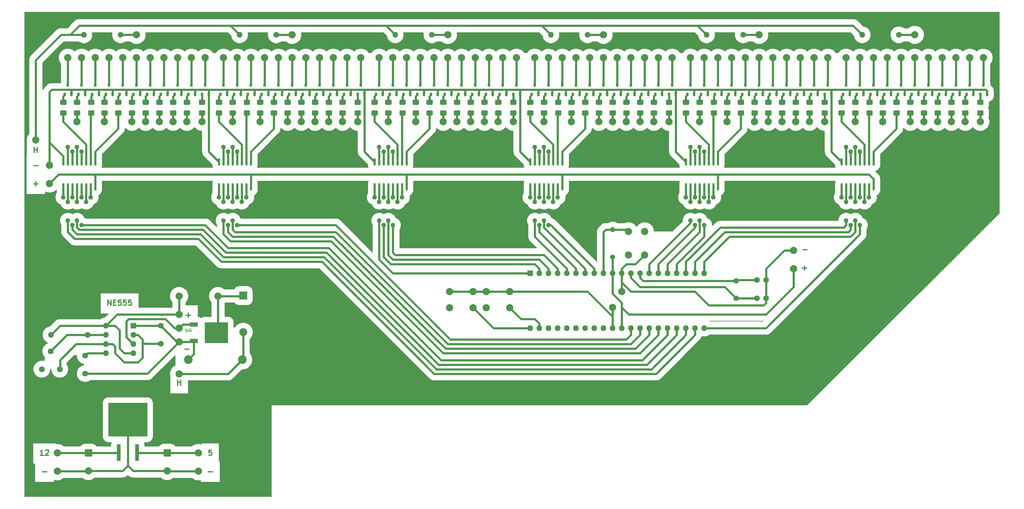
<source format=gbr>
%TF.GenerationSoftware,KiCad,Pcbnew,(5.1.6)-1*%
%TF.CreationDate,2020-06-28T12:36:36+02:00*%
%TF.ProjectId,Nixie v 3 backup,4e697869-6520-4762-9033-206261636b75,rev?*%
%TF.SameCoordinates,Original*%
%TF.FileFunction,Copper,L1,Top*%
%TF.FilePolarity,Positive*%
%FSLAX46Y46*%
G04 Gerber Fmt 4.6, Leading zero omitted, Abs format (unit mm)*
G04 Created by KiCad (PCBNEW (5.1.6)-1) date 2020-06-28 12:36:36*
%MOMM*%
%LPD*%
G01*
G04 APERTURE LIST*
%TA.AperFunction,NonConductor*%
%ADD10C,0.300000*%
%TD*%
%TA.AperFunction,NonConductor*%
%ADD11C,0.200000*%
%TD*%
%TA.AperFunction,ComponentPad*%
%ADD12C,1.600000*%
%TD*%
%TA.AperFunction,ComponentPad*%
%ADD13C,2.000000*%
%TD*%
%TA.AperFunction,ComponentPad*%
%ADD14R,2.000000X2.000000*%
%TD*%
%TA.AperFunction,SMDPad,CuDef*%
%ADD15R,10.800000X9.400000*%
%TD*%
%TA.AperFunction,SMDPad,CuDef*%
%ADD16R,1.100000X4.600000*%
%TD*%
%TA.AperFunction,ComponentPad*%
%ADD17C,2.400000*%
%TD*%
%TA.AperFunction,SMDPad,CuDef*%
%ADD18R,0.800000X0.900000*%
%TD*%
%TA.AperFunction,ComponentPad*%
%ADD19O,1.600000X1.600000*%
%TD*%
%TA.AperFunction,ComponentPad*%
%ADD20O,2.200000X2.200000*%
%TD*%
%TA.AperFunction,ComponentPad*%
%ADD21R,2.200000X2.200000*%
%TD*%
%TA.AperFunction,ComponentPad*%
%ADD22C,1.620000*%
%TD*%
%TA.AperFunction,ComponentPad*%
%ADD23R,1.600000X1.600000*%
%TD*%
%TA.AperFunction,SMDPad,CuDef*%
%ADD24R,6.400000X5.800000*%
%TD*%
%TA.AperFunction,SMDPad,CuDef*%
%ADD25R,2.200000X1.200000*%
%TD*%
%TA.AperFunction,ComponentPad*%
%ADD26O,1.400000X1.400000*%
%TD*%
%TA.AperFunction,ComponentPad*%
%ADD27C,1.400000*%
%TD*%
%TA.AperFunction,ComponentPad*%
%ADD28C,1.500000*%
%TD*%
%TA.AperFunction,ViaPad*%
%ADD29C,2.000000*%
%TD*%
%TA.AperFunction,ViaPad*%
%ADD30C,1.300000*%
%TD*%
%TA.AperFunction,Conductor*%
%ADD31C,0.600000*%
%TD*%
G04 APERTURE END LIST*
D10*
X65889142Y-135576571D02*
X65174857Y-135576571D01*
X65103428Y-136290857D01*
X65174857Y-136219428D01*
X65317714Y-136148000D01*
X65674857Y-136148000D01*
X65817714Y-136219428D01*
X65889142Y-136290857D01*
X65960571Y-136433714D01*
X65960571Y-136790857D01*
X65889142Y-136933714D01*
X65817714Y-137005142D01*
X65674857Y-137076571D01*
X65317714Y-137076571D01*
X65174857Y-137005142D01*
X65103428Y-136933714D01*
X64960571Y-141585142D02*
X66103428Y-141585142D01*
X18986571Y-141585142D02*
X20129428Y-141585142D01*
X19272285Y-137076571D02*
X18415142Y-137076571D01*
X18843714Y-137076571D02*
X18843714Y-135576571D01*
X18700857Y-135790857D01*
X18558000Y-135933714D01*
X18415142Y-136005142D01*
X19843714Y-135719428D02*
X19915142Y-135648000D01*
X20058000Y-135576571D01*
X20415142Y-135576571D01*
X20558000Y-135648000D01*
X20629428Y-135719428D01*
X20700857Y-135862285D01*
X20700857Y-136005142D01*
X20629428Y-136219428D01*
X19772285Y-137076571D01*
X20700857Y-137076571D01*
X56467428Y-117645571D02*
X56467428Y-116145571D01*
X56467428Y-116859857D02*
X57324571Y-116859857D01*
X57324571Y-117645571D02*
X57324571Y-116145571D01*
X58483571Y-107549142D02*
X59626428Y-107549142D01*
X58864571Y-98151142D02*
X60007428Y-98151142D01*
X59436000Y-98722571D02*
X59436000Y-97579714D01*
X229806571Y-85109857D02*
X230949428Y-85109857D01*
X230378000Y-84538428D02*
X230378000Y-85681285D01*
X229933571Y-80029857D02*
X231076428Y-80029857D01*
X16716428Y-53002571D02*
X16716428Y-51502571D01*
X16716428Y-52216857D02*
X17573571Y-52216857D01*
X17573571Y-53002571D02*
X17573571Y-51502571D01*
X16573571Y-61702142D02*
X17716428Y-61702142D01*
X17145000Y-62273571D02*
X17145000Y-61130714D01*
X16573571Y-56622142D02*
X17716428Y-56622142D01*
X37136000Y-95420571D02*
X37136000Y-93920571D01*
X37993142Y-95420571D01*
X37993142Y-93920571D01*
X38707428Y-94634857D02*
X39207428Y-94634857D01*
X39421714Y-95420571D02*
X38707428Y-95420571D01*
X38707428Y-93920571D01*
X39421714Y-93920571D01*
X40778857Y-93920571D02*
X40064571Y-93920571D01*
X39993142Y-94634857D01*
X40064571Y-94563428D01*
X40207428Y-94492000D01*
X40564571Y-94492000D01*
X40707428Y-94563428D01*
X40778857Y-94634857D01*
X40850285Y-94777714D01*
X40850285Y-95134857D01*
X40778857Y-95277714D01*
X40707428Y-95349142D01*
X40564571Y-95420571D01*
X40207428Y-95420571D01*
X40064571Y-95349142D01*
X39993142Y-95277714D01*
X42207428Y-93920571D02*
X41493142Y-93920571D01*
X41421714Y-94634857D01*
X41493142Y-94563428D01*
X41636000Y-94492000D01*
X41993142Y-94492000D01*
X42136000Y-94563428D01*
X42207428Y-94634857D01*
X42278857Y-94777714D01*
X42278857Y-95134857D01*
X42207428Y-95277714D01*
X42136000Y-95349142D01*
X41993142Y-95420571D01*
X41636000Y-95420571D01*
X41493142Y-95349142D01*
X41421714Y-95277714D01*
X43636000Y-93920571D02*
X42921714Y-93920571D01*
X42850285Y-94634857D01*
X42921714Y-94563428D01*
X43064571Y-94492000D01*
X43421714Y-94492000D01*
X43564571Y-94563428D01*
X43636000Y-94634857D01*
X43707428Y-94777714D01*
X43707428Y-95134857D01*
X43636000Y-95277714D01*
X43564571Y-95349142D01*
X43421714Y-95420571D01*
X43064571Y-95420571D01*
X42921714Y-95349142D01*
X42850285Y-95277714D01*
D11*
X58616952Y-102685809D02*
X58731238Y-102723904D01*
X58921714Y-102723904D01*
X58997904Y-102685809D01*
X59036000Y-102647714D01*
X59074095Y-102571523D01*
X59074095Y-102495333D01*
X59036000Y-102419142D01*
X58997904Y-102381047D01*
X58921714Y-102342952D01*
X58769333Y-102304857D01*
X58693142Y-102266761D01*
X58655047Y-102228666D01*
X58616952Y-102152476D01*
X58616952Y-102076285D01*
X58655047Y-102000095D01*
X58693142Y-101962000D01*
X58769333Y-101923904D01*
X58959809Y-101923904D01*
X59074095Y-101962000D01*
X59416952Y-102723904D02*
X59416952Y-101923904D01*
X60216952Y-101962000D02*
X60140761Y-101923904D01*
X60026476Y-101923904D01*
X59912190Y-101962000D01*
X59836000Y-102038190D01*
X59797904Y-102114380D01*
X59759809Y-102266761D01*
X59759809Y-102381047D01*
X59797904Y-102533428D01*
X59836000Y-102609619D01*
X59912190Y-102685809D01*
X60026476Y-102723904D01*
X60102666Y-102723904D01*
X60216952Y-102685809D01*
X60255047Y-102647714D01*
X60255047Y-102381047D01*
X60102666Y-102381047D01*
D12*
%TO.P,REF\u002A\u002A,2*%
%TO.N,N/C*%
X217210000Y-88392000D03*
%TO.P,REF\u002A\u002A,1*%
X219710000Y-88392000D03*
%TD*%
%TO.P,REF\u002A\u002A,2*%
%TO.N,N/C*%
X217210000Y-93472000D03*
%TO.P,REF\u002A\u002A,1*%
X219710000Y-93472000D03*
%TD*%
D13*
%TO.P,REF\u002A\u002A,2*%
%TO.N,N/C*%
X53594000Y-141398000D03*
D14*
%TO.P,REF\u002A\u002A,1*%
X53594000Y-136398000D03*
%TD*%
D13*
%TO.P,REF\u002A\u002A,2*%
%TO.N,N/C*%
X31750000Y-141398000D03*
D14*
%TO.P,REF\u002A\u002A,1*%
X31750000Y-136398000D03*
%TD*%
D15*
%TO.P,REF\u002A\u002A,2*%
%TO.N,N/C*%
X42672000Y-127181000D03*
D16*
%TO.P,REF\u002A\u002A,3*%
X45212000Y-136331000D03*
%TO.P,REF\u002A\u002A,1*%
X40132000Y-136331000D03*
%TD*%
D17*
%TO.P,REF\u002A\u002A,2*%
%TO.N,N/C*%
X74436000Y-110490000D03*
%TO.P,REF\u002A\u002A,1*%
X59436000Y-110490000D03*
%TD*%
%TO.P,REF\u002A\u002A,2*%
%TO.N,N/C*%
%TA.AperFunction,SMDPad,CuDef*%
G36*
G01*
X264150000Y-39738000D02*
X262900000Y-39738000D01*
G75*
G02*
X262650000Y-39488000I0J250000D01*
G01*
X262650000Y-38563000D01*
G75*
G02*
X262900000Y-38313000I250000J0D01*
G01*
X264150000Y-38313000D01*
G75*
G02*
X264400000Y-38563000I0J-250000D01*
G01*
X264400000Y-39488000D01*
G75*
G02*
X264150000Y-39738000I-250000J0D01*
G01*
G37*
%TD.AperFunction*%
%TO.P,REF\u002A\u002A,1*%
%TA.AperFunction,SMDPad,CuDef*%
G36*
G01*
X264150000Y-42713000D02*
X262900000Y-42713000D01*
G75*
G02*
X262650000Y-42463000I0J250000D01*
G01*
X262650000Y-41538000D01*
G75*
G02*
X262900000Y-41288000I250000J0D01*
G01*
X264150000Y-41288000D01*
G75*
G02*
X264400000Y-41538000I0J-250000D01*
G01*
X264400000Y-42463000D01*
G75*
G02*
X264150000Y-42713000I-250000J0D01*
G01*
G37*
%TD.AperFunction*%
%TD*%
%TO.P,REF\u002A\u002A,2*%
%TO.N,N/C*%
%TA.AperFunction,SMDPad,CuDef*%
G36*
G01*
X271770000Y-39738000D02*
X270520000Y-39738000D01*
G75*
G02*
X270270000Y-39488000I0J250000D01*
G01*
X270270000Y-38563000D01*
G75*
G02*
X270520000Y-38313000I250000J0D01*
G01*
X271770000Y-38313000D01*
G75*
G02*
X272020000Y-38563000I0J-250000D01*
G01*
X272020000Y-39488000D01*
G75*
G02*
X271770000Y-39738000I-250000J0D01*
G01*
G37*
%TD.AperFunction*%
%TO.P,REF\u002A\u002A,1*%
%TA.AperFunction,SMDPad,CuDef*%
G36*
G01*
X271770000Y-42713000D02*
X270520000Y-42713000D01*
G75*
G02*
X270270000Y-42463000I0J250000D01*
G01*
X270270000Y-41538000D01*
G75*
G02*
X270520000Y-41288000I250000J0D01*
G01*
X271770000Y-41288000D01*
G75*
G02*
X272020000Y-41538000I0J-250000D01*
G01*
X272020000Y-42463000D01*
G75*
G02*
X271770000Y-42713000I-250000J0D01*
G01*
G37*
%TD.AperFunction*%
%TD*%
%TO.P,REF\u002A\u002A,2*%
%TO.N,N/C*%
%TA.AperFunction,SMDPad,CuDef*%
G36*
G01*
X245100000Y-39738000D02*
X243850000Y-39738000D01*
G75*
G02*
X243600000Y-39488000I0J250000D01*
G01*
X243600000Y-38563000D01*
G75*
G02*
X243850000Y-38313000I250000J0D01*
G01*
X245100000Y-38313000D01*
G75*
G02*
X245350000Y-38563000I0J-250000D01*
G01*
X245350000Y-39488000D01*
G75*
G02*
X245100000Y-39738000I-250000J0D01*
G01*
G37*
%TD.AperFunction*%
%TO.P,REF\u002A\u002A,1*%
%TA.AperFunction,SMDPad,CuDef*%
G36*
G01*
X245100000Y-42713000D02*
X243850000Y-42713000D01*
G75*
G02*
X243600000Y-42463000I0J250000D01*
G01*
X243600000Y-41538000D01*
G75*
G02*
X243850000Y-41288000I250000J0D01*
G01*
X245100000Y-41288000D01*
G75*
G02*
X245350000Y-41538000I0J-250000D01*
G01*
X245350000Y-42463000D01*
G75*
G02*
X245100000Y-42713000I-250000J0D01*
G01*
G37*
%TD.AperFunction*%
%TD*%
%TO.P,REF\u002A\u002A,2*%
%TO.N,N/C*%
%TA.AperFunction,SMDPad,CuDef*%
G36*
G01*
X256530000Y-39738000D02*
X255280000Y-39738000D01*
G75*
G02*
X255030000Y-39488000I0J250000D01*
G01*
X255030000Y-38563000D01*
G75*
G02*
X255280000Y-38313000I250000J0D01*
G01*
X256530000Y-38313000D01*
G75*
G02*
X256780000Y-38563000I0J-250000D01*
G01*
X256780000Y-39488000D01*
G75*
G02*
X256530000Y-39738000I-250000J0D01*
G01*
G37*
%TD.AperFunction*%
%TO.P,REF\u002A\u002A,1*%
%TA.AperFunction,SMDPad,CuDef*%
G36*
G01*
X256530000Y-42713000D02*
X255280000Y-42713000D01*
G75*
G02*
X255030000Y-42463000I0J250000D01*
G01*
X255030000Y-41538000D01*
G75*
G02*
X255280000Y-41288000I250000J0D01*
G01*
X256530000Y-41288000D01*
G75*
G02*
X256780000Y-41538000I0J-250000D01*
G01*
X256780000Y-42463000D01*
G75*
G02*
X256530000Y-42713000I-250000J0D01*
G01*
G37*
%TD.AperFunction*%
%TD*%
%TO.P,REF\u002A\u002A,2*%
%TO.N,N/C*%
%TA.AperFunction,SMDPad,CuDef*%
G36*
G01*
X279771000Y-39738000D02*
X278521000Y-39738000D01*
G75*
G02*
X278271000Y-39488000I0J250000D01*
G01*
X278271000Y-38563000D01*
G75*
G02*
X278521000Y-38313000I250000J0D01*
G01*
X279771000Y-38313000D01*
G75*
G02*
X280021000Y-38563000I0J-250000D01*
G01*
X280021000Y-39488000D01*
G75*
G02*
X279771000Y-39738000I-250000J0D01*
G01*
G37*
%TD.AperFunction*%
%TO.P,REF\u002A\u002A,1*%
%TA.AperFunction,SMDPad,CuDef*%
G36*
G01*
X279771000Y-42713000D02*
X278521000Y-42713000D01*
G75*
G02*
X278271000Y-42463000I0J250000D01*
G01*
X278271000Y-41538000D01*
G75*
G02*
X278521000Y-41288000I250000J0D01*
G01*
X279771000Y-41288000D01*
G75*
G02*
X280021000Y-41538000I0J-250000D01*
G01*
X280021000Y-42463000D01*
G75*
G02*
X279771000Y-42713000I-250000J0D01*
G01*
G37*
%TD.AperFunction*%
%TD*%
%TO.P,REF\u002A\u002A,2*%
%TO.N,N/C*%
%TA.AperFunction,SMDPad,CuDef*%
G36*
G01*
X249037000Y-39738000D02*
X247787000Y-39738000D01*
G75*
G02*
X247537000Y-39488000I0J250000D01*
G01*
X247537000Y-38563000D01*
G75*
G02*
X247787000Y-38313000I250000J0D01*
G01*
X249037000Y-38313000D01*
G75*
G02*
X249287000Y-38563000I0J-250000D01*
G01*
X249287000Y-39488000D01*
G75*
G02*
X249037000Y-39738000I-250000J0D01*
G01*
G37*
%TD.AperFunction*%
%TO.P,REF\u002A\u002A,1*%
%TA.AperFunction,SMDPad,CuDef*%
G36*
G01*
X249037000Y-42713000D02*
X247787000Y-42713000D01*
G75*
G02*
X247537000Y-42463000I0J250000D01*
G01*
X247537000Y-41538000D01*
G75*
G02*
X247787000Y-41288000I250000J0D01*
G01*
X249037000Y-41288000D01*
G75*
G02*
X249287000Y-41538000I0J-250000D01*
G01*
X249287000Y-42463000D01*
G75*
G02*
X249037000Y-42713000I-250000J0D01*
G01*
G37*
%TD.AperFunction*%
%TD*%
%TO.P,REF\u002A\u002A,2*%
%TO.N,N/C*%
%TA.AperFunction,SMDPad,CuDef*%
G36*
G01*
X252720000Y-39738000D02*
X251470000Y-39738000D01*
G75*
G02*
X251220000Y-39488000I0J250000D01*
G01*
X251220000Y-38563000D01*
G75*
G02*
X251470000Y-38313000I250000J0D01*
G01*
X252720000Y-38313000D01*
G75*
G02*
X252970000Y-38563000I0J-250000D01*
G01*
X252970000Y-39488000D01*
G75*
G02*
X252720000Y-39738000I-250000J0D01*
G01*
G37*
%TD.AperFunction*%
%TO.P,REF\u002A\u002A,1*%
%TA.AperFunction,SMDPad,CuDef*%
G36*
G01*
X252720000Y-42713000D02*
X251470000Y-42713000D01*
G75*
G02*
X251220000Y-42463000I0J250000D01*
G01*
X251220000Y-41538000D01*
G75*
G02*
X251470000Y-41288000I250000J0D01*
G01*
X252720000Y-41288000D01*
G75*
G02*
X252970000Y-41538000I0J-250000D01*
G01*
X252970000Y-42463000D01*
G75*
G02*
X252720000Y-42713000I-250000J0D01*
G01*
G37*
%TD.AperFunction*%
%TD*%
%TO.P,REF\u002A\u002A,2*%
%TO.N,N/C*%
%TA.AperFunction,SMDPad,CuDef*%
G36*
G01*
X275580000Y-39738000D02*
X274330000Y-39738000D01*
G75*
G02*
X274080000Y-39488000I0J250000D01*
G01*
X274080000Y-38563000D01*
G75*
G02*
X274330000Y-38313000I250000J0D01*
G01*
X275580000Y-38313000D01*
G75*
G02*
X275830000Y-38563000I0J-250000D01*
G01*
X275830000Y-39488000D01*
G75*
G02*
X275580000Y-39738000I-250000J0D01*
G01*
G37*
%TD.AperFunction*%
%TO.P,REF\u002A\u002A,1*%
%TA.AperFunction,SMDPad,CuDef*%
G36*
G01*
X275580000Y-42713000D02*
X274330000Y-42713000D01*
G75*
G02*
X274080000Y-42463000I0J250000D01*
G01*
X274080000Y-41538000D01*
G75*
G02*
X274330000Y-41288000I250000J0D01*
G01*
X275580000Y-41288000D01*
G75*
G02*
X275830000Y-41538000I0J-250000D01*
G01*
X275830000Y-42463000D01*
G75*
G02*
X275580000Y-42713000I-250000J0D01*
G01*
G37*
%TD.AperFunction*%
%TD*%
%TO.P,REF\u002A\u002A,2*%
%TO.N,N/C*%
%TA.AperFunction,SMDPad,CuDef*%
G36*
G01*
X267960000Y-39738000D02*
X266710000Y-39738000D01*
G75*
G02*
X266460000Y-39488000I0J250000D01*
G01*
X266460000Y-38563000D01*
G75*
G02*
X266710000Y-38313000I250000J0D01*
G01*
X267960000Y-38313000D01*
G75*
G02*
X268210000Y-38563000I0J-250000D01*
G01*
X268210000Y-39488000D01*
G75*
G02*
X267960000Y-39738000I-250000J0D01*
G01*
G37*
%TD.AperFunction*%
%TO.P,REF\u002A\u002A,1*%
%TA.AperFunction,SMDPad,CuDef*%
G36*
G01*
X267960000Y-42713000D02*
X266710000Y-42713000D01*
G75*
G02*
X266460000Y-42463000I0J250000D01*
G01*
X266460000Y-41538000D01*
G75*
G02*
X266710000Y-41288000I250000J0D01*
G01*
X267960000Y-41288000D01*
G75*
G02*
X268210000Y-41538000I0J-250000D01*
G01*
X268210000Y-42463000D01*
G75*
G02*
X267960000Y-42713000I-250000J0D01*
G01*
G37*
%TD.AperFunction*%
%TD*%
%TO.P,REF\u002A\u002A,2*%
%TO.N,N/C*%
%TA.AperFunction,SMDPad,CuDef*%
G36*
G01*
X260340000Y-39738000D02*
X259090000Y-39738000D01*
G75*
G02*
X258840000Y-39488000I0J250000D01*
G01*
X258840000Y-38563000D01*
G75*
G02*
X259090000Y-38313000I250000J0D01*
G01*
X260340000Y-38313000D01*
G75*
G02*
X260590000Y-38563000I0J-250000D01*
G01*
X260590000Y-39488000D01*
G75*
G02*
X260340000Y-39738000I-250000J0D01*
G01*
G37*
%TD.AperFunction*%
%TO.P,REF\u002A\u002A,1*%
%TA.AperFunction,SMDPad,CuDef*%
G36*
G01*
X260340000Y-42713000D02*
X259090000Y-42713000D01*
G75*
G02*
X258840000Y-42463000I0J250000D01*
G01*
X258840000Y-41538000D01*
G75*
G02*
X259090000Y-41288000I250000J0D01*
G01*
X260340000Y-41288000D01*
G75*
G02*
X260590000Y-41538000I0J-250000D01*
G01*
X260590000Y-42463000D01*
G75*
G02*
X260340000Y-42713000I-250000J0D01*
G01*
G37*
%TD.AperFunction*%
%TD*%
%TO.P,REF\u002A\u002A,2*%
%TO.N,N/C*%
%TA.AperFunction,SMDPad,CuDef*%
G36*
G01*
X241290000Y-39738000D02*
X240040000Y-39738000D01*
G75*
G02*
X239790000Y-39488000I0J250000D01*
G01*
X239790000Y-38563000D01*
G75*
G02*
X240040000Y-38313000I250000J0D01*
G01*
X241290000Y-38313000D01*
G75*
G02*
X241540000Y-38563000I0J-250000D01*
G01*
X241540000Y-39488000D01*
G75*
G02*
X241290000Y-39738000I-250000J0D01*
G01*
G37*
%TD.AperFunction*%
%TO.P,REF\u002A\u002A,1*%
%TA.AperFunction,SMDPad,CuDef*%
G36*
G01*
X241290000Y-42713000D02*
X240040000Y-42713000D01*
G75*
G02*
X239790000Y-42463000I0J250000D01*
G01*
X239790000Y-41538000D01*
G75*
G02*
X240040000Y-41288000I250000J0D01*
G01*
X241290000Y-41288000D01*
G75*
G02*
X241540000Y-41538000I0J-250000D01*
G01*
X241540000Y-42463000D01*
G75*
G02*
X241290000Y-42713000I-250000J0D01*
G01*
G37*
%TD.AperFunction*%
%TD*%
%TO.P,REF\u002A\u002A,2*%
%TO.N,N/C*%
%TA.AperFunction,SMDPad,CuDef*%
G36*
G01*
X220970000Y-39738000D02*
X219720000Y-39738000D01*
G75*
G02*
X219470000Y-39488000I0J250000D01*
G01*
X219470000Y-38563000D01*
G75*
G02*
X219720000Y-38313000I250000J0D01*
G01*
X220970000Y-38313000D01*
G75*
G02*
X221220000Y-38563000I0J-250000D01*
G01*
X221220000Y-39488000D01*
G75*
G02*
X220970000Y-39738000I-250000J0D01*
G01*
G37*
%TD.AperFunction*%
%TO.P,REF\u002A\u002A,1*%
%TA.AperFunction,SMDPad,CuDef*%
G36*
G01*
X220970000Y-42713000D02*
X219720000Y-42713000D01*
G75*
G02*
X219470000Y-42463000I0J250000D01*
G01*
X219470000Y-41538000D01*
G75*
G02*
X219720000Y-41288000I250000J0D01*
G01*
X220970000Y-41288000D01*
G75*
G02*
X221220000Y-41538000I0J-250000D01*
G01*
X221220000Y-42463000D01*
G75*
G02*
X220970000Y-42713000I-250000J0D01*
G01*
G37*
%TD.AperFunction*%
%TD*%
%TO.P,REF\u002A\u002A,2*%
%TO.N,N/C*%
%TA.AperFunction,SMDPad,CuDef*%
G36*
G01*
X228590000Y-39738000D02*
X227340000Y-39738000D01*
G75*
G02*
X227090000Y-39488000I0J250000D01*
G01*
X227090000Y-38563000D01*
G75*
G02*
X227340000Y-38313000I250000J0D01*
G01*
X228590000Y-38313000D01*
G75*
G02*
X228840000Y-38563000I0J-250000D01*
G01*
X228840000Y-39488000D01*
G75*
G02*
X228590000Y-39738000I-250000J0D01*
G01*
G37*
%TD.AperFunction*%
%TO.P,REF\u002A\u002A,1*%
%TA.AperFunction,SMDPad,CuDef*%
G36*
G01*
X228590000Y-42713000D02*
X227340000Y-42713000D01*
G75*
G02*
X227090000Y-42463000I0J250000D01*
G01*
X227090000Y-41538000D01*
G75*
G02*
X227340000Y-41288000I250000J0D01*
G01*
X228590000Y-41288000D01*
G75*
G02*
X228840000Y-41538000I0J-250000D01*
G01*
X228840000Y-42463000D01*
G75*
G02*
X228590000Y-42713000I-250000J0D01*
G01*
G37*
%TD.AperFunction*%
%TD*%
%TO.P,REF\u002A\u002A,2*%
%TO.N,N/C*%
%TA.AperFunction,SMDPad,CuDef*%
G36*
G01*
X201920000Y-39738000D02*
X200670000Y-39738000D01*
G75*
G02*
X200420000Y-39488000I0J250000D01*
G01*
X200420000Y-38563000D01*
G75*
G02*
X200670000Y-38313000I250000J0D01*
G01*
X201920000Y-38313000D01*
G75*
G02*
X202170000Y-38563000I0J-250000D01*
G01*
X202170000Y-39488000D01*
G75*
G02*
X201920000Y-39738000I-250000J0D01*
G01*
G37*
%TD.AperFunction*%
%TO.P,REF\u002A\u002A,1*%
%TA.AperFunction,SMDPad,CuDef*%
G36*
G01*
X201920000Y-42713000D02*
X200670000Y-42713000D01*
G75*
G02*
X200420000Y-42463000I0J250000D01*
G01*
X200420000Y-41538000D01*
G75*
G02*
X200670000Y-41288000I250000J0D01*
G01*
X201920000Y-41288000D01*
G75*
G02*
X202170000Y-41538000I0J-250000D01*
G01*
X202170000Y-42463000D01*
G75*
G02*
X201920000Y-42713000I-250000J0D01*
G01*
G37*
%TD.AperFunction*%
%TD*%
%TO.P,REF\u002A\u002A,2*%
%TO.N,N/C*%
%TA.AperFunction,SMDPad,CuDef*%
G36*
G01*
X213350000Y-39738000D02*
X212100000Y-39738000D01*
G75*
G02*
X211850000Y-39488000I0J250000D01*
G01*
X211850000Y-38563000D01*
G75*
G02*
X212100000Y-38313000I250000J0D01*
G01*
X213350000Y-38313000D01*
G75*
G02*
X213600000Y-38563000I0J-250000D01*
G01*
X213600000Y-39488000D01*
G75*
G02*
X213350000Y-39738000I-250000J0D01*
G01*
G37*
%TD.AperFunction*%
%TO.P,REF\u002A\u002A,1*%
%TA.AperFunction,SMDPad,CuDef*%
G36*
G01*
X213350000Y-42713000D02*
X212100000Y-42713000D01*
G75*
G02*
X211850000Y-42463000I0J250000D01*
G01*
X211850000Y-41538000D01*
G75*
G02*
X212100000Y-41288000I250000J0D01*
G01*
X213350000Y-41288000D01*
G75*
G02*
X213600000Y-41538000I0J-250000D01*
G01*
X213600000Y-42463000D01*
G75*
G02*
X213350000Y-42713000I-250000J0D01*
G01*
G37*
%TD.AperFunction*%
%TD*%
%TO.P,REF\u002A\u002A,2*%
%TO.N,N/C*%
%TA.AperFunction,SMDPad,CuDef*%
G36*
G01*
X236591000Y-39738000D02*
X235341000Y-39738000D01*
G75*
G02*
X235091000Y-39488000I0J250000D01*
G01*
X235091000Y-38563000D01*
G75*
G02*
X235341000Y-38313000I250000J0D01*
G01*
X236591000Y-38313000D01*
G75*
G02*
X236841000Y-38563000I0J-250000D01*
G01*
X236841000Y-39488000D01*
G75*
G02*
X236591000Y-39738000I-250000J0D01*
G01*
G37*
%TD.AperFunction*%
%TO.P,REF\u002A\u002A,1*%
%TA.AperFunction,SMDPad,CuDef*%
G36*
G01*
X236591000Y-42713000D02*
X235341000Y-42713000D01*
G75*
G02*
X235091000Y-42463000I0J250000D01*
G01*
X235091000Y-41538000D01*
G75*
G02*
X235341000Y-41288000I250000J0D01*
G01*
X236591000Y-41288000D01*
G75*
G02*
X236841000Y-41538000I0J-250000D01*
G01*
X236841000Y-42463000D01*
G75*
G02*
X236591000Y-42713000I-250000J0D01*
G01*
G37*
%TD.AperFunction*%
%TD*%
%TO.P,REF\u002A\u002A,2*%
%TO.N,N/C*%
%TA.AperFunction,SMDPad,CuDef*%
G36*
G01*
X205857000Y-39738000D02*
X204607000Y-39738000D01*
G75*
G02*
X204357000Y-39488000I0J250000D01*
G01*
X204357000Y-38563000D01*
G75*
G02*
X204607000Y-38313000I250000J0D01*
G01*
X205857000Y-38313000D01*
G75*
G02*
X206107000Y-38563000I0J-250000D01*
G01*
X206107000Y-39488000D01*
G75*
G02*
X205857000Y-39738000I-250000J0D01*
G01*
G37*
%TD.AperFunction*%
%TO.P,REF\u002A\u002A,1*%
%TA.AperFunction,SMDPad,CuDef*%
G36*
G01*
X205857000Y-42713000D02*
X204607000Y-42713000D01*
G75*
G02*
X204357000Y-42463000I0J250000D01*
G01*
X204357000Y-41538000D01*
G75*
G02*
X204607000Y-41288000I250000J0D01*
G01*
X205857000Y-41288000D01*
G75*
G02*
X206107000Y-41538000I0J-250000D01*
G01*
X206107000Y-42463000D01*
G75*
G02*
X205857000Y-42713000I-250000J0D01*
G01*
G37*
%TD.AperFunction*%
%TD*%
%TO.P,REF\u002A\u002A,2*%
%TO.N,N/C*%
%TA.AperFunction,SMDPad,CuDef*%
G36*
G01*
X209540000Y-39738000D02*
X208290000Y-39738000D01*
G75*
G02*
X208040000Y-39488000I0J250000D01*
G01*
X208040000Y-38563000D01*
G75*
G02*
X208290000Y-38313000I250000J0D01*
G01*
X209540000Y-38313000D01*
G75*
G02*
X209790000Y-38563000I0J-250000D01*
G01*
X209790000Y-39488000D01*
G75*
G02*
X209540000Y-39738000I-250000J0D01*
G01*
G37*
%TD.AperFunction*%
%TO.P,REF\u002A\u002A,1*%
%TA.AperFunction,SMDPad,CuDef*%
G36*
G01*
X209540000Y-42713000D02*
X208290000Y-42713000D01*
G75*
G02*
X208040000Y-42463000I0J250000D01*
G01*
X208040000Y-41538000D01*
G75*
G02*
X208290000Y-41288000I250000J0D01*
G01*
X209540000Y-41288000D01*
G75*
G02*
X209790000Y-41538000I0J-250000D01*
G01*
X209790000Y-42463000D01*
G75*
G02*
X209540000Y-42713000I-250000J0D01*
G01*
G37*
%TD.AperFunction*%
%TD*%
%TO.P,REF\u002A\u002A,2*%
%TO.N,N/C*%
%TA.AperFunction,SMDPad,CuDef*%
G36*
G01*
X232400000Y-39738000D02*
X231150000Y-39738000D01*
G75*
G02*
X230900000Y-39488000I0J250000D01*
G01*
X230900000Y-38563000D01*
G75*
G02*
X231150000Y-38313000I250000J0D01*
G01*
X232400000Y-38313000D01*
G75*
G02*
X232650000Y-38563000I0J-250000D01*
G01*
X232650000Y-39488000D01*
G75*
G02*
X232400000Y-39738000I-250000J0D01*
G01*
G37*
%TD.AperFunction*%
%TO.P,REF\u002A\u002A,1*%
%TA.AperFunction,SMDPad,CuDef*%
G36*
G01*
X232400000Y-42713000D02*
X231150000Y-42713000D01*
G75*
G02*
X230900000Y-42463000I0J250000D01*
G01*
X230900000Y-41538000D01*
G75*
G02*
X231150000Y-41288000I250000J0D01*
G01*
X232400000Y-41288000D01*
G75*
G02*
X232650000Y-41538000I0J-250000D01*
G01*
X232650000Y-42463000D01*
G75*
G02*
X232400000Y-42713000I-250000J0D01*
G01*
G37*
%TD.AperFunction*%
%TD*%
%TO.P,REF\u002A\u002A,2*%
%TO.N,N/C*%
%TA.AperFunction,SMDPad,CuDef*%
G36*
G01*
X224780000Y-39738000D02*
X223530000Y-39738000D01*
G75*
G02*
X223280000Y-39488000I0J250000D01*
G01*
X223280000Y-38563000D01*
G75*
G02*
X223530000Y-38313000I250000J0D01*
G01*
X224780000Y-38313000D01*
G75*
G02*
X225030000Y-38563000I0J-250000D01*
G01*
X225030000Y-39488000D01*
G75*
G02*
X224780000Y-39738000I-250000J0D01*
G01*
G37*
%TD.AperFunction*%
%TO.P,REF\u002A\u002A,1*%
%TA.AperFunction,SMDPad,CuDef*%
G36*
G01*
X224780000Y-42713000D02*
X223530000Y-42713000D01*
G75*
G02*
X223280000Y-42463000I0J250000D01*
G01*
X223280000Y-41538000D01*
G75*
G02*
X223530000Y-41288000I250000J0D01*
G01*
X224780000Y-41288000D01*
G75*
G02*
X225030000Y-41538000I0J-250000D01*
G01*
X225030000Y-42463000D01*
G75*
G02*
X224780000Y-42713000I-250000J0D01*
G01*
G37*
%TD.AperFunction*%
%TD*%
%TO.P,REF\u002A\u002A,2*%
%TO.N,N/C*%
%TA.AperFunction,SMDPad,CuDef*%
G36*
G01*
X217160000Y-39738000D02*
X215910000Y-39738000D01*
G75*
G02*
X215660000Y-39488000I0J250000D01*
G01*
X215660000Y-38563000D01*
G75*
G02*
X215910000Y-38313000I250000J0D01*
G01*
X217160000Y-38313000D01*
G75*
G02*
X217410000Y-38563000I0J-250000D01*
G01*
X217410000Y-39488000D01*
G75*
G02*
X217160000Y-39738000I-250000J0D01*
G01*
G37*
%TD.AperFunction*%
%TO.P,REF\u002A\u002A,1*%
%TA.AperFunction,SMDPad,CuDef*%
G36*
G01*
X217160000Y-42713000D02*
X215910000Y-42713000D01*
G75*
G02*
X215660000Y-42463000I0J250000D01*
G01*
X215660000Y-41538000D01*
G75*
G02*
X215910000Y-41288000I250000J0D01*
G01*
X217160000Y-41288000D01*
G75*
G02*
X217410000Y-41538000I0J-250000D01*
G01*
X217410000Y-42463000D01*
G75*
G02*
X217160000Y-42713000I-250000J0D01*
G01*
G37*
%TD.AperFunction*%
%TD*%
%TO.P,REF\u002A\u002A,2*%
%TO.N,N/C*%
%TA.AperFunction,SMDPad,CuDef*%
G36*
G01*
X198110000Y-39738000D02*
X196860000Y-39738000D01*
G75*
G02*
X196610000Y-39488000I0J250000D01*
G01*
X196610000Y-38563000D01*
G75*
G02*
X196860000Y-38313000I250000J0D01*
G01*
X198110000Y-38313000D01*
G75*
G02*
X198360000Y-38563000I0J-250000D01*
G01*
X198360000Y-39488000D01*
G75*
G02*
X198110000Y-39738000I-250000J0D01*
G01*
G37*
%TD.AperFunction*%
%TO.P,REF\u002A\u002A,1*%
%TA.AperFunction,SMDPad,CuDef*%
G36*
G01*
X198110000Y-42713000D02*
X196860000Y-42713000D01*
G75*
G02*
X196610000Y-42463000I0J250000D01*
G01*
X196610000Y-41538000D01*
G75*
G02*
X196860000Y-41288000I250000J0D01*
G01*
X198110000Y-41288000D01*
G75*
G02*
X198360000Y-41538000I0J-250000D01*
G01*
X198360000Y-42463000D01*
G75*
G02*
X198110000Y-42713000I-250000J0D01*
G01*
G37*
%TD.AperFunction*%
%TD*%
%TO.P,REF\u002A\u002A,2*%
%TO.N,N/C*%
%TA.AperFunction,SMDPad,CuDef*%
G36*
G01*
X177790000Y-39738000D02*
X176540000Y-39738000D01*
G75*
G02*
X176290000Y-39488000I0J250000D01*
G01*
X176290000Y-38563000D01*
G75*
G02*
X176540000Y-38313000I250000J0D01*
G01*
X177790000Y-38313000D01*
G75*
G02*
X178040000Y-38563000I0J-250000D01*
G01*
X178040000Y-39488000D01*
G75*
G02*
X177790000Y-39738000I-250000J0D01*
G01*
G37*
%TD.AperFunction*%
%TO.P,REF\u002A\u002A,1*%
%TA.AperFunction,SMDPad,CuDef*%
G36*
G01*
X177790000Y-42713000D02*
X176540000Y-42713000D01*
G75*
G02*
X176290000Y-42463000I0J250000D01*
G01*
X176290000Y-41538000D01*
G75*
G02*
X176540000Y-41288000I250000J0D01*
G01*
X177790000Y-41288000D01*
G75*
G02*
X178040000Y-41538000I0J-250000D01*
G01*
X178040000Y-42463000D01*
G75*
G02*
X177790000Y-42713000I-250000J0D01*
G01*
G37*
%TD.AperFunction*%
%TD*%
%TO.P,REF\u002A\u002A,2*%
%TO.N,N/C*%
%TA.AperFunction,SMDPad,CuDef*%
G36*
G01*
X185410000Y-39738000D02*
X184160000Y-39738000D01*
G75*
G02*
X183910000Y-39488000I0J250000D01*
G01*
X183910000Y-38563000D01*
G75*
G02*
X184160000Y-38313000I250000J0D01*
G01*
X185410000Y-38313000D01*
G75*
G02*
X185660000Y-38563000I0J-250000D01*
G01*
X185660000Y-39488000D01*
G75*
G02*
X185410000Y-39738000I-250000J0D01*
G01*
G37*
%TD.AperFunction*%
%TO.P,REF\u002A\u002A,1*%
%TA.AperFunction,SMDPad,CuDef*%
G36*
G01*
X185410000Y-42713000D02*
X184160000Y-42713000D01*
G75*
G02*
X183910000Y-42463000I0J250000D01*
G01*
X183910000Y-41538000D01*
G75*
G02*
X184160000Y-41288000I250000J0D01*
G01*
X185410000Y-41288000D01*
G75*
G02*
X185660000Y-41538000I0J-250000D01*
G01*
X185660000Y-42463000D01*
G75*
G02*
X185410000Y-42713000I-250000J0D01*
G01*
G37*
%TD.AperFunction*%
%TD*%
%TO.P,REF\u002A\u002A,2*%
%TO.N,N/C*%
%TA.AperFunction,SMDPad,CuDef*%
G36*
G01*
X158740000Y-39738000D02*
X157490000Y-39738000D01*
G75*
G02*
X157240000Y-39488000I0J250000D01*
G01*
X157240000Y-38563000D01*
G75*
G02*
X157490000Y-38313000I250000J0D01*
G01*
X158740000Y-38313000D01*
G75*
G02*
X158990000Y-38563000I0J-250000D01*
G01*
X158990000Y-39488000D01*
G75*
G02*
X158740000Y-39738000I-250000J0D01*
G01*
G37*
%TD.AperFunction*%
%TO.P,REF\u002A\u002A,1*%
%TA.AperFunction,SMDPad,CuDef*%
G36*
G01*
X158740000Y-42713000D02*
X157490000Y-42713000D01*
G75*
G02*
X157240000Y-42463000I0J250000D01*
G01*
X157240000Y-41538000D01*
G75*
G02*
X157490000Y-41288000I250000J0D01*
G01*
X158740000Y-41288000D01*
G75*
G02*
X158990000Y-41538000I0J-250000D01*
G01*
X158990000Y-42463000D01*
G75*
G02*
X158740000Y-42713000I-250000J0D01*
G01*
G37*
%TD.AperFunction*%
%TD*%
%TO.P,REF\u002A\u002A,2*%
%TO.N,N/C*%
%TA.AperFunction,SMDPad,CuDef*%
G36*
G01*
X170170000Y-39738000D02*
X168920000Y-39738000D01*
G75*
G02*
X168670000Y-39488000I0J250000D01*
G01*
X168670000Y-38563000D01*
G75*
G02*
X168920000Y-38313000I250000J0D01*
G01*
X170170000Y-38313000D01*
G75*
G02*
X170420000Y-38563000I0J-250000D01*
G01*
X170420000Y-39488000D01*
G75*
G02*
X170170000Y-39738000I-250000J0D01*
G01*
G37*
%TD.AperFunction*%
%TO.P,REF\u002A\u002A,1*%
%TA.AperFunction,SMDPad,CuDef*%
G36*
G01*
X170170000Y-42713000D02*
X168920000Y-42713000D01*
G75*
G02*
X168670000Y-42463000I0J250000D01*
G01*
X168670000Y-41538000D01*
G75*
G02*
X168920000Y-41288000I250000J0D01*
G01*
X170170000Y-41288000D01*
G75*
G02*
X170420000Y-41538000I0J-250000D01*
G01*
X170420000Y-42463000D01*
G75*
G02*
X170170000Y-42713000I-250000J0D01*
G01*
G37*
%TD.AperFunction*%
%TD*%
%TO.P,REF\u002A\u002A,2*%
%TO.N,N/C*%
%TA.AperFunction,SMDPad,CuDef*%
G36*
G01*
X193411000Y-39738000D02*
X192161000Y-39738000D01*
G75*
G02*
X191911000Y-39488000I0J250000D01*
G01*
X191911000Y-38563000D01*
G75*
G02*
X192161000Y-38313000I250000J0D01*
G01*
X193411000Y-38313000D01*
G75*
G02*
X193661000Y-38563000I0J-250000D01*
G01*
X193661000Y-39488000D01*
G75*
G02*
X193411000Y-39738000I-250000J0D01*
G01*
G37*
%TD.AperFunction*%
%TO.P,REF\u002A\u002A,1*%
%TA.AperFunction,SMDPad,CuDef*%
G36*
G01*
X193411000Y-42713000D02*
X192161000Y-42713000D01*
G75*
G02*
X191911000Y-42463000I0J250000D01*
G01*
X191911000Y-41538000D01*
G75*
G02*
X192161000Y-41288000I250000J0D01*
G01*
X193411000Y-41288000D01*
G75*
G02*
X193661000Y-41538000I0J-250000D01*
G01*
X193661000Y-42463000D01*
G75*
G02*
X193411000Y-42713000I-250000J0D01*
G01*
G37*
%TD.AperFunction*%
%TD*%
%TO.P,REF\u002A\u002A,2*%
%TO.N,N/C*%
%TA.AperFunction,SMDPad,CuDef*%
G36*
G01*
X162677000Y-39738000D02*
X161427000Y-39738000D01*
G75*
G02*
X161177000Y-39488000I0J250000D01*
G01*
X161177000Y-38563000D01*
G75*
G02*
X161427000Y-38313000I250000J0D01*
G01*
X162677000Y-38313000D01*
G75*
G02*
X162927000Y-38563000I0J-250000D01*
G01*
X162927000Y-39488000D01*
G75*
G02*
X162677000Y-39738000I-250000J0D01*
G01*
G37*
%TD.AperFunction*%
%TO.P,REF\u002A\u002A,1*%
%TA.AperFunction,SMDPad,CuDef*%
G36*
G01*
X162677000Y-42713000D02*
X161427000Y-42713000D01*
G75*
G02*
X161177000Y-42463000I0J250000D01*
G01*
X161177000Y-41538000D01*
G75*
G02*
X161427000Y-41288000I250000J0D01*
G01*
X162677000Y-41288000D01*
G75*
G02*
X162927000Y-41538000I0J-250000D01*
G01*
X162927000Y-42463000D01*
G75*
G02*
X162677000Y-42713000I-250000J0D01*
G01*
G37*
%TD.AperFunction*%
%TD*%
%TO.P,REF\u002A\u002A,2*%
%TO.N,N/C*%
%TA.AperFunction,SMDPad,CuDef*%
G36*
G01*
X166360000Y-39738000D02*
X165110000Y-39738000D01*
G75*
G02*
X164860000Y-39488000I0J250000D01*
G01*
X164860000Y-38563000D01*
G75*
G02*
X165110000Y-38313000I250000J0D01*
G01*
X166360000Y-38313000D01*
G75*
G02*
X166610000Y-38563000I0J-250000D01*
G01*
X166610000Y-39488000D01*
G75*
G02*
X166360000Y-39738000I-250000J0D01*
G01*
G37*
%TD.AperFunction*%
%TO.P,REF\u002A\u002A,1*%
%TA.AperFunction,SMDPad,CuDef*%
G36*
G01*
X166360000Y-42713000D02*
X165110000Y-42713000D01*
G75*
G02*
X164860000Y-42463000I0J250000D01*
G01*
X164860000Y-41538000D01*
G75*
G02*
X165110000Y-41288000I250000J0D01*
G01*
X166360000Y-41288000D01*
G75*
G02*
X166610000Y-41538000I0J-250000D01*
G01*
X166610000Y-42463000D01*
G75*
G02*
X166360000Y-42713000I-250000J0D01*
G01*
G37*
%TD.AperFunction*%
%TD*%
%TO.P,REF\u002A\u002A,2*%
%TO.N,N/C*%
%TA.AperFunction,SMDPad,CuDef*%
G36*
G01*
X189220000Y-39738000D02*
X187970000Y-39738000D01*
G75*
G02*
X187720000Y-39488000I0J250000D01*
G01*
X187720000Y-38563000D01*
G75*
G02*
X187970000Y-38313000I250000J0D01*
G01*
X189220000Y-38313000D01*
G75*
G02*
X189470000Y-38563000I0J-250000D01*
G01*
X189470000Y-39488000D01*
G75*
G02*
X189220000Y-39738000I-250000J0D01*
G01*
G37*
%TD.AperFunction*%
%TO.P,REF\u002A\u002A,1*%
%TA.AperFunction,SMDPad,CuDef*%
G36*
G01*
X189220000Y-42713000D02*
X187970000Y-42713000D01*
G75*
G02*
X187720000Y-42463000I0J250000D01*
G01*
X187720000Y-41538000D01*
G75*
G02*
X187970000Y-41288000I250000J0D01*
G01*
X189220000Y-41288000D01*
G75*
G02*
X189470000Y-41538000I0J-250000D01*
G01*
X189470000Y-42463000D01*
G75*
G02*
X189220000Y-42713000I-250000J0D01*
G01*
G37*
%TD.AperFunction*%
%TD*%
%TO.P,REF\u002A\u002A,2*%
%TO.N,N/C*%
%TA.AperFunction,SMDPad,CuDef*%
G36*
G01*
X181600000Y-39738000D02*
X180350000Y-39738000D01*
G75*
G02*
X180100000Y-39488000I0J250000D01*
G01*
X180100000Y-38563000D01*
G75*
G02*
X180350000Y-38313000I250000J0D01*
G01*
X181600000Y-38313000D01*
G75*
G02*
X181850000Y-38563000I0J-250000D01*
G01*
X181850000Y-39488000D01*
G75*
G02*
X181600000Y-39738000I-250000J0D01*
G01*
G37*
%TD.AperFunction*%
%TO.P,REF\u002A\u002A,1*%
%TA.AperFunction,SMDPad,CuDef*%
G36*
G01*
X181600000Y-42713000D02*
X180350000Y-42713000D01*
G75*
G02*
X180100000Y-42463000I0J250000D01*
G01*
X180100000Y-41538000D01*
G75*
G02*
X180350000Y-41288000I250000J0D01*
G01*
X181600000Y-41288000D01*
G75*
G02*
X181850000Y-41538000I0J-250000D01*
G01*
X181850000Y-42463000D01*
G75*
G02*
X181600000Y-42713000I-250000J0D01*
G01*
G37*
%TD.AperFunction*%
%TD*%
%TO.P,REF\u002A\u002A,2*%
%TO.N,N/C*%
%TA.AperFunction,SMDPad,CuDef*%
G36*
G01*
X173980000Y-39738000D02*
X172730000Y-39738000D01*
G75*
G02*
X172480000Y-39488000I0J250000D01*
G01*
X172480000Y-38563000D01*
G75*
G02*
X172730000Y-38313000I250000J0D01*
G01*
X173980000Y-38313000D01*
G75*
G02*
X174230000Y-38563000I0J-250000D01*
G01*
X174230000Y-39488000D01*
G75*
G02*
X173980000Y-39738000I-250000J0D01*
G01*
G37*
%TD.AperFunction*%
%TO.P,REF\u002A\u002A,1*%
%TA.AperFunction,SMDPad,CuDef*%
G36*
G01*
X173980000Y-42713000D02*
X172730000Y-42713000D01*
G75*
G02*
X172480000Y-42463000I0J250000D01*
G01*
X172480000Y-41538000D01*
G75*
G02*
X172730000Y-41288000I250000J0D01*
G01*
X173980000Y-41288000D01*
G75*
G02*
X174230000Y-41538000I0J-250000D01*
G01*
X174230000Y-42463000D01*
G75*
G02*
X173980000Y-42713000I-250000J0D01*
G01*
G37*
%TD.AperFunction*%
%TD*%
%TO.P,REF\u002A\u002A,2*%
%TO.N,N/C*%
%TA.AperFunction,SMDPad,CuDef*%
G36*
G01*
X154930000Y-39738000D02*
X153680000Y-39738000D01*
G75*
G02*
X153430000Y-39488000I0J250000D01*
G01*
X153430000Y-38563000D01*
G75*
G02*
X153680000Y-38313000I250000J0D01*
G01*
X154930000Y-38313000D01*
G75*
G02*
X155180000Y-38563000I0J-250000D01*
G01*
X155180000Y-39488000D01*
G75*
G02*
X154930000Y-39738000I-250000J0D01*
G01*
G37*
%TD.AperFunction*%
%TO.P,REF\u002A\u002A,1*%
%TA.AperFunction,SMDPad,CuDef*%
G36*
G01*
X154930000Y-42713000D02*
X153680000Y-42713000D01*
G75*
G02*
X153430000Y-42463000I0J250000D01*
G01*
X153430000Y-41538000D01*
G75*
G02*
X153680000Y-41288000I250000J0D01*
G01*
X154930000Y-41288000D01*
G75*
G02*
X155180000Y-41538000I0J-250000D01*
G01*
X155180000Y-42463000D01*
G75*
G02*
X154930000Y-42713000I-250000J0D01*
G01*
G37*
%TD.AperFunction*%
%TD*%
%TO.P,REF\u002A\u002A,2*%
%TO.N,N/C*%
%TA.AperFunction,SMDPad,CuDef*%
G36*
G01*
X134610000Y-39738000D02*
X133360000Y-39738000D01*
G75*
G02*
X133110000Y-39488000I0J250000D01*
G01*
X133110000Y-38563000D01*
G75*
G02*
X133360000Y-38313000I250000J0D01*
G01*
X134610000Y-38313000D01*
G75*
G02*
X134860000Y-38563000I0J-250000D01*
G01*
X134860000Y-39488000D01*
G75*
G02*
X134610000Y-39738000I-250000J0D01*
G01*
G37*
%TD.AperFunction*%
%TO.P,REF\u002A\u002A,1*%
%TA.AperFunction,SMDPad,CuDef*%
G36*
G01*
X134610000Y-42713000D02*
X133360000Y-42713000D01*
G75*
G02*
X133110000Y-42463000I0J250000D01*
G01*
X133110000Y-41538000D01*
G75*
G02*
X133360000Y-41288000I250000J0D01*
G01*
X134610000Y-41288000D01*
G75*
G02*
X134860000Y-41538000I0J-250000D01*
G01*
X134860000Y-42463000D01*
G75*
G02*
X134610000Y-42713000I-250000J0D01*
G01*
G37*
%TD.AperFunction*%
%TD*%
%TO.P,REF\u002A\u002A,2*%
%TO.N,N/C*%
%TA.AperFunction,SMDPad,CuDef*%
G36*
G01*
X142230000Y-39738000D02*
X140980000Y-39738000D01*
G75*
G02*
X140730000Y-39488000I0J250000D01*
G01*
X140730000Y-38563000D01*
G75*
G02*
X140980000Y-38313000I250000J0D01*
G01*
X142230000Y-38313000D01*
G75*
G02*
X142480000Y-38563000I0J-250000D01*
G01*
X142480000Y-39488000D01*
G75*
G02*
X142230000Y-39738000I-250000J0D01*
G01*
G37*
%TD.AperFunction*%
%TO.P,REF\u002A\u002A,1*%
%TA.AperFunction,SMDPad,CuDef*%
G36*
G01*
X142230000Y-42713000D02*
X140980000Y-42713000D01*
G75*
G02*
X140730000Y-42463000I0J250000D01*
G01*
X140730000Y-41538000D01*
G75*
G02*
X140980000Y-41288000I250000J0D01*
G01*
X142230000Y-41288000D01*
G75*
G02*
X142480000Y-41538000I0J-250000D01*
G01*
X142480000Y-42463000D01*
G75*
G02*
X142230000Y-42713000I-250000J0D01*
G01*
G37*
%TD.AperFunction*%
%TD*%
%TO.P,REF\u002A\u002A,2*%
%TO.N,N/C*%
%TA.AperFunction,SMDPad,CuDef*%
G36*
G01*
X115560000Y-39738000D02*
X114310000Y-39738000D01*
G75*
G02*
X114060000Y-39488000I0J250000D01*
G01*
X114060000Y-38563000D01*
G75*
G02*
X114310000Y-38313000I250000J0D01*
G01*
X115560000Y-38313000D01*
G75*
G02*
X115810000Y-38563000I0J-250000D01*
G01*
X115810000Y-39488000D01*
G75*
G02*
X115560000Y-39738000I-250000J0D01*
G01*
G37*
%TD.AperFunction*%
%TO.P,REF\u002A\u002A,1*%
%TA.AperFunction,SMDPad,CuDef*%
G36*
G01*
X115560000Y-42713000D02*
X114310000Y-42713000D01*
G75*
G02*
X114060000Y-42463000I0J250000D01*
G01*
X114060000Y-41538000D01*
G75*
G02*
X114310000Y-41288000I250000J0D01*
G01*
X115560000Y-41288000D01*
G75*
G02*
X115810000Y-41538000I0J-250000D01*
G01*
X115810000Y-42463000D01*
G75*
G02*
X115560000Y-42713000I-250000J0D01*
G01*
G37*
%TD.AperFunction*%
%TD*%
%TO.P,REF\u002A\u002A,2*%
%TO.N,N/C*%
%TA.AperFunction,SMDPad,CuDef*%
G36*
G01*
X126990000Y-39738000D02*
X125740000Y-39738000D01*
G75*
G02*
X125490000Y-39488000I0J250000D01*
G01*
X125490000Y-38563000D01*
G75*
G02*
X125740000Y-38313000I250000J0D01*
G01*
X126990000Y-38313000D01*
G75*
G02*
X127240000Y-38563000I0J-250000D01*
G01*
X127240000Y-39488000D01*
G75*
G02*
X126990000Y-39738000I-250000J0D01*
G01*
G37*
%TD.AperFunction*%
%TO.P,REF\u002A\u002A,1*%
%TA.AperFunction,SMDPad,CuDef*%
G36*
G01*
X126990000Y-42713000D02*
X125740000Y-42713000D01*
G75*
G02*
X125490000Y-42463000I0J250000D01*
G01*
X125490000Y-41538000D01*
G75*
G02*
X125740000Y-41288000I250000J0D01*
G01*
X126990000Y-41288000D01*
G75*
G02*
X127240000Y-41538000I0J-250000D01*
G01*
X127240000Y-42463000D01*
G75*
G02*
X126990000Y-42713000I-250000J0D01*
G01*
G37*
%TD.AperFunction*%
%TD*%
%TO.P,REF\u002A\u002A,2*%
%TO.N,N/C*%
%TA.AperFunction,SMDPad,CuDef*%
G36*
G01*
X150231000Y-39738000D02*
X148981000Y-39738000D01*
G75*
G02*
X148731000Y-39488000I0J250000D01*
G01*
X148731000Y-38563000D01*
G75*
G02*
X148981000Y-38313000I250000J0D01*
G01*
X150231000Y-38313000D01*
G75*
G02*
X150481000Y-38563000I0J-250000D01*
G01*
X150481000Y-39488000D01*
G75*
G02*
X150231000Y-39738000I-250000J0D01*
G01*
G37*
%TD.AperFunction*%
%TO.P,REF\u002A\u002A,1*%
%TA.AperFunction,SMDPad,CuDef*%
G36*
G01*
X150231000Y-42713000D02*
X148981000Y-42713000D01*
G75*
G02*
X148731000Y-42463000I0J250000D01*
G01*
X148731000Y-41538000D01*
G75*
G02*
X148981000Y-41288000I250000J0D01*
G01*
X150231000Y-41288000D01*
G75*
G02*
X150481000Y-41538000I0J-250000D01*
G01*
X150481000Y-42463000D01*
G75*
G02*
X150231000Y-42713000I-250000J0D01*
G01*
G37*
%TD.AperFunction*%
%TD*%
%TO.P,REF\u002A\u002A,2*%
%TO.N,N/C*%
%TA.AperFunction,SMDPad,CuDef*%
G36*
G01*
X119497000Y-39738000D02*
X118247000Y-39738000D01*
G75*
G02*
X117997000Y-39488000I0J250000D01*
G01*
X117997000Y-38563000D01*
G75*
G02*
X118247000Y-38313000I250000J0D01*
G01*
X119497000Y-38313000D01*
G75*
G02*
X119747000Y-38563000I0J-250000D01*
G01*
X119747000Y-39488000D01*
G75*
G02*
X119497000Y-39738000I-250000J0D01*
G01*
G37*
%TD.AperFunction*%
%TO.P,REF\u002A\u002A,1*%
%TA.AperFunction,SMDPad,CuDef*%
G36*
G01*
X119497000Y-42713000D02*
X118247000Y-42713000D01*
G75*
G02*
X117997000Y-42463000I0J250000D01*
G01*
X117997000Y-41538000D01*
G75*
G02*
X118247000Y-41288000I250000J0D01*
G01*
X119497000Y-41288000D01*
G75*
G02*
X119747000Y-41538000I0J-250000D01*
G01*
X119747000Y-42463000D01*
G75*
G02*
X119497000Y-42713000I-250000J0D01*
G01*
G37*
%TD.AperFunction*%
%TD*%
%TO.P,REF\u002A\u002A,2*%
%TO.N,N/C*%
%TA.AperFunction,SMDPad,CuDef*%
G36*
G01*
X123180000Y-39738000D02*
X121930000Y-39738000D01*
G75*
G02*
X121680000Y-39488000I0J250000D01*
G01*
X121680000Y-38563000D01*
G75*
G02*
X121930000Y-38313000I250000J0D01*
G01*
X123180000Y-38313000D01*
G75*
G02*
X123430000Y-38563000I0J-250000D01*
G01*
X123430000Y-39488000D01*
G75*
G02*
X123180000Y-39738000I-250000J0D01*
G01*
G37*
%TD.AperFunction*%
%TO.P,REF\u002A\u002A,1*%
%TA.AperFunction,SMDPad,CuDef*%
G36*
G01*
X123180000Y-42713000D02*
X121930000Y-42713000D01*
G75*
G02*
X121680000Y-42463000I0J250000D01*
G01*
X121680000Y-41538000D01*
G75*
G02*
X121930000Y-41288000I250000J0D01*
G01*
X123180000Y-41288000D01*
G75*
G02*
X123430000Y-41538000I0J-250000D01*
G01*
X123430000Y-42463000D01*
G75*
G02*
X123180000Y-42713000I-250000J0D01*
G01*
G37*
%TD.AperFunction*%
%TD*%
%TO.P,REF\u002A\u002A,2*%
%TO.N,N/C*%
%TA.AperFunction,SMDPad,CuDef*%
G36*
G01*
X146040000Y-39738000D02*
X144790000Y-39738000D01*
G75*
G02*
X144540000Y-39488000I0J250000D01*
G01*
X144540000Y-38563000D01*
G75*
G02*
X144790000Y-38313000I250000J0D01*
G01*
X146040000Y-38313000D01*
G75*
G02*
X146290000Y-38563000I0J-250000D01*
G01*
X146290000Y-39488000D01*
G75*
G02*
X146040000Y-39738000I-250000J0D01*
G01*
G37*
%TD.AperFunction*%
%TO.P,REF\u002A\u002A,1*%
%TA.AperFunction,SMDPad,CuDef*%
G36*
G01*
X146040000Y-42713000D02*
X144790000Y-42713000D01*
G75*
G02*
X144540000Y-42463000I0J250000D01*
G01*
X144540000Y-41538000D01*
G75*
G02*
X144790000Y-41288000I250000J0D01*
G01*
X146040000Y-41288000D01*
G75*
G02*
X146290000Y-41538000I0J-250000D01*
G01*
X146290000Y-42463000D01*
G75*
G02*
X146040000Y-42713000I-250000J0D01*
G01*
G37*
%TD.AperFunction*%
%TD*%
%TO.P,REF\u002A\u002A,2*%
%TO.N,N/C*%
%TA.AperFunction,SMDPad,CuDef*%
G36*
G01*
X138420000Y-39738000D02*
X137170000Y-39738000D01*
G75*
G02*
X136920000Y-39488000I0J250000D01*
G01*
X136920000Y-38563000D01*
G75*
G02*
X137170000Y-38313000I250000J0D01*
G01*
X138420000Y-38313000D01*
G75*
G02*
X138670000Y-38563000I0J-250000D01*
G01*
X138670000Y-39488000D01*
G75*
G02*
X138420000Y-39738000I-250000J0D01*
G01*
G37*
%TD.AperFunction*%
%TO.P,REF\u002A\u002A,1*%
%TA.AperFunction,SMDPad,CuDef*%
G36*
G01*
X138420000Y-42713000D02*
X137170000Y-42713000D01*
G75*
G02*
X136920000Y-42463000I0J250000D01*
G01*
X136920000Y-41538000D01*
G75*
G02*
X137170000Y-41288000I250000J0D01*
G01*
X138420000Y-41288000D01*
G75*
G02*
X138670000Y-41538000I0J-250000D01*
G01*
X138670000Y-42463000D01*
G75*
G02*
X138420000Y-42713000I-250000J0D01*
G01*
G37*
%TD.AperFunction*%
%TD*%
%TO.P,REF\u002A\u002A,2*%
%TO.N,N/C*%
%TA.AperFunction,SMDPad,CuDef*%
G36*
G01*
X130800000Y-39738000D02*
X129550000Y-39738000D01*
G75*
G02*
X129300000Y-39488000I0J250000D01*
G01*
X129300000Y-38563000D01*
G75*
G02*
X129550000Y-38313000I250000J0D01*
G01*
X130800000Y-38313000D01*
G75*
G02*
X131050000Y-38563000I0J-250000D01*
G01*
X131050000Y-39488000D01*
G75*
G02*
X130800000Y-39738000I-250000J0D01*
G01*
G37*
%TD.AperFunction*%
%TO.P,REF\u002A\u002A,1*%
%TA.AperFunction,SMDPad,CuDef*%
G36*
G01*
X130800000Y-42713000D02*
X129550000Y-42713000D01*
G75*
G02*
X129300000Y-42463000I0J250000D01*
G01*
X129300000Y-41538000D01*
G75*
G02*
X129550000Y-41288000I250000J0D01*
G01*
X130800000Y-41288000D01*
G75*
G02*
X131050000Y-41538000I0J-250000D01*
G01*
X131050000Y-42463000D01*
G75*
G02*
X130800000Y-42713000I-250000J0D01*
G01*
G37*
%TD.AperFunction*%
%TD*%
%TO.P,REF\u002A\u002A,2*%
%TO.N,N/C*%
%TA.AperFunction,SMDPad,CuDef*%
G36*
G01*
X111750000Y-39738000D02*
X110500000Y-39738000D01*
G75*
G02*
X110250000Y-39488000I0J250000D01*
G01*
X110250000Y-38563000D01*
G75*
G02*
X110500000Y-38313000I250000J0D01*
G01*
X111750000Y-38313000D01*
G75*
G02*
X112000000Y-38563000I0J-250000D01*
G01*
X112000000Y-39488000D01*
G75*
G02*
X111750000Y-39738000I-250000J0D01*
G01*
G37*
%TD.AperFunction*%
%TO.P,REF\u002A\u002A,1*%
%TA.AperFunction,SMDPad,CuDef*%
G36*
G01*
X111750000Y-42713000D02*
X110500000Y-42713000D01*
G75*
G02*
X110250000Y-42463000I0J250000D01*
G01*
X110250000Y-41538000D01*
G75*
G02*
X110500000Y-41288000I250000J0D01*
G01*
X111750000Y-41288000D01*
G75*
G02*
X112000000Y-41538000I0J-250000D01*
G01*
X112000000Y-42463000D01*
G75*
G02*
X111750000Y-42713000I-250000J0D01*
G01*
G37*
%TD.AperFunction*%
%TD*%
%TO.P,REF\u002A\u002A,2*%
%TO.N,N/C*%
%TA.AperFunction,SMDPad,CuDef*%
G36*
G01*
X95240000Y-39738000D02*
X93990000Y-39738000D01*
G75*
G02*
X93740000Y-39488000I0J250000D01*
G01*
X93740000Y-38563000D01*
G75*
G02*
X93990000Y-38313000I250000J0D01*
G01*
X95240000Y-38313000D01*
G75*
G02*
X95490000Y-38563000I0J-250000D01*
G01*
X95490000Y-39488000D01*
G75*
G02*
X95240000Y-39738000I-250000J0D01*
G01*
G37*
%TD.AperFunction*%
%TO.P,REF\u002A\u002A,1*%
%TA.AperFunction,SMDPad,CuDef*%
G36*
G01*
X95240000Y-42713000D02*
X93990000Y-42713000D01*
G75*
G02*
X93740000Y-42463000I0J250000D01*
G01*
X93740000Y-41538000D01*
G75*
G02*
X93990000Y-41288000I250000J0D01*
G01*
X95240000Y-41288000D01*
G75*
G02*
X95490000Y-41538000I0J-250000D01*
G01*
X95490000Y-42463000D01*
G75*
G02*
X95240000Y-42713000I-250000J0D01*
G01*
G37*
%TD.AperFunction*%
%TD*%
%TO.P,REF\u002A\u002A,2*%
%TO.N,N/C*%
%TA.AperFunction,SMDPad,CuDef*%
G36*
G01*
X91430000Y-39738000D02*
X90180000Y-39738000D01*
G75*
G02*
X89930000Y-39488000I0J250000D01*
G01*
X89930000Y-38563000D01*
G75*
G02*
X90180000Y-38313000I250000J0D01*
G01*
X91430000Y-38313000D01*
G75*
G02*
X91680000Y-38563000I0J-250000D01*
G01*
X91680000Y-39488000D01*
G75*
G02*
X91430000Y-39738000I-250000J0D01*
G01*
G37*
%TD.AperFunction*%
%TO.P,REF\u002A\u002A,1*%
%TA.AperFunction,SMDPad,CuDef*%
G36*
G01*
X91430000Y-42713000D02*
X90180000Y-42713000D01*
G75*
G02*
X89930000Y-42463000I0J250000D01*
G01*
X89930000Y-41538000D01*
G75*
G02*
X90180000Y-41288000I250000J0D01*
G01*
X91430000Y-41288000D01*
G75*
G02*
X91680000Y-41538000I0J-250000D01*
G01*
X91680000Y-42463000D01*
G75*
G02*
X91430000Y-42713000I-250000J0D01*
G01*
G37*
%TD.AperFunction*%
%TD*%
%TO.P,REF\u002A\u002A,2*%
%TO.N,N/C*%
%TA.AperFunction,SMDPad,CuDef*%
G36*
G01*
X76317000Y-39738000D02*
X75067000Y-39738000D01*
G75*
G02*
X74817000Y-39488000I0J250000D01*
G01*
X74817000Y-38563000D01*
G75*
G02*
X75067000Y-38313000I250000J0D01*
G01*
X76317000Y-38313000D01*
G75*
G02*
X76567000Y-38563000I0J-250000D01*
G01*
X76567000Y-39488000D01*
G75*
G02*
X76317000Y-39738000I-250000J0D01*
G01*
G37*
%TD.AperFunction*%
%TO.P,REF\u002A\u002A,1*%
%TA.AperFunction,SMDPad,CuDef*%
G36*
G01*
X76317000Y-42713000D02*
X75067000Y-42713000D01*
G75*
G02*
X74817000Y-42463000I0J250000D01*
G01*
X74817000Y-41538000D01*
G75*
G02*
X75067000Y-41288000I250000J0D01*
G01*
X76317000Y-41288000D01*
G75*
G02*
X76567000Y-41538000I0J-250000D01*
G01*
X76567000Y-42463000D01*
G75*
G02*
X76317000Y-42713000I-250000J0D01*
G01*
G37*
%TD.AperFunction*%
%TD*%
%TO.P,REF\u002A\u002A,2*%
%TO.N,N/C*%
%TA.AperFunction,SMDPad,CuDef*%
G36*
G01*
X87620000Y-39738000D02*
X86370000Y-39738000D01*
G75*
G02*
X86120000Y-39488000I0J250000D01*
G01*
X86120000Y-38563000D01*
G75*
G02*
X86370000Y-38313000I250000J0D01*
G01*
X87620000Y-38313000D01*
G75*
G02*
X87870000Y-38563000I0J-250000D01*
G01*
X87870000Y-39488000D01*
G75*
G02*
X87620000Y-39738000I-250000J0D01*
G01*
G37*
%TD.AperFunction*%
%TO.P,REF\u002A\u002A,1*%
%TA.AperFunction,SMDPad,CuDef*%
G36*
G01*
X87620000Y-42713000D02*
X86370000Y-42713000D01*
G75*
G02*
X86120000Y-42463000I0J250000D01*
G01*
X86120000Y-41538000D01*
G75*
G02*
X86370000Y-41288000I250000J0D01*
G01*
X87620000Y-41288000D01*
G75*
G02*
X87870000Y-41538000I0J-250000D01*
G01*
X87870000Y-42463000D01*
G75*
G02*
X87620000Y-42713000I-250000J0D01*
G01*
G37*
%TD.AperFunction*%
%TD*%
%TO.P,REF\u002A\u002A,2*%
%TO.N,N/C*%
%TA.AperFunction,SMDPad,CuDef*%
G36*
G01*
X102860000Y-39738000D02*
X101610000Y-39738000D01*
G75*
G02*
X101360000Y-39488000I0J250000D01*
G01*
X101360000Y-38563000D01*
G75*
G02*
X101610000Y-38313000I250000J0D01*
G01*
X102860000Y-38313000D01*
G75*
G02*
X103110000Y-38563000I0J-250000D01*
G01*
X103110000Y-39488000D01*
G75*
G02*
X102860000Y-39738000I-250000J0D01*
G01*
G37*
%TD.AperFunction*%
%TO.P,REF\u002A\u002A,1*%
%TA.AperFunction,SMDPad,CuDef*%
G36*
G01*
X102860000Y-42713000D02*
X101610000Y-42713000D01*
G75*
G02*
X101360000Y-42463000I0J250000D01*
G01*
X101360000Y-41538000D01*
G75*
G02*
X101610000Y-41288000I250000J0D01*
G01*
X102860000Y-41288000D01*
G75*
G02*
X103110000Y-41538000I0J-250000D01*
G01*
X103110000Y-42463000D01*
G75*
G02*
X102860000Y-42713000I-250000J0D01*
G01*
G37*
%TD.AperFunction*%
%TD*%
%TO.P,REF\u002A\u002A,2*%
%TO.N,N/C*%
%TA.AperFunction,SMDPad,CuDef*%
G36*
G01*
X68570000Y-39738000D02*
X67320000Y-39738000D01*
G75*
G02*
X67070000Y-39488000I0J250000D01*
G01*
X67070000Y-38563000D01*
G75*
G02*
X67320000Y-38313000I250000J0D01*
G01*
X68570000Y-38313000D01*
G75*
G02*
X68820000Y-38563000I0J-250000D01*
G01*
X68820000Y-39488000D01*
G75*
G02*
X68570000Y-39738000I-250000J0D01*
G01*
G37*
%TD.AperFunction*%
%TO.P,REF\u002A\u002A,1*%
%TA.AperFunction,SMDPad,CuDef*%
G36*
G01*
X68570000Y-42713000D02*
X67320000Y-42713000D01*
G75*
G02*
X67070000Y-42463000I0J250000D01*
G01*
X67070000Y-41538000D01*
G75*
G02*
X67320000Y-41288000I250000J0D01*
G01*
X68570000Y-41288000D01*
G75*
G02*
X68820000Y-41538000I0J-250000D01*
G01*
X68820000Y-42463000D01*
G75*
G02*
X68570000Y-42713000I-250000J0D01*
G01*
G37*
%TD.AperFunction*%
%TD*%
%TO.P,REF\u002A\u002A,2*%
%TO.N,N/C*%
%TA.AperFunction,SMDPad,CuDef*%
G36*
G01*
X72380000Y-39738000D02*
X71130000Y-39738000D01*
G75*
G02*
X70880000Y-39488000I0J250000D01*
G01*
X70880000Y-38563000D01*
G75*
G02*
X71130000Y-38313000I250000J0D01*
G01*
X72380000Y-38313000D01*
G75*
G02*
X72630000Y-38563000I0J-250000D01*
G01*
X72630000Y-39488000D01*
G75*
G02*
X72380000Y-39738000I-250000J0D01*
G01*
G37*
%TD.AperFunction*%
%TO.P,REF\u002A\u002A,1*%
%TA.AperFunction,SMDPad,CuDef*%
G36*
G01*
X72380000Y-42713000D02*
X71130000Y-42713000D01*
G75*
G02*
X70880000Y-42463000I0J250000D01*
G01*
X70880000Y-41538000D01*
G75*
G02*
X71130000Y-41288000I250000J0D01*
G01*
X72380000Y-41288000D01*
G75*
G02*
X72630000Y-41538000I0J-250000D01*
G01*
X72630000Y-42463000D01*
G75*
G02*
X72380000Y-42713000I-250000J0D01*
G01*
G37*
%TD.AperFunction*%
%TD*%
%TO.P,REF\u002A\u002A,2*%
%TO.N,N/C*%
%TA.AperFunction,SMDPad,CuDef*%
G36*
G01*
X99050000Y-39738000D02*
X97800000Y-39738000D01*
G75*
G02*
X97550000Y-39488000I0J250000D01*
G01*
X97550000Y-38563000D01*
G75*
G02*
X97800000Y-38313000I250000J0D01*
G01*
X99050000Y-38313000D01*
G75*
G02*
X99300000Y-38563000I0J-250000D01*
G01*
X99300000Y-39488000D01*
G75*
G02*
X99050000Y-39738000I-250000J0D01*
G01*
G37*
%TD.AperFunction*%
%TO.P,REF\u002A\u002A,1*%
%TA.AperFunction,SMDPad,CuDef*%
G36*
G01*
X99050000Y-42713000D02*
X97800000Y-42713000D01*
G75*
G02*
X97550000Y-42463000I0J250000D01*
G01*
X97550000Y-41538000D01*
G75*
G02*
X97800000Y-41288000I250000J0D01*
G01*
X99050000Y-41288000D01*
G75*
G02*
X99300000Y-41538000I0J-250000D01*
G01*
X99300000Y-42463000D01*
G75*
G02*
X99050000Y-42713000I-250000J0D01*
G01*
G37*
%TD.AperFunction*%
%TD*%
%TO.P,REF\u002A\u002A,2*%
%TO.N,N/C*%
%TA.AperFunction,SMDPad,CuDef*%
G36*
G01*
X83810000Y-39738000D02*
X82560000Y-39738000D01*
G75*
G02*
X82310000Y-39488000I0J250000D01*
G01*
X82310000Y-38563000D01*
G75*
G02*
X82560000Y-38313000I250000J0D01*
G01*
X83810000Y-38313000D01*
G75*
G02*
X84060000Y-38563000I0J-250000D01*
G01*
X84060000Y-39488000D01*
G75*
G02*
X83810000Y-39738000I-250000J0D01*
G01*
G37*
%TD.AperFunction*%
%TO.P,REF\u002A\u002A,1*%
%TA.AperFunction,SMDPad,CuDef*%
G36*
G01*
X83810000Y-42713000D02*
X82560000Y-42713000D01*
G75*
G02*
X82310000Y-42463000I0J250000D01*
G01*
X82310000Y-41538000D01*
G75*
G02*
X82560000Y-41288000I250000J0D01*
G01*
X83810000Y-41288000D01*
G75*
G02*
X84060000Y-41538000I0J-250000D01*
G01*
X84060000Y-42463000D01*
G75*
G02*
X83810000Y-42713000I-250000J0D01*
G01*
G37*
%TD.AperFunction*%
%TD*%
%TO.P,REF\u002A\u002A,2*%
%TO.N,N/C*%
%TA.AperFunction,SMDPad,CuDef*%
G36*
G01*
X107051000Y-39738000D02*
X105801000Y-39738000D01*
G75*
G02*
X105551000Y-39488000I0J250000D01*
G01*
X105551000Y-38563000D01*
G75*
G02*
X105801000Y-38313000I250000J0D01*
G01*
X107051000Y-38313000D01*
G75*
G02*
X107301000Y-38563000I0J-250000D01*
G01*
X107301000Y-39488000D01*
G75*
G02*
X107051000Y-39738000I-250000J0D01*
G01*
G37*
%TD.AperFunction*%
%TO.P,REF\u002A\u002A,1*%
%TA.AperFunction,SMDPad,CuDef*%
G36*
G01*
X107051000Y-42713000D02*
X105801000Y-42713000D01*
G75*
G02*
X105551000Y-42463000I0J250000D01*
G01*
X105551000Y-41538000D01*
G75*
G02*
X105801000Y-41288000I250000J0D01*
G01*
X107051000Y-41288000D01*
G75*
G02*
X107301000Y-41538000I0J-250000D01*
G01*
X107301000Y-42463000D01*
G75*
G02*
X107051000Y-42713000I-250000J0D01*
G01*
G37*
%TD.AperFunction*%
%TD*%
%TO.P,REF\u002A\u002A,2*%
%TO.N,N/C*%
%TA.AperFunction,SMDPad,CuDef*%
G36*
G01*
X80000000Y-39738000D02*
X78750000Y-39738000D01*
G75*
G02*
X78500000Y-39488000I0J250000D01*
G01*
X78500000Y-38563000D01*
G75*
G02*
X78750000Y-38313000I250000J0D01*
G01*
X80000000Y-38313000D01*
G75*
G02*
X80250000Y-38563000I0J-250000D01*
G01*
X80250000Y-39488000D01*
G75*
G02*
X80000000Y-39738000I-250000J0D01*
G01*
G37*
%TD.AperFunction*%
%TO.P,REF\u002A\u002A,1*%
%TA.AperFunction,SMDPad,CuDef*%
G36*
G01*
X80000000Y-42713000D02*
X78750000Y-42713000D01*
G75*
G02*
X78500000Y-42463000I0J250000D01*
G01*
X78500000Y-41538000D01*
G75*
G02*
X78750000Y-41288000I250000J0D01*
G01*
X80000000Y-41288000D01*
G75*
G02*
X80250000Y-41538000I0J-250000D01*
G01*
X80250000Y-42463000D01*
G75*
G02*
X80000000Y-42713000I-250000J0D01*
G01*
G37*
%TD.AperFunction*%
%TD*%
%TO.P,REF\u002A\u002A,2*%
%TO.N,N/C*%
%TA.AperFunction,SMDPad,CuDef*%
G36*
G01*
X63871000Y-39738000D02*
X62621000Y-39738000D01*
G75*
G02*
X62371000Y-39488000I0J250000D01*
G01*
X62371000Y-38563000D01*
G75*
G02*
X62621000Y-38313000I250000J0D01*
G01*
X63871000Y-38313000D01*
G75*
G02*
X64121000Y-38563000I0J-250000D01*
G01*
X64121000Y-39488000D01*
G75*
G02*
X63871000Y-39738000I-250000J0D01*
G01*
G37*
%TD.AperFunction*%
%TO.P,REF\u002A\u002A,1*%
%TA.AperFunction,SMDPad,CuDef*%
G36*
G01*
X63871000Y-42713000D02*
X62621000Y-42713000D01*
G75*
G02*
X62371000Y-42463000I0J250000D01*
G01*
X62371000Y-41538000D01*
G75*
G02*
X62621000Y-41288000I250000J0D01*
G01*
X63871000Y-41288000D01*
G75*
G02*
X64121000Y-41538000I0J-250000D01*
G01*
X64121000Y-42463000D01*
G75*
G02*
X63871000Y-42713000I-250000J0D01*
G01*
G37*
%TD.AperFunction*%
%TD*%
%TO.P,REF\u002A\u002A,2*%
%TO.N,N/C*%
%TA.AperFunction,SMDPad,CuDef*%
G36*
G01*
X59680000Y-39738000D02*
X58430000Y-39738000D01*
G75*
G02*
X58180000Y-39488000I0J250000D01*
G01*
X58180000Y-38563000D01*
G75*
G02*
X58430000Y-38313000I250000J0D01*
G01*
X59680000Y-38313000D01*
G75*
G02*
X59930000Y-38563000I0J-250000D01*
G01*
X59930000Y-39488000D01*
G75*
G02*
X59680000Y-39738000I-250000J0D01*
G01*
G37*
%TD.AperFunction*%
%TO.P,REF\u002A\u002A,1*%
%TA.AperFunction,SMDPad,CuDef*%
G36*
G01*
X59680000Y-42713000D02*
X58430000Y-42713000D01*
G75*
G02*
X58180000Y-42463000I0J250000D01*
G01*
X58180000Y-41538000D01*
G75*
G02*
X58430000Y-41288000I250000J0D01*
G01*
X59680000Y-41288000D01*
G75*
G02*
X59930000Y-41538000I0J-250000D01*
G01*
X59930000Y-42463000D01*
G75*
G02*
X59680000Y-42713000I-250000J0D01*
G01*
G37*
%TD.AperFunction*%
%TD*%
%TO.P,REF\u002A\u002A,2*%
%TO.N,N/C*%
%TA.AperFunction,SMDPad,CuDef*%
G36*
G01*
X55870000Y-39738000D02*
X54620000Y-39738000D01*
G75*
G02*
X54370000Y-39488000I0J250000D01*
G01*
X54370000Y-38563000D01*
G75*
G02*
X54620000Y-38313000I250000J0D01*
G01*
X55870000Y-38313000D01*
G75*
G02*
X56120000Y-38563000I0J-250000D01*
G01*
X56120000Y-39488000D01*
G75*
G02*
X55870000Y-39738000I-250000J0D01*
G01*
G37*
%TD.AperFunction*%
%TO.P,REF\u002A\u002A,1*%
%TA.AperFunction,SMDPad,CuDef*%
G36*
G01*
X55870000Y-42713000D02*
X54620000Y-42713000D01*
G75*
G02*
X54370000Y-42463000I0J250000D01*
G01*
X54370000Y-41538000D01*
G75*
G02*
X54620000Y-41288000I250000J0D01*
G01*
X55870000Y-41288000D01*
G75*
G02*
X56120000Y-41538000I0J-250000D01*
G01*
X56120000Y-42463000D01*
G75*
G02*
X55870000Y-42713000I-250000J0D01*
G01*
G37*
%TD.AperFunction*%
%TD*%
%TO.P,REF\u002A\u002A,2*%
%TO.N,N/C*%
%TA.AperFunction,SMDPad,CuDef*%
G36*
G01*
X52060000Y-39738000D02*
X50810000Y-39738000D01*
G75*
G02*
X50560000Y-39488000I0J250000D01*
G01*
X50560000Y-38563000D01*
G75*
G02*
X50810000Y-38313000I250000J0D01*
G01*
X52060000Y-38313000D01*
G75*
G02*
X52310000Y-38563000I0J-250000D01*
G01*
X52310000Y-39488000D01*
G75*
G02*
X52060000Y-39738000I-250000J0D01*
G01*
G37*
%TD.AperFunction*%
%TO.P,REF\u002A\u002A,1*%
%TA.AperFunction,SMDPad,CuDef*%
G36*
G01*
X52060000Y-42713000D02*
X50810000Y-42713000D01*
G75*
G02*
X50560000Y-42463000I0J250000D01*
G01*
X50560000Y-41538000D01*
G75*
G02*
X50810000Y-41288000I250000J0D01*
G01*
X52060000Y-41288000D01*
G75*
G02*
X52310000Y-41538000I0J-250000D01*
G01*
X52310000Y-42463000D01*
G75*
G02*
X52060000Y-42713000I-250000J0D01*
G01*
G37*
%TD.AperFunction*%
%TD*%
%TO.P,REF\u002A\u002A,2*%
%TO.N,N/C*%
%TA.AperFunction,SMDPad,CuDef*%
G36*
G01*
X48250000Y-39738000D02*
X47000000Y-39738000D01*
G75*
G02*
X46750000Y-39488000I0J250000D01*
G01*
X46750000Y-38563000D01*
G75*
G02*
X47000000Y-38313000I250000J0D01*
G01*
X48250000Y-38313000D01*
G75*
G02*
X48500000Y-38563000I0J-250000D01*
G01*
X48500000Y-39488000D01*
G75*
G02*
X48250000Y-39738000I-250000J0D01*
G01*
G37*
%TD.AperFunction*%
%TO.P,REF\u002A\u002A,1*%
%TA.AperFunction,SMDPad,CuDef*%
G36*
G01*
X48250000Y-42713000D02*
X47000000Y-42713000D01*
G75*
G02*
X46750000Y-42463000I0J250000D01*
G01*
X46750000Y-41538000D01*
G75*
G02*
X47000000Y-41288000I250000J0D01*
G01*
X48250000Y-41288000D01*
G75*
G02*
X48500000Y-41538000I0J-250000D01*
G01*
X48500000Y-42463000D01*
G75*
G02*
X48250000Y-42713000I-250000J0D01*
G01*
G37*
%TD.AperFunction*%
%TD*%
%TO.P,REF\u002A\u002A,2*%
%TO.N,N/C*%
%TA.AperFunction,SMDPad,CuDef*%
G36*
G01*
X44440000Y-39738000D02*
X43190000Y-39738000D01*
G75*
G02*
X42940000Y-39488000I0J250000D01*
G01*
X42940000Y-38563000D01*
G75*
G02*
X43190000Y-38313000I250000J0D01*
G01*
X44440000Y-38313000D01*
G75*
G02*
X44690000Y-38563000I0J-250000D01*
G01*
X44690000Y-39488000D01*
G75*
G02*
X44440000Y-39738000I-250000J0D01*
G01*
G37*
%TD.AperFunction*%
%TO.P,REF\u002A\u002A,1*%
%TA.AperFunction,SMDPad,CuDef*%
G36*
G01*
X44440000Y-42713000D02*
X43190000Y-42713000D01*
G75*
G02*
X42940000Y-42463000I0J250000D01*
G01*
X42940000Y-41538000D01*
G75*
G02*
X43190000Y-41288000I250000J0D01*
G01*
X44440000Y-41288000D01*
G75*
G02*
X44690000Y-41538000I0J-250000D01*
G01*
X44690000Y-42463000D01*
G75*
G02*
X44440000Y-42713000I-250000J0D01*
G01*
G37*
%TD.AperFunction*%
%TD*%
%TO.P,REF\u002A\u002A,2*%
%TO.N,N/C*%
%TA.AperFunction,SMDPad,CuDef*%
G36*
G01*
X40630000Y-39738000D02*
X39380000Y-39738000D01*
G75*
G02*
X39130000Y-39488000I0J250000D01*
G01*
X39130000Y-38563000D01*
G75*
G02*
X39380000Y-38313000I250000J0D01*
G01*
X40630000Y-38313000D01*
G75*
G02*
X40880000Y-38563000I0J-250000D01*
G01*
X40880000Y-39488000D01*
G75*
G02*
X40630000Y-39738000I-250000J0D01*
G01*
G37*
%TD.AperFunction*%
%TO.P,REF\u002A\u002A,1*%
%TA.AperFunction,SMDPad,CuDef*%
G36*
G01*
X40630000Y-42713000D02*
X39380000Y-42713000D01*
G75*
G02*
X39130000Y-42463000I0J250000D01*
G01*
X39130000Y-41538000D01*
G75*
G02*
X39380000Y-41288000I250000J0D01*
G01*
X40630000Y-41288000D01*
G75*
G02*
X40880000Y-41538000I0J-250000D01*
G01*
X40880000Y-42463000D01*
G75*
G02*
X40630000Y-42713000I-250000J0D01*
G01*
G37*
%TD.AperFunction*%
%TD*%
%TO.P,REF\u002A\u002A,2*%
%TO.N,N/C*%
%TA.AperFunction,SMDPad,CuDef*%
G36*
G01*
X36820000Y-39738000D02*
X35570000Y-39738000D01*
G75*
G02*
X35320000Y-39488000I0J250000D01*
G01*
X35320000Y-38563000D01*
G75*
G02*
X35570000Y-38313000I250000J0D01*
G01*
X36820000Y-38313000D01*
G75*
G02*
X37070000Y-38563000I0J-250000D01*
G01*
X37070000Y-39488000D01*
G75*
G02*
X36820000Y-39738000I-250000J0D01*
G01*
G37*
%TD.AperFunction*%
%TO.P,REF\u002A\u002A,1*%
%TA.AperFunction,SMDPad,CuDef*%
G36*
G01*
X36820000Y-42713000D02*
X35570000Y-42713000D01*
G75*
G02*
X35320000Y-42463000I0J250000D01*
G01*
X35320000Y-41538000D01*
G75*
G02*
X35570000Y-41288000I250000J0D01*
G01*
X36820000Y-41288000D01*
G75*
G02*
X37070000Y-41538000I0J-250000D01*
G01*
X37070000Y-42463000D01*
G75*
G02*
X36820000Y-42713000I-250000J0D01*
G01*
G37*
%TD.AperFunction*%
%TD*%
%TO.P,REF\u002A\u002A,2*%
%TO.N,N/C*%
%TA.AperFunction,SMDPad,CuDef*%
G36*
G01*
X33137000Y-39738000D02*
X31887000Y-39738000D01*
G75*
G02*
X31637000Y-39488000I0J250000D01*
G01*
X31637000Y-38563000D01*
G75*
G02*
X31887000Y-38313000I250000J0D01*
G01*
X33137000Y-38313000D01*
G75*
G02*
X33387000Y-38563000I0J-250000D01*
G01*
X33387000Y-39488000D01*
G75*
G02*
X33137000Y-39738000I-250000J0D01*
G01*
G37*
%TD.AperFunction*%
%TO.P,REF\u002A\u002A,1*%
%TA.AperFunction,SMDPad,CuDef*%
G36*
G01*
X33137000Y-42713000D02*
X31887000Y-42713000D01*
G75*
G02*
X31637000Y-42463000I0J250000D01*
G01*
X31637000Y-41538000D01*
G75*
G02*
X31887000Y-41288000I250000J0D01*
G01*
X33137000Y-41288000D01*
G75*
G02*
X33387000Y-41538000I0J-250000D01*
G01*
X33387000Y-42463000D01*
G75*
G02*
X33137000Y-42713000I-250000J0D01*
G01*
G37*
%TD.AperFunction*%
%TD*%
%TO.P,REF\u002A\u002A,2*%
%TO.N,N/C*%
%TA.AperFunction,SMDPad,CuDef*%
G36*
G01*
X29200000Y-39738000D02*
X27950000Y-39738000D01*
G75*
G02*
X27700000Y-39488000I0J250000D01*
G01*
X27700000Y-38563000D01*
G75*
G02*
X27950000Y-38313000I250000J0D01*
G01*
X29200000Y-38313000D01*
G75*
G02*
X29450000Y-38563000I0J-250000D01*
G01*
X29450000Y-39488000D01*
G75*
G02*
X29200000Y-39738000I-250000J0D01*
G01*
G37*
%TD.AperFunction*%
%TO.P,REF\u002A\u002A,1*%
%TA.AperFunction,SMDPad,CuDef*%
G36*
G01*
X29200000Y-42713000D02*
X27950000Y-42713000D01*
G75*
G02*
X27700000Y-42463000I0J250000D01*
G01*
X27700000Y-41538000D01*
G75*
G02*
X27950000Y-41288000I250000J0D01*
G01*
X29200000Y-41288000D01*
G75*
G02*
X29450000Y-41538000I0J-250000D01*
G01*
X29450000Y-42463000D01*
G75*
G02*
X29200000Y-42713000I-250000J0D01*
G01*
G37*
%TD.AperFunction*%
%TD*%
%TO.P,REF\u002A\u002A,2*%
%TO.N,N/C*%
%TA.AperFunction,SMDPad,CuDef*%
G36*
G01*
X25390000Y-39738000D02*
X24140000Y-39738000D01*
G75*
G02*
X23890000Y-39488000I0J250000D01*
G01*
X23890000Y-38563000D01*
G75*
G02*
X24140000Y-38313000I250000J0D01*
G01*
X25390000Y-38313000D01*
G75*
G02*
X25640000Y-38563000I0J-250000D01*
G01*
X25640000Y-39488000D01*
G75*
G02*
X25390000Y-39738000I-250000J0D01*
G01*
G37*
%TD.AperFunction*%
%TO.P,REF\u002A\u002A,1*%
%TA.AperFunction,SMDPad,CuDef*%
G36*
G01*
X25390000Y-42713000D02*
X24140000Y-42713000D01*
G75*
G02*
X23890000Y-42463000I0J250000D01*
G01*
X23890000Y-41538000D01*
G75*
G02*
X24140000Y-41288000I250000J0D01*
G01*
X25390000Y-41288000D01*
G75*
G02*
X25640000Y-41538000I0J-250000D01*
G01*
X25640000Y-42463000D01*
G75*
G02*
X25390000Y-42713000I-250000J0D01*
G01*
G37*
%TD.AperFunction*%
%TD*%
D18*
%TO.P,REF\u002A\u002A,3*%
%TO.N,N/C*%
X29845000Y-34290000D03*
%TO.P,REF\u002A\u002A,2*%
X30810200Y-36830000D03*
%TO.P,REF\u002A\u002A,1*%
X28930600Y-36830000D03*
%TD*%
%TO.P,REF\u002A\u002A,3*%
%TO.N,N/C*%
X26035000Y-34290000D03*
%TO.P,REF\u002A\u002A,2*%
X27000200Y-36830000D03*
%TO.P,REF\u002A\u002A,1*%
X25120600Y-36830000D03*
%TD*%
D19*
%TO.P,REF\u002A\u002A,2*%
%TO.N,N/C*%
X246380000Y-20320000D03*
D12*
%TO.P,REF\u002A\u002A,1*%
X256540000Y-20320000D03*
%TD*%
D19*
%TO.P,REF\u002A\u002A,2*%
%TO.N,N/C*%
X160020000Y-20320000D03*
D12*
%TO.P,REF\u002A\u002A,1*%
X170180000Y-20320000D03*
%TD*%
D19*
%TO.P,REF\u002A\u002A,2*%
%TO.N,N/C*%
X203200000Y-20320000D03*
D12*
%TO.P,REF\u002A\u002A,1*%
X213360000Y-20320000D03*
%TD*%
D19*
%TO.P,REF\u002A\u002A,2*%
%TO.N,N/C*%
X116840000Y-20320000D03*
D12*
%TO.P,REF\u002A\u002A,1*%
X127000000Y-20320000D03*
%TD*%
D19*
%TO.P,REF\u002A\u002A,2*%
%TO.N,N/C*%
X30480000Y-20320000D03*
D12*
%TO.P,REF\u002A\u002A,1*%
X40640000Y-20320000D03*
%TD*%
D19*
%TO.P,REF\u002A\u002A,2*%
%TO.N,N/C*%
X73660000Y-20320000D03*
D12*
%TO.P,REF\u002A\u002A,1*%
X83820000Y-20320000D03*
%TD*%
D20*
%TO.P,REF\u002A\u002A,2*%
%TO.N,N/C*%
X74676000Y-102870000D03*
D21*
%TO.P,REF\u002A\u002A,1*%
X74676000Y-92710000D03*
%TD*%
D22*
%TO.P,REF\u002A\u002A,1*%
%TO.N,N/C*%
X18796000Y-113157000D03*
%TO.P,REF\u002A\u002A,2*%
X21296000Y-108157000D03*
%TO.P,REF\u002A\u002A,3*%
X23796000Y-113157000D03*
%TD*%
D12*
%TO.P,REF\u002A\u002A,2*%
%TO.N,N/C*%
X51816000Y-106092000D03*
%TO.P,REF\u002A\u002A,1*%
X51816000Y-101092000D03*
%TD*%
D19*
%TO.P,REF\u002A\u002A,2*%
%TO.N,N/C*%
X21336000Y-103632000D03*
D12*
%TO.P,REF\u002A\u002A,1*%
X31496000Y-103632000D03*
%TD*%
%TO.P,REF\u002A\u002A,2*%
%TO.N,N/C*%
X30861000Y-114347000D03*
%TO.P,REF\u002A\u002A,1*%
X30861000Y-109347000D03*
%TD*%
D19*
%TO.P,REF\u002A\u002A,8*%
%TO.N,N/C*%
X36576000Y-101092000D03*
%TO.P,REF\u002A\u002A,4*%
X44196000Y-108712000D03*
%TO.P,REF\u002A\u002A,7*%
X36576000Y-103632000D03*
%TO.P,REF\u002A\u002A,3*%
X44196000Y-106172000D03*
%TO.P,REF\u002A\u002A,6*%
X36576000Y-106172000D03*
%TO.P,REF\u002A\u002A,2*%
X44196000Y-103632000D03*
%TO.P,REF\u002A\u002A,5*%
X36576000Y-108712000D03*
D23*
%TO.P,REF\u002A\u002A,1*%
X44196000Y-101092000D03*
%TD*%
D24*
%TO.P,REF\u002A\u002A,2*%
%TO.N,N/C*%
X67251000Y-102997000D03*
D25*
%TO.P,REF\u002A\u002A,3*%
X60951000Y-105277000D03*
%TO.P,REF\u002A\u002A,1*%
X60951000Y-100717000D03*
%TD*%
D13*
%TO.P,REF\u002A\u002A,1*%
%TO.N,N/C*%
X142090000Y-91567000D03*
%TO.P,REF\u002A\u002A,2*%
X142090000Y-96067000D03*
%TO.P,REF\u002A\u002A,1*%
X148590000Y-91567000D03*
%TO.P,REF\u002A\u002A,2*%
X148590000Y-96067000D03*
%TD*%
D19*
%TO.P,REF\u002A\u002A,40*%
%TO.N,N/C*%
X154305000Y-101727000D03*
%TO.P,REF\u002A\u002A,20*%
X202565000Y-86487000D03*
%TO.P,REF\u002A\u002A,39*%
X156845000Y-101727000D03*
%TO.P,REF\u002A\u002A,19*%
X200025000Y-86487000D03*
%TO.P,REF\u002A\u002A,38*%
X159385000Y-101727000D03*
%TO.P,REF\u002A\u002A,18*%
X197485000Y-86487000D03*
%TO.P,REF\u002A\u002A,37*%
X161925000Y-101727000D03*
%TO.P,REF\u002A\u002A,17*%
X194945000Y-86487000D03*
%TO.P,REF\u002A\u002A,36*%
X164465000Y-101727000D03*
%TO.P,REF\u002A\u002A,16*%
X192405000Y-86487000D03*
%TO.P,REF\u002A\u002A,35*%
X167005000Y-101727000D03*
%TO.P,REF\u002A\u002A,15*%
X189865000Y-86487000D03*
%TO.P,REF\u002A\u002A,34*%
X169545000Y-101727000D03*
%TO.P,REF\u002A\u002A,14*%
X187325000Y-86487000D03*
%TO.P,REF\u002A\u002A,33*%
X172085000Y-101727000D03*
%TO.P,REF\u002A\u002A,13*%
X184785000Y-86487000D03*
%TO.P,REF\u002A\u002A,32*%
X174625000Y-101727000D03*
%TO.P,REF\u002A\u002A,12*%
X182245000Y-86487000D03*
%TO.P,REF\u002A\u002A,31*%
X177165000Y-101727000D03*
%TO.P,REF\u002A\u002A,11*%
X179705000Y-86487000D03*
%TO.P,REF\u002A\u002A,30*%
X179705000Y-101727000D03*
%TO.P,REF\u002A\u002A,10*%
X177165000Y-86487000D03*
%TO.P,REF\u002A\u002A,29*%
X182245000Y-101727000D03*
%TO.P,REF\u002A\u002A,9*%
X174625000Y-86487000D03*
%TO.P,REF\u002A\u002A,28*%
X184785000Y-101727000D03*
%TO.P,REF\u002A\u002A,8*%
X172085000Y-86487000D03*
%TO.P,REF\u002A\u002A,27*%
X187325000Y-101727000D03*
%TO.P,REF\u002A\u002A,7*%
X169545000Y-86487000D03*
%TO.P,REF\u002A\u002A,26*%
X189865000Y-101727000D03*
%TO.P,REF\u002A\u002A,6*%
X167005000Y-86487000D03*
%TO.P,REF\u002A\u002A,25*%
X192405000Y-101727000D03*
%TO.P,REF\u002A\u002A,5*%
X164465000Y-86487000D03*
%TO.P,REF\u002A\u002A,24*%
X194945000Y-101727000D03*
%TO.P,REF\u002A\u002A,4*%
X161925000Y-86487000D03*
%TO.P,REF\u002A\u002A,23*%
X197485000Y-101727000D03*
%TO.P,REF\u002A\u002A,3*%
X159385000Y-86487000D03*
%TO.P,REF\u002A\u002A,22*%
X200025000Y-101727000D03*
%TO.P,REF\u002A\u002A,2*%
X156845000Y-86487000D03*
%TO.P,REF\u002A\u002A,21*%
X202565000Y-101727000D03*
D23*
%TO.P,REF\u002A\u002A,1*%
X154305000Y-86487000D03*
%TD*%
D18*
%TO.P,REF\u002A\u002A,3*%
%TO.N,N/C*%
X280035000Y-34290000D03*
%TO.P,REF\u002A\u002A,2*%
X281000200Y-36830000D03*
%TO.P,REF\u002A\u002A,1*%
X279120600Y-36830000D03*
%TD*%
%TO.P,REF\u002A\u002A,3*%
%TO.N,N/C*%
X236855000Y-34290000D03*
%TO.P,REF\u002A\u002A,2*%
X237820200Y-36830000D03*
%TO.P,REF\u002A\u002A,1*%
X235940600Y-36830000D03*
%TD*%
%TO.P,REF\u002A\u002A,3*%
%TO.N,N/C*%
X193675000Y-34290000D03*
%TO.P,REF\u002A\u002A,2*%
X194640200Y-36830000D03*
%TO.P,REF\u002A\u002A,1*%
X192760600Y-36830000D03*
%TD*%
%TO.P,REF\u002A\u002A,3*%
%TO.N,N/C*%
X150495000Y-34290000D03*
%TO.P,REF\u002A\u002A,2*%
X151460200Y-36830000D03*
%TO.P,REF\u002A\u002A,1*%
X149580600Y-36830000D03*
%TD*%
%TO.P,REF\u002A\u002A,3*%
%TO.N,N/C*%
X107315000Y-34290000D03*
%TO.P,REF\u002A\u002A,2*%
X108280200Y-36830000D03*
%TO.P,REF\u002A\u002A,1*%
X106400600Y-36830000D03*
%TD*%
%TO.P,REF\u002A\u002A,16*%
%TO.N,N/C*%
%TA.AperFunction,SMDPad,CuDef*%
G36*
G01*
X76685000Y-61530000D02*
X76985000Y-61530000D01*
G75*
G02*
X77135000Y-61680000I0J-150000D01*
G01*
X77135000Y-63355000D01*
G75*
G02*
X76985000Y-63505000I-150000J0D01*
G01*
X76685000Y-63505000D01*
G75*
G02*
X76535000Y-63355000I0J150000D01*
G01*
X76535000Y-61680000D01*
G75*
G02*
X76685000Y-61530000I150000J0D01*
G01*
G37*
%TD.AperFunction*%
%TO.P,REF\u002A\u002A,15*%
%TA.AperFunction,SMDPad,CuDef*%
G36*
G01*
X75415000Y-61530000D02*
X75715000Y-61530000D01*
G75*
G02*
X75865000Y-61680000I0J-150000D01*
G01*
X75865000Y-63355000D01*
G75*
G02*
X75715000Y-63505000I-150000J0D01*
G01*
X75415000Y-63505000D01*
G75*
G02*
X75265000Y-63355000I0J150000D01*
G01*
X75265000Y-61680000D01*
G75*
G02*
X75415000Y-61530000I150000J0D01*
G01*
G37*
%TD.AperFunction*%
%TO.P,REF\u002A\u002A,14*%
%TA.AperFunction,SMDPad,CuDef*%
G36*
G01*
X74145000Y-61530000D02*
X74445000Y-61530000D01*
G75*
G02*
X74595000Y-61680000I0J-150000D01*
G01*
X74595000Y-63355000D01*
G75*
G02*
X74445000Y-63505000I-150000J0D01*
G01*
X74145000Y-63505000D01*
G75*
G02*
X73995000Y-63355000I0J150000D01*
G01*
X73995000Y-61680000D01*
G75*
G02*
X74145000Y-61530000I150000J0D01*
G01*
G37*
%TD.AperFunction*%
%TO.P,REF\u002A\u002A,13*%
%TA.AperFunction,SMDPad,CuDef*%
G36*
G01*
X72875000Y-61530000D02*
X73175000Y-61530000D01*
G75*
G02*
X73325000Y-61680000I0J-150000D01*
G01*
X73325000Y-63355000D01*
G75*
G02*
X73175000Y-63505000I-150000J0D01*
G01*
X72875000Y-63505000D01*
G75*
G02*
X72725000Y-63355000I0J150000D01*
G01*
X72725000Y-61680000D01*
G75*
G02*
X72875000Y-61530000I150000J0D01*
G01*
G37*
%TD.AperFunction*%
%TO.P,REF\u002A\u002A,12*%
%TA.AperFunction,SMDPad,CuDef*%
G36*
G01*
X71605000Y-61530000D02*
X71905000Y-61530000D01*
G75*
G02*
X72055000Y-61680000I0J-150000D01*
G01*
X72055000Y-63355000D01*
G75*
G02*
X71905000Y-63505000I-150000J0D01*
G01*
X71605000Y-63505000D01*
G75*
G02*
X71455000Y-63355000I0J150000D01*
G01*
X71455000Y-61680000D01*
G75*
G02*
X71605000Y-61530000I150000J0D01*
G01*
G37*
%TD.AperFunction*%
%TO.P,REF\u002A\u002A,11*%
%TA.AperFunction,SMDPad,CuDef*%
G36*
G01*
X70335000Y-61530000D02*
X70635000Y-61530000D01*
G75*
G02*
X70785000Y-61680000I0J-150000D01*
G01*
X70785000Y-63355000D01*
G75*
G02*
X70635000Y-63505000I-150000J0D01*
G01*
X70335000Y-63505000D01*
G75*
G02*
X70185000Y-63355000I0J150000D01*
G01*
X70185000Y-61680000D01*
G75*
G02*
X70335000Y-61530000I150000J0D01*
G01*
G37*
%TD.AperFunction*%
%TO.P,REF\u002A\u002A,10*%
%TA.AperFunction,SMDPad,CuDef*%
G36*
G01*
X69065000Y-61530000D02*
X69365000Y-61530000D01*
G75*
G02*
X69515000Y-61680000I0J-150000D01*
G01*
X69515000Y-63355000D01*
G75*
G02*
X69365000Y-63505000I-150000J0D01*
G01*
X69065000Y-63505000D01*
G75*
G02*
X68915000Y-63355000I0J150000D01*
G01*
X68915000Y-61680000D01*
G75*
G02*
X69065000Y-61530000I150000J0D01*
G01*
G37*
%TD.AperFunction*%
%TO.P,REF\u002A\u002A,9*%
%TA.AperFunction,SMDPad,CuDef*%
G36*
G01*
X67795000Y-61530000D02*
X68095000Y-61530000D01*
G75*
G02*
X68245000Y-61680000I0J-150000D01*
G01*
X68245000Y-63355000D01*
G75*
G02*
X68095000Y-63505000I-150000J0D01*
G01*
X67795000Y-63505000D01*
G75*
G02*
X67645000Y-63355000I0J150000D01*
G01*
X67645000Y-61680000D01*
G75*
G02*
X67795000Y-61530000I150000J0D01*
G01*
G37*
%TD.AperFunction*%
%TO.P,REF\u002A\u002A,8*%
%TA.AperFunction,SMDPad,CuDef*%
G36*
G01*
X67795000Y-54605000D02*
X68095000Y-54605000D01*
G75*
G02*
X68245000Y-54755000I0J-150000D01*
G01*
X68245000Y-56430000D01*
G75*
G02*
X68095000Y-56580000I-150000J0D01*
G01*
X67795000Y-56580000D01*
G75*
G02*
X67645000Y-56430000I0J150000D01*
G01*
X67645000Y-54755000D01*
G75*
G02*
X67795000Y-54605000I150000J0D01*
G01*
G37*
%TD.AperFunction*%
%TO.P,REF\u002A\u002A,7*%
%TA.AperFunction,SMDPad,CuDef*%
G36*
G01*
X69065000Y-54605000D02*
X69365000Y-54605000D01*
G75*
G02*
X69515000Y-54755000I0J-150000D01*
G01*
X69515000Y-56430000D01*
G75*
G02*
X69365000Y-56580000I-150000J0D01*
G01*
X69065000Y-56580000D01*
G75*
G02*
X68915000Y-56430000I0J150000D01*
G01*
X68915000Y-54755000D01*
G75*
G02*
X69065000Y-54605000I150000J0D01*
G01*
G37*
%TD.AperFunction*%
%TO.P,REF\u002A\u002A,6*%
%TA.AperFunction,SMDPad,CuDef*%
G36*
G01*
X70335000Y-54605000D02*
X70635000Y-54605000D01*
G75*
G02*
X70785000Y-54755000I0J-150000D01*
G01*
X70785000Y-56430000D01*
G75*
G02*
X70635000Y-56580000I-150000J0D01*
G01*
X70335000Y-56580000D01*
G75*
G02*
X70185000Y-56430000I0J150000D01*
G01*
X70185000Y-54755000D01*
G75*
G02*
X70335000Y-54605000I150000J0D01*
G01*
G37*
%TD.AperFunction*%
%TO.P,REF\u002A\u002A,5*%
%TA.AperFunction,SMDPad,CuDef*%
G36*
G01*
X71605000Y-54605000D02*
X71905000Y-54605000D01*
G75*
G02*
X72055000Y-54755000I0J-150000D01*
G01*
X72055000Y-56430000D01*
G75*
G02*
X71905000Y-56580000I-150000J0D01*
G01*
X71605000Y-56580000D01*
G75*
G02*
X71455000Y-56430000I0J150000D01*
G01*
X71455000Y-54755000D01*
G75*
G02*
X71605000Y-54605000I150000J0D01*
G01*
G37*
%TD.AperFunction*%
%TO.P,REF\u002A\u002A,4*%
%TA.AperFunction,SMDPad,CuDef*%
G36*
G01*
X72875000Y-54605000D02*
X73175000Y-54605000D01*
G75*
G02*
X73325000Y-54755000I0J-150000D01*
G01*
X73325000Y-56430000D01*
G75*
G02*
X73175000Y-56580000I-150000J0D01*
G01*
X72875000Y-56580000D01*
G75*
G02*
X72725000Y-56430000I0J150000D01*
G01*
X72725000Y-54755000D01*
G75*
G02*
X72875000Y-54605000I150000J0D01*
G01*
G37*
%TD.AperFunction*%
%TO.P,REF\u002A\u002A,3*%
%TA.AperFunction,SMDPad,CuDef*%
G36*
G01*
X74145000Y-54605000D02*
X74445000Y-54605000D01*
G75*
G02*
X74595000Y-54755000I0J-150000D01*
G01*
X74595000Y-56430000D01*
G75*
G02*
X74445000Y-56580000I-150000J0D01*
G01*
X74145000Y-56580000D01*
G75*
G02*
X73995000Y-56430000I0J150000D01*
G01*
X73995000Y-54755000D01*
G75*
G02*
X74145000Y-54605000I150000J0D01*
G01*
G37*
%TD.AperFunction*%
%TO.P,REF\u002A\u002A,2*%
%TA.AperFunction,SMDPad,CuDef*%
G36*
G01*
X75415000Y-54605000D02*
X75715000Y-54605000D01*
G75*
G02*
X75865000Y-54755000I0J-150000D01*
G01*
X75865000Y-56430000D01*
G75*
G02*
X75715000Y-56580000I-150000J0D01*
G01*
X75415000Y-56580000D01*
G75*
G02*
X75265000Y-56430000I0J150000D01*
G01*
X75265000Y-54755000D01*
G75*
G02*
X75415000Y-54605000I150000J0D01*
G01*
G37*
%TD.AperFunction*%
%TO.P,REF\u002A\u002A,1*%
%TA.AperFunction,SMDPad,CuDef*%
G36*
G01*
X76685000Y-54605000D02*
X76985000Y-54605000D01*
G75*
G02*
X77135000Y-54755000I0J-150000D01*
G01*
X77135000Y-56430000D01*
G75*
G02*
X76985000Y-56580000I-150000J0D01*
G01*
X76685000Y-56580000D01*
G75*
G02*
X76535000Y-56430000I0J150000D01*
G01*
X76535000Y-54755000D01*
G75*
G02*
X76685000Y-54605000I150000J0D01*
G01*
G37*
%TD.AperFunction*%
%TD*%
%TO.P,REF\u002A\u002A,3*%
%TO.N,N/C*%
X64135000Y-34290000D03*
%TO.P,REF\u002A\u002A,2*%
X65100200Y-36830000D03*
%TO.P,REF\u002A\u002A,1*%
X63220600Y-36830000D03*
%TD*%
D13*
%TO.P,REF\u002A\u002A,1*%
%TO.N,N/C*%
X186055000Y-74907000D03*
%TO.P,REF\u002A\u002A,2*%
X181555000Y-74907000D03*
%TO.P,REF\u002A\u002A,1*%
X186055000Y-81407000D03*
%TO.P,REF\u002A\u002A,2*%
X181555000Y-81407000D03*
%TD*%
D26*
%TO.P,REF\u002A\u002A,2*%
%TO.N,N/C*%
X177165000Y-74422000D03*
D27*
%TO.P,REF\u002A\u002A,1*%
X177165000Y-82042000D03*
%TD*%
D28*
%TO.P,REF\u002A\u002A,2*%
%TO.N,N/C*%
X211455000Y-88592000D03*
%TO.P,REF\u002A\u002A,1*%
X211455000Y-93472000D03*
%TD*%
D13*
%TO.P,REF\u002A\u002A,1*%
%TO.N,N/C*%
X131930000Y-91567000D03*
%TO.P,REF\u002A\u002A,2*%
X131930000Y-96067000D03*
%TO.P,REF\u002A\u002A,1*%
X138430000Y-91567000D03*
%TO.P,REF\u002A\u002A,2*%
X138430000Y-96067000D03*
%TD*%
D18*
%TO.P,REF\u002A\u002A,3*%
%TO.N,N/C*%
X253365000Y-34290000D03*
%TO.P,REF\u002A\u002A,2*%
X254330200Y-36830000D03*
%TO.P,REF\u002A\u002A,1*%
X252450600Y-36830000D03*
%TD*%
%TO.P,REF\u002A\u002A,3*%
%TO.N,N/C*%
X257175000Y-34290000D03*
%TO.P,REF\u002A\u002A,2*%
X258140200Y-36830000D03*
%TO.P,REF\u002A\u002A,1*%
X256260600Y-36830000D03*
%TD*%
%TO.P,REF\u002A\u002A,3*%
%TO.N,N/C*%
X272415000Y-34290000D03*
%TO.P,REF\u002A\u002A,2*%
X273380200Y-36830000D03*
%TO.P,REF\u002A\u002A,1*%
X271500600Y-36830000D03*
%TD*%
%TO.P,REF\u002A\u002A,3*%
%TO.N,N/C*%
X276225000Y-34290000D03*
%TO.P,REF\u002A\u002A,2*%
X277190200Y-36830000D03*
%TO.P,REF\u002A\u002A,1*%
X275310600Y-36830000D03*
%TD*%
%TO.P,REF\u002A\u002A,3*%
%TO.N,N/C*%
X260985000Y-34290000D03*
%TO.P,REF\u002A\u002A,2*%
X261950200Y-36830000D03*
%TO.P,REF\u002A\u002A,1*%
X260070600Y-36830000D03*
%TD*%
%TO.P,REF\u002A\u002A,16*%
%TO.N,N/C*%
%TA.AperFunction,SMDPad,CuDef*%
G36*
G01*
X249405000Y-61530000D02*
X249705000Y-61530000D01*
G75*
G02*
X249855000Y-61680000I0J-150000D01*
G01*
X249855000Y-63355000D01*
G75*
G02*
X249705000Y-63505000I-150000J0D01*
G01*
X249405000Y-63505000D01*
G75*
G02*
X249255000Y-63355000I0J150000D01*
G01*
X249255000Y-61680000D01*
G75*
G02*
X249405000Y-61530000I150000J0D01*
G01*
G37*
%TD.AperFunction*%
%TO.P,REF\u002A\u002A,15*%
%TA.AperFunction,SMDPad,CuDef*%
G36*
G01*
X248135000Y-61530000D02*
X248435000Y-61530000D01*
G75*
G02*
X248585000Y-61680000I0J-150000D01*
G01*
X248585000Y-63355000D01*
G75*
G02*
X248435000Y-63505000I-150000J0D01*
G01*
X248135000Y-63505000D01*
G75*
G02*
X247985000Y-63355000I0J150000D01*
G01*
X247985000Y-61680000D01*
G75*
G02*
X248135000Y-61530000I150000J0D01*
G01*
G37*
%TD.AperFunction*%
%TO.P,REF\u002A\u002A,14*%
%TA.AperFunction,SMDPad,CuDef*%
G36*
G01*
X246865000Y-61530000D02*
X247165000Y-61530000D01*
G75*
G02*
X247315000Y-61680000I0J-150000D01*
G01*
X247315000Y-63355000D01*
G75*
G02*
X247165000Y-63505000I-150000J0D01*
G01*
X246865000Y-63505000D01*
G75*
G02*
X246715000Y-63355000I0J150000D01*
G01*
X246715000Y-61680000D01*
G75*
G02*
X246865000Y-61530000I150000J0D01*
G01*
G37*
%TD.AperFunction*%
%TO.P,REF\u002A\u002A,13*%
%TA.AperFunction,SMDPad,CuDef*%
G36*
G01*
X245595000Y-61530000D02*
X245895000Y-61530000D01*
G75*
G02*
X246045000Y-61680000I0J-150000D01*
G01*
X246045000Y-63355000D01*
G75*
G02*
X245895000Y-63505000I-150000J0D01*
G01*
X245595000Y-63505000D01*
G75*
G02*
X245445000Y-63355000I0J150000D01*
G01*
X245445000Y-61680000D01*
G75*
G02*
X245595000Y-61530000I150000J0D01*
G01*
G37*
%TD.AperFunction*%
%TO.P,REF\u002A\u002A,12*%
%TA.AperFunction,SMDPad,CuDef*%
G36*
G01*
X244325000Y-61530000D02*
X244625000Y-61530000D01*
G75*
G02*
X244775000Y-61680000I0J-150000D01*
G01*
X244775000Y-63355000D01*
G75*
G02*
X244625000Y-63505000I-150000J0D01*
G01*
X244325000Y-63505000D01*
G75*
G02*
X244175000Y-63355000I0J150000D01*
G01*
X244175000Y-61680000D01*
G75*
G02*
X244325000Y-61530000I150000J0D01*
G01*
G37*
%TD.AperFunction*%
%TO.P,REF\u002A\u002A,11*%
%TA.AperFunction,SMDPad,CuDef*%
G36*
G01*
X243055000Y-61530000D02*
X243355000Y-61530000D01*
G75*
G02*
X243505000Y-61680000I0J-150000D01*
G01*
X243505000Y-63355000D01*
G75*
G02*
X243355000Y-63505000I-150000J0D01*
G01*
X243055000Y-63505000D01*
G75*
G02*
X242905000Y-63355000I0J150000D01*
G01*
X242905000Y-61680000D01*
G75*
G02*
X243055000Y-61530000I150000J0D01*
G01*
G37*
%TD.AperFunction*%
%TO.P,REF\u002A\u002A,10*%
%TA.AperFunction,SMDPad,CuDef*%
G36*
G01*
X241785000Y-61530000D02*
X242085000Y-61530000D01*
G75*
G02*
X242235000Y-61680000I0J-150000D01*
G01*
X242235000Y-63355000D01*
G75*
G02*
X242085000Y-63505000I-150000J0D01*
G01*
X241785000Y-63505000D01*
G75*
G02*
X241635000Y-63355000I0J150000D01*
G01*
X241635000Y-61680000D01*
G75*
G02*
X241785000Y-61530000I150000J0D01*
G01*
G37*
%TD.AperFunction*%
%TO.P,REF\u002A\u002A,9*%
%TA.AperFunction,SMDPad,CuDef*%
G36*
G01*
X240515000Y-61530000D02*
X240815000Y-61530000D01*
G75*
G02*
X240965000Y-61680000I0J-150000D01*
G01*
X240965000Y-63355000D01*
G75*
G02*
X240815000Y-63505000I-150000J0D01*
G01*
X240515000Y-63505000D01*
G75*
G02*
X240365000Y-63355000I0J150000D01*
G01*
X240365000Y-61680000D01*
G75*
G02*
X240515000Y-61530000I150000J0D01*
G01*
G37*
%TD.AperFunction*%
%TO.P,REF\u002A\u002A,8*%
%TA.AperFunction,SMDPad,CuDef*%
G36*
G01*
X240515000Y-54605000D02*
X240815000Y-54605000D01*
G75*
G02*
X240965000Y-54755000I0J-150000D01*
G01*
X240965000Y-56430000D01*
G75*
G02*
X240815000Y-56580000I-150000J0D01*
G01*
X240515000Y-56580000D01*
G75*
G02*
X240365000Y-56430000I0J150000D01*
G01*
X240365000Y-54755000D01*
G75*
G02*
X240515000Y-54605000I150000J0D01*
G01*
G37*
%TD.AperFunction*%
%TO.P,REF\u002A\u002A,7*%
%TA.AperFunction,SMDPad,CuDef*%
G36*
G01*
X241785000Y-54605000D02*
X242085000Y-54605000D01*
G75*
G02*
X242235000Y-54755000I0J-150000D01*
G01*
X242235000Y-56430000D01*
G75*
G02*
X242085000Y-56580000I-150000J0D01*
G01*
X241785000Y-56580000D01*
G75*
G02*
X241635000Y-56430000I0J150000D01*
G01*
X241635000Y-54755000D01*
G75*
G02*
X241785000Y-54605000I150000J0D01*
G01*
G37*
%TD.AperFunction*%
%TO.P,REF\u002A\u002A,6*%
%TA.AperFunction,SMDPad,CuDef*%
G36*
G01*
X243055000Y-54605000D02*
X243355000Y-54605000D01*
G75*
G02*
X243505000Y-54755000I0J-150000D01*
G01*
X243505000Y-56430000D01*
G75*
G02*
X243355000Y-56580000I-150000J0D01*
G01*
X243055000Y-56580000D01*
G75*
G02*
X242905000Y-56430000I0J150000D01*
G01*
X242905000Y-54755000D01*
G75*
G02*
X243055000Y-54605000I150000J0D01*
G01*
G37*
%TD.AperFunction*%
%TO.P,REF\u002A\u002A,5*%
%TA.AperFunction,SMDPad,CuDef*%
G36*
G01*
X244325000Y-54605000D02*
X244625000Y-54605000D01*
G75*
G02*
X244775000Y-54755000I0J-150000D01*
G01*
X244775000Y-56430000D01*
G75*
G02*
X244625000Y-56580000I-150000J0D01*
G01*
X244325000Y-56580000D01*
G75*
G02*
X244175000Y-56430000I0J150000D01*
G01*
X244175000Y-54755000D01*
G75*
G02*
X244325000Y-54605000I150000J0D01*
G01*
G37*
%TD.AperFunction*%
%TO.P,REF\u002A\u002A,4*%
%TA.AperFunction,SMDPad,CuDef*%
G36*
G01*
X245595000Y-54605000D02*
X245895000Y-54605000D01*
G75*
G02*
X246045000Y-54755000I0J-150000D01*
G01*
X246045000Y-56430000D01*
G75*
G02*
X245895000Y-56580000I-150000J0D01*
G01*
X245595000Y-56580000D01*
G75*
G02*
X245445000Y-56430000I0J150000D01*
G01*
X245445000Y-54755000D01*
G75*
G02*
X245595000Y-54605000I150000J0D01*
G01*
G37*
%TD.AperFunction*%
%TO.P,REF\u002A\u002A,3*%
%TA.AperFunction,SMDPad,CuDef*%
G36*
G01*
X246865000Y-54605000D02*
X247165000Y-54605000D01*
G75*
G02*
X247315000Y-54755000I0J-150000D01*
G01*
X247315000Y-56430000D01*
G75*
G02*
X247165000Y-56580000I-150000J0D01*
G01*
X246865000Y-56580000D01*
G75*
G02*
X246715000Y-56430000I0J150000D01*
G01*
X246715000Y-54755000D01*
G75*
G02*
X246865000Y-54605000I150000J0D01*
G01*
G37*
%TD.AperFunction*%
%TO.P,REF\u002A\u002A,2*%
%TA.AperFunction,SMDPad,CuDef*%
G36*
G01*
X248135000Y-54605000D02*
X248435000Y-54605000D01*
G75*
G02*
X248585000Y-54755000I0J-150000D01*
G01*
X248585000Y-56430000D01*
G75*
G02*
X248435000Y-56580000I-150000J0D01*
G01*
X248135000Y-56580000D01*
G75*
G02*
X247985000Y-56430000I0J150000D01*
G01*
X247985000Y-54755000D01*
G75*
G02*
X248135000Y-54605000I150000J0D01*
G01*
G37*
%TD.AperFunction*%
%TO.P,REF\u002A\u002A,1*%
%TA.AperFunction,SMDPad,CuDef*%
G36*
G01*
X249405000Y-54605000D02*
X249705000Y-54605000D01*
G75*
G02*
X249855000Y-54755000I0J-150000D01*
G01*
X249855000Y-56430000D01*
G75*
G02*
X249705000Y-56580000I-150000J0D01*
G01*
X249405000Y-56580000D01*
G75*
G02*
X249255000Y-56430000I0J150000D01*
G01*
X249255000Y-54755000D01*
G75*
G02*
X249405000Y-54605000I150000J0D01*
G01*
G37*
%TD.AperFunction*%
%TD*%
%TO.P,REF\u002A\u002A,3*%
%TO.N,N/C*%
X245745000Y-34290000D03*
%TO.P,REF\u002A\u002A,2*%
X246710200Y-36830000D03*
%TO.P,REF\u002A\u002A,1*%
X244830600Y-36830000D03*
%TD*%
%TO.P,REF\u002A\u002A,3*%
%TO.N,N/C*%
X241935000Y-34290000D03*
%TO.P,REF\u002A\u002A,2*%
X242900200Y-36830000D03*
%TO.P,REF\u002A\u002A,1*%
X241020600Y-36830000D03*
%TD*%
%TO.P,REF\u002A\u002A,3*%
%TO.N,N/C*%
X268605000Y-34290000D03*
%TO.P,REF\u002A\u002A,2*%
X269570200Y-36830000D03*
%TO.P,REF\u002A\u002A,1*%
X267690600Y-36830000D03*
%TD*%
%TO.P,REF\u002A\u002A,3*%
%TO.N,N/C*%
X249555000Y-34290000D03*
%TO.P,REF\u002A\u002A,2*%
X250520200Y-36830000D03*
%TO.P,REF\u002A\u002A,1*%
X248640600Y-36830000D03*
%TD*%
%TO.P,REF\u002A\u002A,3*%
%TO.N,N/C*%
X264795000Y-34290000D03*
%TO.P,REF\u002A\u002A,2*%
X265760200Y-36830000D03*
%TO.P,REF\u002A\u002A,1*%
X263880600Y-36830000D03*
%TD*%
%TO.P,REF\u002A\u002A,3*%
%TO.N,N/C*%
X210185000Y-34290000D03*
%TO.P,REF\u002A\u002A,2*%
X211150200Y-36830000D03*
%TO.P,REF\u002A\u002A,1*%
X209270600Y-36830000D03*
%TD*%
%TO.P,REF\u002A\u002A,3*%
%TO.N,N/C*%
X233045000Y-34290000D03*
%TO.P,REF\u002A\u002A,2*%
X234010200Y-36830000D03*
%TO.P,REF\u002A\u002A,1*%
X232130600Y-36830000D03*
%TD*%
%TO.P,REF\u002A\u002A,3*%
%TO.N,N/C*%
X206375000Y-34290000D03*
%TO.P,REF\u002A\u002A,2*%
X207340200Y-36830000D03*
%TO.P,REF\u002A\u002A,1*%
X205460600Y-36830000D03*
%TD*%
%TO.P,REF\u002A\u002A,3*%
%TO.N,N/C*%
X213995000Y-34290000D03*
%TO.P,REF\u002A\u002A,2*%
X214960200Y-36830000D03*
%TO.P,REF\u002A\u002A,1*%
X213080600Y-36830000D03*
%TD*%
%TO.P,REF\u002A\u002A,3*%
%TO.N,N/C*%
X225425000Y-34290000D03*
%TO.P,REF\u002A\u002A,2*%
X226390200Y-36830000D03*
%TO.P,REF\u002A\u002A,1*%
X224510600Y-36830000D03*
%TD*%
%TO.P,REF\u002A\u002A,3*%
%TO.N,N/C*%
X221615000Y-34290000D03*
%TO.P,REF\u002A\u002A,2*%
X222580200Y-36830000D03*
%TO.P,REF\u002A\u002A,1*%
X220700600Y-36830000D03*
%TD*%
%TO.P,REF\u002A\u002A,3*%
%TO.N,N/C*%
X229235000Y-34290000D03*
%TO.P,REF\u002A\u002A,2*%
X230200200Y-36830000D03*
%TO.P,REF\u002A\u002A,1*%
X228320600Y-36830000D03*
%TD*%
%TO.P,REF\u002A\u002A,16*%
%TO.N,N/C*%
%TA.AperFunction,SMDPad,CuDef*%
G36*
G01*
X206225000Y-61530000D02*
X206525000Y-61530000D01*
G75*
G02*
X206675000Y-61680000I0J-150000D01*
G01*
X206675000Y-63355000D01*
G75*
G02*
X206525000Y-63505000I-150000J0D01*
G01*
X206225000Y-63505000D01*
G75*
G02*
X206075000Y-63355000I0J150000D01*
G01*
X206075000Y-61680000D01*
G75*
G02*
X206225000Y-61530000I150000J0D01*
G01*
G37*
%TD.AperFunction*%
%TO.P,REF\u002A\u002A,15*%
%TA.AperFunction,SMDPad,CuDef*%
G36*
G01*
X204955000Y-61530000D02*
X205255000Y-61530000D01*
G75*
G02*
X205405000Y-61680000I0J-150000D01*
G01*
X205405000Y-63355000D01*
G75*
G02*
X205255000Y-63505000I-150000J0D01*
G01*
X204955000Y-63505000D01*
G75*
G02*
X204805000Y-63355000I0J150000D01*
G01*
X204805000Y-61680000D01*
G75*
G02*
X204955000Y-61530000I150000J0D01*
G01*
G37*
%TD.AperFunction*%
%TO.P,REF\u002A\u002A,14*%
%TA.AperFunction,SMDPad,CuDef*%
G36*
G01*
X203685000Y-61530000D02*
X203985000Y-61530000D01*
G75*
G02*
X204135000Y-61680000I0J-150000D01*
G01*
X204135000Y-63355000D01*
G75*
G02*
X203985000Y-63505000I-150000J0D01*
G01*
X203685000Y-63505000D01*
G75*
G02*
X203535000Y-63355000I0J150000D01*
G01*
X203535000Y-61680000D01*
G75*
G02*
X203685000Y-61530000I150000J0D01*
G01*
G37*
%TD.AperFunction*%
%TO.P,REF\u002A\u002A,13*%
%TA.AperFunction,SMDPad,CuDef*%
G36*
G01*
X202415000Y-61530000D02*
X202715000Y-61530000D01*
G75*
G02*
X202865000Y-61680000I0J-150000D01*
G01*
X202865000Y-63355000D01*
G75*
G02*
X202715000Y-63505000I-150000J0D01*
G01*
X202415000Y-63505000D01*
G75*
G02*
X202265000Y-63355000I0J150000D01*
G01*
X202265000Y-61680000D01*
G75*
G02*
X202415000Y-61530000I150000J0D01*
G01*
G37*
%TD.AperFunction*%
%TO.P,REF\u002A\u002A,12*%
%TA.AperFunction,SMDPad,CuDef*%
G36*
G01*
X201145000Y-61530000D02*
X201445000Y-61530000D01*
G75*
G02*
X201595000Y-61680000I0J-150000D01*
G01*
X201595000Y-63355000D01*
G75*
G02*
X201445000Y-63505000I-150000J0D01*
G01*
X201145000Y-63505000D01*
G75*
G02*
X200995000Y-63355000I0J150000D01*
G01*
X200995000Y-61680000D01*
G75*
G02*
X201145000Y-61530000I150000J0D01*
G01*
G37*
%TD.AperFunction*%
%TO.P,REF\u002A\u002A,11*%
%TA.AperFunction,SMDPad,CuDef*%
G36*
G01*
X199875000Y-61530000D02*
X200175000Y-61530000D01*
G75*
G02*
X200325000Y-61680000I0J-150000D01*
G01*
X200325000Y-63355000D01*
G75*
G02*
X200175000Y-63505000I-150000J0D01*
G01*
X199875000Y-63505000D01*
G75*
G02*
X199725000Y-63355000I0J150000D01*
G01*
X199725000Y-61680000D01*
G75*
G02*
X199875000Y-61530000I150000J0D01*
G01*
G37*
%TD.AperFunction*%
%TO.P,REF\u002A\u002A,10*%
%TA.AperFunction,SMDPad,CuDef*%
G36*
G01*
X198605000Y-61530000D02*
X198905000Y-61530000D01*
G75*
G02*
X199055000Y-61680000I0J-150000D01*
G01*
X199055000Y-63355000D01*
G75*
G02*
X198905000Y-63505000I-150000J0D01*
G01*
X198605000Y-63505000D01*
G75*
G02*
X198455000Y-63355000I0J150000D01*
G01*
X198455000Y-61680000D01*
G75*
G02*
X198605000Y-61530000I150000J0D01*
G01*
G37*
%TD.AperFunction*%
%TO.P,REF\u002A\u002A,9*%
%TA.AperFunction,SMDPad,CuDef*%
G36*
G01*
X197335000Y-61530000D02*
X197635000Y-61530000D01*
G75*
G02*
X197785000Y-61680000I0J-150000D01*
G01*
X197785000Y-63355000D01*
G75*
G02*
X197635000Y-63505000I-150000J0D01*
G01*
X197335000Y-63505000D01*
G75*
G02*
X197185000Y-63355000I0J150000D01*
G01*
X197185000Y-61680000D01*
G75*
G02*
X197335000Y-61530000I150000J0D01*
G01*
G37*
%TD.AperFunction*%
%TO.P,REF\u002A\u002A,8*%
%TA.AperFunction,SMDPad,CuDef*%
G36*
G01*
X197335000Y-54605000D02*
X197635000Y-54605000D01*
G75*
G02*
X197785000Y-54755000I0J-150000D01*
G01*
X197785000Y-56430000D01*
G75*
G02*
X197635000Y-56580000I-150000J0D01*
G01*
X197335000Y-56580000D01*
G75*
G02*
X197185000Y-56430000I0J150000D01*
G01*
X197185000Y-54755000D01*
G75*
G02*
X197335000Y-54605000I150000J0D01*
G01*
G37*
%TD.AperFunction*%
%TO.P,REF\u002A\u002A,7*%
%TA.AperFunction,SMDPad,CuDef*%
G36*
G01*
X198605000Y-54605000D02*
X198905000Y-54605000D01*
G75*
G02*
X199055000Y-54755000I0J-150000D01*
G01*
X199055000Y-56430000D01*
G75*
G02*
X198905000Y-56580000I-150000J0D01*
G01*
X198605000Y-56580000D01*
G75*
G02*
X198455000Y-56430000I0J150000D01*
G01*
X198455000Y-54755000D01*
G75*
G02*
X198605000Y-54605000I150000J0D01*
G01*
G37*
%TD.AperFunction*%
%TO.P,REF\u002A\u002A,6*%
%TA.AperFunction,SMDPad,CuDef*%
G36*
G01*
X199875000Y-54605000D02*
X200175000Y-54605000D01*
G75*
G02*
X200325000Y-54755000I0J-150000D01*
G01*
X200325000Y-56430000D01*
G75*
G02*
X200175000Y-56580000I-150000J0D01*
G01*
X199875000Y-56580000D01*
G75*
G02*
X199725000Y-56430000I0J150000D01*
G01*
X199725000Y-54755000D01*
G75*
G02*
X199875000Y-54605000I150000J0D01*
G01*
G37*
%TD.AperFunction*%
%TO.P,REF\u002A\u002A,5*%
%TA.AperFunction,SMDPad,CuDef*%
G36*
G01*
X201145000Y-54605000D02*
X201445000Y-54605000D01*
G75*
G02*
X201595000Y-54755000I0J-150000D01*
G01*
X201595000Y-56430000D01*
G75*
G02*
X201445000Y-56580000I-150000J0D01*
G01*
X201145000Y-56580000D01*
G75*
G02*
X200995000Y-56430000I0J150000D01*
G01*
X200995000Y-54755000D01*
G75*
G02*
X201145000Y-54605000I150000J0D01*
G01*
G37*
%TD.AperFunction*%
%TO.P,REF\u002A\u002A,4*%
%TA.AperFunction,SMDPad,CuDef*%
G36*
G01*
X202415000Y-54605000D02*
X202715000Y-54605000D01*
G75*
G02*
X202865000Y-54755000I0J-150000D01*
G01*
X202865000Y-56430000D01*
G75*
G02*
X202715000Y-56580000I-150000J0D01*
G01*
X202415000Y-56580000D01*
G75*
G02*
X202265000Y-56430000I0J150000D01*
G01*
X202265000Y-54755000D01*
G75*
G02*
X202415000Y-54605000I150000J0D01*
G01*
G37*
%TD.AperFunction*%
%TO.P,REF\u002A\u002A,3*%
%TA.AperFunction,SMDPad,CuDef*%
G36*
G01*
X203685000Y-54605000D02*
X203985000Y-54605000D01*
G75*
G02*
X204135000Y-54755000I0J-150000D01*
G01*
X204135000Y-56430000D01*
G75*
G02*
X203985000Y-56580000I-150000J0D01*
G01*
X203685000Y-56580000D01*
G75*
G02*
X203535000Y-56430000I0J150000D01*
G01*
X203535000Y-54755000D01*
G75*
G02*
X203685000Y-54605000I150000J0D01*
G01*
G37*
%TD.AperFunction*%
%TO.P,REF\u002A\u002A,2*%
%TA.AperFunction,SMDPad,CuDef*%
G36*
G01*
X204955000Y-54605000D02*
X205255000Y-54605000D01*
G75*
G02*
X205405000Y-54755000I0J-150000D01*
G01*
X205405000Y-56430000D01*
G75*
G02*
X205255000Y-56580000I-150000J0D01*
G01*
X204955000Y-56580000D01*
G75*
G02*
X204805000Y-56430000I0J150000D01*
G01*
X204805000Y-54755000D01*
G75*
G02*
X204955000Y-54605000I150000J0D01*
G01*
G37*
%TD.AperFunction*%
%TO.P,REF\u002A\u002A,1*%
%TA.AperFunction,SMDPad,CuDef*%
G36*
G01*
X206225000Y-54605000D02*
X206525000Y-54605000D01*
G75*
G02*
X206675000Y-54755000I0J-150000D01*
G01*
X206675000Y-56430000D01*
G75*
G02*
X206525000Y-56580000I-150000J0D01*
G01*
X206225000Y-56580000D01*
G75*
G02*
X206075000Y-56430000I0J150000D01*
G01*
X206075000Y-54755000D01*
G75*
G02*
X206225000Y-54605000I150000J0D01*
G01*
G37*
%TD.AperFunction*%
%TD*%
%TO.P,REF\u002A\u002A,3*%
%TO.N,N/C*%
X198755000Y-34290000D03*
%TO.P,REF\u002A\u002A,2*%
X199720200Y-36830000D03*
%TO.P,REF\u002A\u002A,1*%
X197840600Y-36830000D03*
%TD*%
%TO.P,REF\u002A\u002A,3*%
%TO.N,N/C*%
X217805000Y-34290000D03*
%TO.P,REF\u002A\u002A,2*%
X218770200Y-36830000D03*
%TO.P,REF\u002A\u002A,1*%
X216890600Y-36830000D03*
%TD*%
%TO.P,REF\u002A\u002A,3*%
%TO.N,N/C*%
X202565000Y-34290000D03*
%TO.P,REF\u002A\u002A,2*%
X203530200Y-36830000D03*
%TO.P,REF\u002A\u002A,1*%
X201650600Y-36830000D03*
%TD*%
%TO.P,REF\u002A\u002A,3*%
%TO.N,N/C*%
X167005000Y-34290000D03*
%TO.P,REF\u002A\u002A,2*%
X167970200Y-36830000D03*
%TO.P,REF\u002A\u002A,1*%
X166090600Y-36830000D03*
%TD*%
%TO.P,REF\u002A\u002A,3*%
%TO.N,N/C*%
X170815000Y-34290000D03*
%TO.P,REF\u002A\u002A,2*%
X171780200Y-36830000D03*
%TO.P,REF\u002A\u002A,1*%
X169900600Y-36830000D03*
%TD*%
%TO.P,REF\u002A\u002A,3*%
%TO.N,N/C*%
X186055000Y-34290000D03*
%TO.P,REF\u002A\u002A,2*%
X187020200Y-36830000D03*
%TO.P,REF\u002A\u002A,1*%
X185140600Y-36830000D03*
%TD*%
%TO.P,REF\u002A\u002A,3*%
%TO.N,N/C*%
X189865000Y-34290000D03*
%TO.P,REF\u002A\u002A,2*%
X190830200Y-36830000D03*
%TO.P,REF\u002A\u002A,1*%
X188950600Y-36830000D03*
%TD*%
%TO.P,REF\u002A\u002A,3*%
%TO.N,N/C*%
X174625000Y-34290000D03*
%TO.P,REF\u002A\u002A,2*%
X175590200Y-36830000D03*
%TO.P,REF\u002A\u002A,1*%
X173710600Y-36830000D03*
%TD*%
%TO.P,REF\u002A\u002A,16*%
%TO.N,N/C*%
%TA.AperFunction,SMDPad,CuDef*%
G36*
G01*
X163045000Y-61530000D02*
X163345000Y-61530000D01*
G75*
G02*
X163495000Y-61680000I0J-150000D01*
G01*
X163495000Y-63355000D01*
G75*
G02*
X163345000Y-63505000I-150000J0D01*
G01*
X163045000Y-63505000D01*
G75*
G02*
X162895000Y-63355000I0J150000D01*
G01*
X162895000Y-61680000D01*
G75*
G02*
X163045000Y-61530000I150000J0D01*
G01*
G37*
%TD.AperFunction*%
%TO.P,REF\u002A\u002A,15*%
%TA.AperFunction,SMDPad,CuDef*%
G36*
G01*
X161775000Y-61530000D02*
X162075000Y-61530000D01*
G75*
G02*
X162225000Y-61680000I0J-150000D01*
G01*
X162225000Y-63355000D01*
G75*
G02*
X162075000Y-63505000I-150000J0D01*
G01*
X161775000Y-63505000D01*
G75*
G02*
X161625000Y-63355000I0J150000D01*
G01*
X161625000Y-61680000D01*
G75*
G02*
X161775000Y-61530000I150000J0D01*
G01*
G37*
%TD.AperFunction*%
%TO.P,REF\u002A\u002A,14*%
%TA.AperFunction,SMDPad,CuDef*%
G36*
G01*
X160505000Y-61530000D02*
X160805000Y-61530000D01*
G75*
G02*
X160955000Y-61680000I0J-150000D01*
G01*
X160955000Y-63355000D01*
G75*
G02*
X160805000Y-63505000I-150000J0D01*
G01*
X160505000Y-63505000D01*
G75*
G02*
X160355000Y-63355000I0J150000D01*
G01*
X160355000Y-61680000D01*
G75*
G02*
X160505000Y-61530000I150000J0D01*
G01*
G37*
%TD.AperFunction*%
%TO.P,REF\u002A\u002A,13*%
%TA.AperFunction,SMDPad,CuDef*%
G36*
G01*
X159235000Y-61530000D02*
X159535000Y-61530000D01*
G75*
G02*
X159685000Y-61680000I0J-150000D01*
G01*
X159685000Y-63355000D01*
G75*
G02*
X159535000Y-63505000I-150000J0D01*
G01*
X159235000Y-63505000D01*
G75*
G02*
X159085000Y-63355000I0J150000D01*
G01*
X159085000Y-61680000D01*
G75*
G02*
X159235000Y-61530000I150000J0D01*
G01*
G37*
%TD.AperFunction*%
%TO.P,REF\u002A\u002A,12*%
%TA.AperFunction,SMDPad,CuDef*%
G36*
G01*
X157965000Y-61530000D02*
X158265000Y-61530000D01*
G75*
G02*
X158415000Y-61680000I0J-150000D01*
G01*
X158415000Y-63355000D01*
G75*
G02*
X158265000Y-63505000I-150000J0D01*
G01*
X157965000Y-63505000D01*
G75*
G02*
X157815000Y-63355000I0J150000D01*
G01*
X157815000Y-61680000D01*
G75*
G02*
X157965000Y-61530000I150000J0D01*
G01*
G37*
%TD.AperFunction*%
%TO.P,REF\u002A\u002A,11*%
%TA.AperFunction,SMDPad,CuDef*%
G36*
G01*
X156695000Y-61530000D02*
X156995000Y-61530000D01*
G75*
G02*
X157145000Y-61680000I0J-150000D01*
G01*
X157145000Y-63355000D01*
G75*
G02*
X156995000Y-63505000I-150000J0D01*
G01*
X156695000Y-63505000D01*
G75*
G02*
X156545000Y-63355000I0J150000D01*
G01*
X156545000Y-61680000D01*
G75*
G02*
X156695000Y-61530000I150000J0D01*
G01*
G37*
%TD.AperFunction*%
%TO.P,REF\u002A\u002A,10*%
%TA.AperFunction,SMDPad,CuDef*%
G36*
G01*
X155425000Y-61530000D02*
X155725000Y-61530000D01*
G75*
G02*
X155875000Y-61680000I0J-150000D01*
G01*
X155875000Y-63355000D01*
G75*
G02*
X155725000Y-63505000I-150000J0D01*
G01*
X155425000Y-63505000D01*
G75*
G02*
X155275000Y-63355000I0J150000D01*
G01*
X155275000Y-61680000D01*
G75*
G02*
X155425000Y-61530000I150000J0D01*
G01*
G37*
%TD.AperFunction*%
%TO.P,REF\u002A\u002A,9*%
%TA.AperFunction,SMDPad,CuDef*%
G36*
G01*
X154155000Y-61530000D02*
X154455000Y-61530000D01*
G75*
G02*
X154605000Y-61680000I0J-150000D01*
G01*
X154605000Y-63355000D01*
G75*
G02*
X154455000Y-63505000I-150000J0D01*
G01*
X154155000Y-63505000D01*
G75*
G02*
X154005000Y-63355000I0J150000D01*
G01*
X154005000Y-61680000D01*
G75*
G02*
X154155000Y-61530000I150000J0D01*
G01*
G37*
%TD.AperFunction*%
%TO.P,REF\u002A\u002A,8*%
%TA.AperFunction,SMDPad,CuDef*%
G36*
G01*
X154155000Y-54605000D02*
X154455000Y-54605000D01*
G75*
G02*
X154605000Y-54755000I0J-150000D01*
G01*
X154605000Y-56430000D01*
G75*
G02*
X154455000Y-56580000I-150000J0D01*
G01*
X154155000Y-56580000D01*
G75*
G02*
X154005000Y-56430000I0J150000D01*
G01*
X154005000Y-54755000D01*
G75*
G02*
X154155000Y-54605000I150000J0D01*
G01*
G37*
%TD.AperFunction*%
%TO.P,REF\u002A\u002A,7*%
%TA.AperFunction,SMDPad,CuDef*%
G36*
G01*
X155425000Y-54605000D02*
X155725000Y-54605000D01*
G75*
G02*
X155875000Y-54755000I0J-150000D01*
G01*
X155875000Y-56430000D01*
G75*
G02*
X155725000Y-56580000I-150000J0D01*
G01*
X155425000Y-56580000D01*
G75*
G02*
X155275000Y-56430000I0J150000D01*
G01*
X155275000Y-54755000D01*
G75*
G02*
X155425000Y-54605000I150000J0D01*
G01*
G37*
%TD.AperFunction*%
%TO.P,REF\u002A\u002A,6*%
%TA.AperFunction,SMDPad,CuDef*%
G36*
G01*
X156695000Y-54605000D02*
X156995000Y-54605000D01*
G75*
G02*
X157145000Y-54755000I0J-150000D01*
G01*
X157145000Y-56430000D01*
G75*
G02*
X156995000Y-56580000I-150000J0D01*
G01*
X156695000Y-56580000D01*
G75*
G02*
X156545000Y-56430000I0J150000D01*
G01*
X156545000Y-54755000D01*
G75*
G02*
X156695000Y-54605000I150000J0D01*
G01*
G37*
%TD.AperFunction*%
%TO.P,REF\u002A\u002A,5*%
%TA.AperFunction,SMDPad,CuDef*%
G36*
G01*
X157965000Y-54605000D02*
X158265000Y-54605000D01*
G75*
G02*
X158415000Y-54755000I0J-150000D01*
G01*
X158415000Y-56430000D01*
G75*
G02*
X158265000Y-56580000I-150000J0D01*
G01*
X157965000Y-56580000D01*
G75*
G02*
X157815000Y-56430000I0J150000D01*
G01*
X157815000Y-54755000D01*
G75*
G02*
X157965000Y-54605000I150000J0D01*
G01*
G37*
%TD.AperFunction*%
%TO.P,REF\u002A\u002A,4*%
%TA.AperFunction,SMDPad,CuDef*%
G36*
G01*
X159235000Y-54605000D02*
X159535000Y-54605000D01*
G75*
G02*
X159685000Y-54755000I0J-150000D01*
G01*
X159685000Y-56430000D01*
G75*
G02*
X159535000Y-56580000I-150000J0D01*
G01*
X159235000Y-56580000D01*
G75*
G02*
X159085000Y-56430000I0J150000D01*
G01*
X159085000Y-54755000D01*
G75*
G02*
X159235000Y-54605000I150000J0D01*
G01*
G37*
%TD.AperFunction*%
%TO.P,REF\u002A\u002A,3*%
%TA.AperFunction,SMDPad,CuDef*%
G36*
G01*
X160505000Y-54605000D02*
X160805000Y-54605000D01*
G75*
G02*
X160955000Y-54755000I0J-150000D01*
G01*
X160955000Y-56430000D01*
G75*
G02*
X160805000Y-56580000I-150000J0D01*
G01*
X160505000Y-56580000D01*
G75*
G02*
X160355000Y-56430000I0J150000D01*
G01*
X160355000Y-54755000D01*
G75*
G02*
X160505000Y-54605000I150000J0D01*
G01*
G37*
%TD.AperFunction*%
%TO.P,REF\u002A\u002A,2*%
%TA.AperFunction,SMDPad,CuDef*%
G36*
G01*
X161775000Y-54605000D02*
X162075000Y-54605000D01*
G75*
G02*
X162225000Y-54755000I0J-150000D01*
G01*
X162225000Y-56430000D01*
G75*
G02*
X162075000Y-56580000I-150000J0D01*
G01*
X161775000Y-56580000D01*
G75*
G02*
X161625000Y-56430000I0J150000D01*
G01*
X161625000Y-54755000D01*
G75*
G02*
X161775000Y-54605000I150000J0D01*
G01*
G37*
%TD.AperFunction*%
%TO.P,REF\u002A\u002A,1*%
%TA.AperFunction,SMDPad,CuDef*%
G36*
G01*
X163045000Y-54605000D02*
X163345000Y-54605000D01*
G75*
G02*
X163495000Y-54755000I0J-150000D01*
G01*
X163495000Y-56430000D01*
G75*
G02*
X163345000Y-56580000I-150000J0D01*
G01*
X163045000Y-56580000D01*
G75*
G02*
X162895000Y-56430000I0J150000D01*
G01*
X162895000Y-54755000D01*
G75*
G02*
X163045000Y-54605000I150000J0D01*
G01*
G37*
%TD.AperFunction*%
%TD*%
%TO.P,REF\u002A\u002A,3*%
%TO.N,N/C*%
X159385000Y-34290000D03*
%TO.P,REF\u002A\u002A,2*%
X160350200Y-36830000D03*
%TO.P,REF\u002A\u002A,1*%
X158470600Y-36830000D03*
%TD*%
%TO.P,REF\u002A\u002A,3*%
%TO.N,N/C*%
X155575000Y-34290000D03*
%TO.P,REF\u002A\u002A,2*%
X156540200Y-36830000D03*
%TO.P,REF\u002A\u002A,1*%
X154660600Y-36830000D03*
%TD*%
%TO.P,REF\u002A\u002A,3*%
%TO.N,N/C*%
X182245000Y-34290000D03*
%TO.P,REF\u002A\u002A,2*%
X183210200Y-36830000D03*
%TO.P,REF\u002A\u002A,1*%
X181330600Y-36830000D03*
%TD*%
%TO.P,REF\u002A\u002A,3*%
%TO.N,N/C*%
X163195000Y-34290000D03*
%TO.P,REF\u002A\u002A,2*%
X164160200Y-36830000D03*
%TO.P,REF\u002A\u002A,1*%
X162280600Y-36830000D03*
%TD*%
%TO.P,REF\u002A\u002A,3*%
%TO.N,N/C*%
X178435000Y-34290000D03*
%TO.P,REF\u002A\u002A,2*%
X179400200Y-36830000D03*
%TO.P,REF\u002A\u002A,1*%
X177520600Y-36830000D03*
%TD*%
%TO.P,REF\u002A\u002A,3*%
%TO.N,N/C*%
X123825000Y-34290000D03*
%TO.P,REF\u002A\u002A,2*%
X124790200Y-36830000D03*
%TO.P,REF\u002A\u002A,1*%
X122910600Y-36830000D03*
%TD*%
%TO.P,REF\u002A\u002A,3*%
%TO.N,N/C*%
X146685000Y-34290000D03*
%TO.P,REF\u002A\u002A,2*%
X147650200Y-36830000D03*
%TO.P,REF\u002A\u002A,1*%
X145770600Y-36830000D03*
%TD*%
%TO.P,REF\u002A\u002A,3*%
%TO.N,N/C*%
X120015000Y-34290000D03*
%TO.P,REF\u002A\u002A,2*%
X120980200Y-36830000D03*
%TO.P,REF\u002A\u002A,1*%
X119100600Y-36830000D03*
%TD*%
%TO.P,REF\u002A\u002A,3*%
%TO.N,N/C*%
X127635000Y-34290000D03*
%TO.P,REF\u002A\u002A,2*%
X128600200Y-36830000D03*
%TO.P,REF\u002A\u002A,1*%
X126720600Y-36830000D03*
%TD*%
%TO.P,REF\u002A\u002A,3*%
%TO.N,N/C*%
X139065000Y-34290000D03*
%TO.P,REF\u002A\u002A,2*%
X140030200Y-36830000D03*
%TO.P,REF\u002A\u002A,1*%
X138150600Y-36830000D03*
%TD*%
%TO.P,REF\u002A\u002A,3*%
%TO.N,N/C*%
X135255000Y-34290000D03*
%TO.P,REF\u002A\u002A,2*%
X136220200Y-36830000D03*
%TO.P,REF\u002A\u002A,1*%
X134340600Y-36830000D03*
%TD*%
%TO.P,REF\u002A\u002A,3*%
%TO.N,N/C*%
X142875000Y-34290000D03*
%TO.P,REF\u002A\u002A,2*%
X143840200Y-36830000D03*
%TO.P,REF\u002A\u002A,1*%
X141960600Y-36830000D03*
%TD*%
%TO.P,REF\u002A\u002A,16*%
%TO.N,N/C*%
%TA.AperFunction,SMDPad,CuDef*%
G36*
G01*
X119865000Y-61530000D02*
X120165000Y-61530000D01*
G75*
G02*
X120315000Y-61680000I0J-150000D01*
G01*
X120315000Y-63355000D01*
G75*
G02*
X120165000Y-63505000I-150000J0D01*
G01*
X119865000Y-63505000D01*
G75*
G02*
X119715000Y-63355000I0J150000D01*
G01*
X119715000Y-61680000D01*
G75*
G02*
X119865000Y-61530000I150000J0D01*
G01*
G37*
%TD.AperFunction*%
%TO.P,REF\u002A\u002A,15*%
%TA.AperFunction,SMDPad,CuDef*%
G36*
G01*
X118595000Y-61530000D02*
X118895000Y-61530000D01*
G75*
G02*
X119045000Y-61680000I0J-150000D01*
G01*
X119045000Y-63355000D01*
G75*
G02*
X118895000Y-63505000I-150000J0D01*
G01*
X118595000Y-63505000D01*
G75*
G02*
X118445000Y-63355000I0J150000D01*
G01*
X118445000Y-61680000D01*
G75*
G02*
X118595000Y-61530000I150000J0D01*
G01*
G37*
%TD.AperFunction*%
%TO.P,REF\u002A\u002A,14*%
%TA.AperFunction,SMDPad,CuDef*%
G36*
G01*
X117325000Y-61530000D02*
X117625000Y-61530000D01*
G75*
G02*
X117775000Y-61680000I0J-150000D01*
G01*
X117775000Y-63355000D01*
G75*
G02*
X117625000Y-63505000I-150000J0D01*
G01*
X117325000Y-63505000D01*
G75*
G02*
X117175000Y-63355000I0J150000D01*
G01*
X117175000Y-61680000D01*
G75*
G02*
X117325000Y-61530000I150000J0D01*
G01*
G37*
%TD.AperFunction*%
%TO.P,REF\u002A\u002A,13*%
%TA.AperFunction,SMDPad,CuDef*%
G36*
G01*
X116055000Y-61530000D02*
X116355000Y-61530000D01*
G75*
G02*
X116505000Y-61680000I0J-150000D01*
G01*
X116505000Y-63355000D01*
G75*
G02*
X116355000Y-63505000I-150000J0D01*
G01*
X116055000Y-63505000D01*
G75*
G02*
X115905000Y-63355000I0J150000D01*
G01*
X115905000Y-61680000D01*
G75*
G02*
X116055000Y-61530000I150000J0D01*
G01*
G37*
%TD.AperFunction*%
%TO.P,REF\u002A\u002A,12*%
%TA.AperFunction,SMDPad,CuDef*%
G36*
G01*
X114785000Y-61530000D02*
X115085000Y-61530000D01*
G75*
G02*
X115235000Y-61680000I0J-150000D01*
G01*
X115235000Y-63355000D01*
G75*
G02*
X115085000Y-63505000I-150000J0D01*
G01*
X114785000Y-63505000D01*
G75*
G02*
X114635000Y-63355000I0J150000D01*
G01*
X114635000Y-61680000D01*
G75*
G02*
X114785000Y-61530000I150000J0D01*
G01*
G37*
%TD.AperFunction*%
%TO.P,REF\u002A\u002A,11*%
%TA.AperFunction,SMDPad,CuDef*%
G36*
G01*
X113515000Y-61530000D02*
X113815000Y-61530000D01*
G75*
G02*
X113965000Y-61680000I0J-150000D01*
G01*
X113965000Y-63355000D01*
G75*
G02*
X113815000Y-63505000I-150000J0D01*
G01*
X113515000Y-63505000D01*
G75*
G02*
X113365000Y-63355000I0J150000D01*
G01*
X113365000Y-61680000D01*
G75*
G02*
X113515000Y-61530000I150000J0D01*
G01*
G37*
%TD.AperFunction*%
%TO.P,REF\u002A\u002A,10*%
%TA.AperFunction,SMDPad,CuDef*%
G36*
G01*
X112245000Y-61530000D02*
X112545000Y-61530000D01*
G75*
G02*
X112695000Y-61680000I0J-150000D01*
G01*
X112695000Y-63355000D01*
G75*
G02*
X112545000Y-63505000I-150000J0D01*
G01*
X112245000Y-63505000D01*
G75*
G02*
X112095000Y-63355000I0J150000D01*
G01*
X112095000Y-61680000D01*
G75*
G02*
X112245000Y-61530000I150000J0D01*
G01*
G37*
%TD.AperFunction*%
%TO.P,REF\u002A\u002A,9*%
%TA.AperFunction,SMDPad,CuDef*%
G36*
G01*
X110975000Y-61530000D02*
X111275000Y-61530000D01*
G75*
G02*
X111425000Y-61680000I0J-150000D01*
G01*
X111425000Y-63355000D01*
G75*
G02*
X111275000Y-63505000I-150000J0D01*
G01*
X110975000Y-63505000D01*
G75*
G02*
X110825000Y-63355000I0J150000D01*
G01*
X110825000Y-61680000D01*
G75*
G02*
X110975000Y-61530000I150000J0D01*
G01*
G37*
%TD.AperFunction*%
%TO.P,REF\u002A\u002A,8*%
%TA.AperFunction,SMDPad,CuDef*%
G36*
G01*
X110975000Y-54605000D02*
X111275000Y-54605000D01*
G75*
G02*
X111425000Y-54755000I0J-150000D01*
G01*
X111425000Y-56430000D01*
G75*
G02*
X111275000Y-56580000I-150000J0D01*
G01*
X110975000Y-56580000D01*
G75*
G02*
X110825000Y-56430000I0J150000D01*
G01*
X110825000Y-54755000D01*
G75*
G02*
X110975000Y-54605000I150000J0D01*
G01*
G37*
%TD.AperFunction*%
%TO.P,REF\u002A\u002A,7*%
%TA.AperFunction,SMDPad,CuDef*%
G36*
G01*
X112245000Y-54605000D02*
X112545000Y-54605000D01*
G75*
G02*
X112695000Y-54755000I0J-150000D01*
G01*
X112695000Y-56430000D01*
G75*
G02*
X112545000Y-56580000I-150000J0D01*
G01*
X112245000Y-56580000D01*
G75*
G02*
X112095000Y-56430000I0J150000D01*
G01*
X112095000Y-54755000D01*
G75*
G02*
X112245000Y-54605000I150000J0D01*
G01*
G37*
%TD.AperFunction*%
%TO.P,REF\u002A\u002A,6*%
%TA.AperFunction,SMDPad,CuDef*%
G36*
G01*
X113515000Y-54605000D02*
X113815000Y-54605000D01*
G75*
G02*
X113965000Y-54755000I0J-150000D01*
G01*
X113965000Y-56430000D01*
G75*
G02*
X113815000Y-56580000I-150000J0D01*
G01*
X113515000Y-56580000D01*
G75*
G02*
X113365000Y-56430000I0J150000D01*
G01*
X113365000Y-54755000D01*
G75*
G02*
X113515000Y-54605000I150000J0D01*
G01*
G37*
%TD.AperFunction*%
%TO.P,REF\u002A\u002A,5*%
%TA.AperFunction,SMDPad,CuDef*%
G36*
G01*
X114785000Y-54605000D02*
X115085000Y-54605000D01*
G75*
G02*
X115235000Y-54755000I0J-150000D01*
G01*
X115235000Y-56430000D01*
G75*
G02*
X115085000Y-56580000I-150000J0D01*
G01*
X114785000Y-56580000D01*
G75*
G02*
X114635000Y-56430000I0J150000D01*
G01*
X114635000Y-54755000D01*
G75*
G02*
X114785000Y-54605000I150000J0D01*
G01*
G37*
%TD.AperFunction*%
%TO.P,REF\u002A\u002A,4*%
%TA.AperFunction,SMDPad,CuDef*%
G36*
G01*
X116055000Y-54605000D02*
X116355000Y-54605000D01*
G75*
G02*
X116505000Y-54755000I0J-150000D01*
G01*
X116505000Y-56430000D01*
G75*
G02*
X116355000Y-56580000I-150000J0D01*
G01*
X116055000Y-56580000D01*
G75*
G02*
X115905000Y-56430000I0J150000D01*
G01*
X115905000Y-54755000D01*
G75*
G02*
X116055000Y-54605000I150000J0D01*
G01*
G37*
%TD.AperFunction*%
%TO.P,REF\u002A\u002A,3*%
%TA.AperFunction,SMDPad,CuDef*%
G36*
G01*
X117325000Y-54605000D02*
X117625000Y-54605000D01*
G75*
G02*
X117775000Y-54755000I0J-150000D01*
G01*
X117775000Y-56430000D01*
G75*
G02*
X117625000Y-56580000I-150000J0D01*
G01*
X117325000Y-56580000D01*
G75*
G02*
X117175000Y-56430000I0J150000D01*
G01*
X117175000Y-54755000D01*
G75*
G02*
X117325000Y-54605000I150000J0D01*
G01*
G37*
%TD.AperFunction*%
%TO.P,REF\u002A\u002A,2*%
%TA.AperFunction,SMDPad,CuDef*%
G36*
G01*
X118595000Y-54605000D02*
X118895000Y-54605000D01*
G75*
G02*
X119045000Y-54755000I0J-150000D01*
G01*
X119045000Y-56430000D01*
G75*
G02*
X118895000Y-56580000I-150000J0D01*
G01*
X118595000Y-56580000D01*
G75*
G02*
X118445000Y-56430000I0J150000D01*
G01*
X118445000Y-54755000D01*
G75*
G02*
X118595000Y-54605000I150000J0D01*
G01*
G37*
%TD.AperFunction*%
%TO.P,REF\u002A\u002A,1*%
%TA.AperFunction,SMDPad,CuDef*%
G36*
G01*
X119865000Y-54605000D02*
X120165000Y-54605000D01*
G75*
G02*
X120315000Y-54755000I0J-150000D01*
G01*
X120315000Y-56430000D01*
G75*
G02*
X120165000Y-56580000I-150000J0D01*
G01*
X119865000Y-56580000D01*
G75*
G02*
X119715000Y-56430000I0J150000D01*
G01*
X119715000Y-54755000D01*
G75*
G02*
X119865000Y-54605000I150000J0D01*
G01*
G37*
%TD.AperFunction*%
%TD*%
%TO.P,REF\u002A\u002A,3*%
%TO.N,N/C*%
X112395000Y-34290000D03*
%TO.P,REF\u002A\u002A,2*%
X113360200Y-36830000D03*
%TO.P,REF\u002A\u002A,1*%
X111480600Y-36830000D03*
%TD*%
%TO.P,REF\u002A\u002A,3*%
%TO.N,N/C*%
X131445000Y-34290000D03*
%TO.P,REF\u002A\u002A,2*%
X132410200Y-36830000D03*
%TO.P,REF\u002A\u002A,1*%
X130530600Y-36830000D03*
%TD*%
%TO.P,REF\u002A\u002A,3*%
%TO.N,N/C*%
X116205000Y-34290000D03*
%TO.P,REF\u002A\u002A,2*%
X117170200Y-36830000D03*
%TO.P,REF\u002A\u002A,1*%
X115290600Y-36830000D03*
%TD*%
%TO.P,REF\u002A\u002A,3*%
%TO.N,N/C*%
X88265000Y-34290000D03*
%TO.P,REF\u002A\u002A,2*%
X89230200Y-36830000D03*
%TO.P,REF\u002A\u002A,1*%
X87350600Y-36830000D03*
%TD*%
%TO.P,REF\u002A\u002A,3*%
%TO.N,N/C*%
X99695000Y-34290000D03*
%TO.P,REF\u002A\u002A,2*%
X100660200Y-36830000D03*
%TO.P,REF\u002A\u002A,1*%
X98780600Y-36830000D03*
%TD*%
%TO.P,REF\u002A\u002A,3*%
%TO.N,N/C*%
X84455000Y-34290000D03*
%TO.P,REF\u002A\u002A,2*%
X85420200Y-36830000D03*
%TO.P,REF\u002A\u002A,1*%
X83540600Y-36830000D03*
%TD*%
%TO.P,REF\u002A\u002A,3*%
%TO.N,N/C*%
X95885000Y-34290000D03*
%TO.P,REF\u002A\u002A,2*%
X96850200Y-36830000D03*
%TO.P,REF\u002A\u002A,1*%
X94970600Y-36830000D03*
%TD*%
%TO.P,REF\u002A\u002A,3*%
%TO.N,N/C*%
X103505000Y-34290000D03*
%TO.P,REF\u002A\u002A,2*%
X104470200Y-36830000D03*
%TO.P,REF\u002A\u002A,1*%
X102590600Y-36830000D03*
%TD*%
%TO.P,REF\u002A\u002A,3*%
%TO.N,N/C*%
X92075000Y-34290000D03*
%TO.P,REF\u002A\u002A,2*%
X93040200Y-36830000D03*
%TO.P,REF\u002A\u002A,1*%
X91160600Y-36830000D03*
%TD*%
%TO.P,REF\u002A\u002A,3*%
%TO.N,N/C*%
X76835000Y-34290000D03*
%TO.P,REF\u002A\u002A,2*%
X77800200Y-36830000D03*
%TO.P,REF\u002A\u002A,1*%
X75920600Y-36830000D03*
%TD*%
%TO.P,REF\u002A\u002A,3*%
%TO.N,N/C*%
X69215000Y-34290000D03*
%TO.P,REF\u002A\u002A,2*%
X70180200Y-36830000D03*
%TO.P,REF\u002A\u002A,1*%
X68300600Y-36830000D03*
%TD*%
%TO.P,REF\u002A\u002A,3*%
%TO.N,N/C*%
X80645000Y-34290000D03*
%TO.P,REF\u002A\u002A,2*%
X81610200Y-36830000D03*
%TO.P,REF\u002A\u002A,1*%
X79730600Y-36830000D03*
%TD*%
%TO.P,REF\u002A\u002A,3*%
%TO.N,N/C*%
X73025000Y-34290000D03*
%TO.P,REF\u002A\u002A,2*%
X73990200Y-36830000D03*
%TO.P,REF\u002A\u002A,1*%
X72110600Y-36830000D03*
%TD*%
%TO.P,REF\u002A\u002A,16*%
%TO.N,N/C*%
%TA.AperFunction,SMDPad,CuDef*%
G36*
G01*
X33505000Y-61530000D02*
X33805000Y-61530000D01*
G75*
G02*
X33955000Y-61680000I0J-150000D01*
G01*
X33955000Y-63355000D01*
G75*
G02*
X33805000Y-63505000I-150000J0D01*
G01*
X33505000Y-63505000D01*
G75*
G02*
X33355000Y-63355000I0J150000D01*
G01*
X33355000Y-61680000D01*
G75*
G02*
X33505000Y-61530000I150000J0D01*
G01*
G37*
%TD.AperFunction*%
%TO.P,REF\u002A\u002A,15*%
%TA.AperFunction,SMDPad,CuDef*%
G36*
G01*
X32235000Y-61530000D02*
X32535000Y-61530000D01*
G75*
G02*
X32685000Y-61680000I0J-150000D01*
G01*
X32685000Y-63355000D01*
G75*
G02*
X32535000Y-63505000I-150000J0D01*
G01*
X32235000Y-63505000D01*
G75*
G02*
X32085000Y-63355000I0J150000D01*
G01*
X32085000Y-61680000D01*
G75*
G02*
X32235000Y-61530000I150000J0D01*
G01*
G37*
%TD.AperFunction*%
%TO.P,REF\u002A\u002A,14*%
%TA.AperFunction,SMDPad,CuDef*%
G36*
G01*
X30965000Y-61530000D02*
X31265000Y-61530000D01*
G75*
G02*
X31415000Y-61680000I0J-150000D01*
G01*
X31415000Y-63355000D01*
G75*
G02*
X31265000Y-63505000I-150000J0D01*
G01*
X30965000Y-63505000D01*
G75*
G02*
X30815000Y-63355000I0J150000D01*
G01*
X30815000Y-61680000D01*
G75*
G02*
X30965000Y-61530000I150000J0D01*
G01*
G37*
%TD.AperFunction*%
%TO.P,REF\u002A\u002A,13*%
%TA.AperFunction,SMDPad,CuDef*%
G36*
G01*
X29695000Y-61530000D02*
X29995000Y-61530000D01*
G75*
G02*
X30145000Y-61680000I0J-150000D01*
G01*
X30145000Y-63355000D01*
G75*
G02*
X29995000Y-63505000I-150000J0D01*
G01*
X29695000Y-63505000D01*
G75*
G02*
X29545000Y-63355000I0J150000D01*
G01*
X29545000Y-61680000D01*
G75*
G02*
X29695000Y-61530000I150000J0D01*
G01*
G37*
%TD.AperFunction*%
%TO.P,REF\u002A\u002A,12*%
%TA.AperFunction,SMDPad,CuDef*%
G36*
G01*
X28425000Y-61530000D02*
X28725000Y-61530000D01*
G75*
G02*
X28875000Y-61680000I0J-150000D01*
G01*
X28875000Y-63355000D01*
G75*
G02*
X28725000Y-63505000I-150000J0D01*
G01*
X28425000Y-63505000D01*
G75*
G02*
X28275000Y-63355000I0J150000D01*
G01*
X28275000Y-61680000D01*
G75*
G02*
X28425000Y-61530000I150000J0D01*
G01*
G37*
%TD.AperFunction*%
%TO.P,REF\u002A\u002A,11*%
%TA.AperFunction,SMDPad,CuDef*%
G36*
G01*
X27155000Y-61530000D02*
X27455000Y-61530000D01*
G75*
G02*
X27605000Y-61680000I0J-150000D01*
G01*
X27605000Y-63355000D01*
G75*
G02*
X27455000Y-63505000I-150000J0D01*
G01*
X27155000Y-63505000D01*
G75*
G02*
X27005000Y-63355000I0J150000D01*
G01*
X27005000Y-61680000D01*
G75*
G02*
X27155000Y-61530000I150000J0D01*
G01*
G37*
%TD.AperFunction*%
%TO.P,REF\u002A\u002A,10*%
%TA.AperFunction,SMDPad,CuDef*%
G36*
G01*
X25885000Y-61530000D02*
X26185000Y-61530000D01*
G75*
G02*
X26335000Y-61680000I0J-150000D01*
G01*
X26335000Y-63355000D01*
G75*
G02*
X26185000Y-63505000I-150000J0D01*
G01*
X25885000Y-63505000D01*
G75*
G02*
X25735000Y-63355000I0J150000D01*
G01*
X25735000Y-61680000D01*
G75*
G02*
X25885000Y-61530000I150000J0D01*
G01*
G37*
%TD.AperFunction*%
%TO.P,REF\u002A\u002A,9*%
%TA.AperFunction,SMDPad,CuDef*%
G36*
G01*
X24615000Y-61530000D02*
X24915000Y-61530000D01*
G75*
G02*
X25065000Y-61680000I0J-150000D01*
G01*
X25065000Y-63355000D01*
G75*
G02*
X24915000Y-63505000I-150000J0D01*
G01*
X24615000Y-63505000D01*
G75*
G02*
X24465000Y-63355000I0J150000D01*
G01*
X24465000Y-61680000D01*
G75*
G02*
X24615000Y-61530000I150000J0D01*
G01*
G37*
%TD.AperFunction*%
%TO.P,REF\u002A\u002A,8*%
%TA.AperFunction,SMDPad,CuDef*%
G36*
G01*
X24615000Y-54605000D02*
X24915000Y-54605000D01*
G75*
G02*
X25065000Y-54755000I0J-150000D01*
G01*
X25065000Y-56430000D01*
G75*
G02*
X24915000Y-56580000I-150000J0D01*
G01*
X24615000Y-56580000D01*
G75*
G02*
X24465000Y-56430000I0J150000D01*
G01*
X24465000Y-54755000D01*
G75*
G02*
X24615000Y-54605000I150000J0D01*
G01*
G37*
%TD.AperFunction*%
%TO.P,REF\u002A\u002A,7*%
%TA.AperFunction,SMDPad,CuDef*%
G36*
G01*
X25885000Y-54605000D02*
X26185000Y-54605000D01*
G75*
G02*
X26335000Y-54755000I0J-150000D01*
G01*
X26335000Y-56430000D01*
G75*
G02*
X26185000Y-56580000I-150000J0D01*
G01*
X25885000Y-56580000D01*
G75*
G02*
X25735000Y-56430000I0J150000D01*
G01*
X25735000Y-54755000D01*
G75*
G02*
X25885000Y-54605000I150000J0D01*
G01*
G37*
%TD.AperFunction*%
%TO.P,REF\u002A\u002A,6*%
%TA.AperFunction,SMDPad,CuDef*%
G36*
G01*
X27155000Y-54605000D02*
X27455000Y-54605000D01*
G75*
G02*
X27605000Y-54755000I0J-150000D01*
G01*
X27605000Y-56430000D01*
G75*
G02*
X27455000Y-56580000I-150000J0D01*
G01*
X27155000Y-56580000D01*
G75*
G02*
X27005000Y-56430000I0J150000D01*
G01*
X27005000Y-54755000D01*
G75*
G02*
X27155000Y-54605000I150000J0D01*
G01*
G37*
%TD.AperFunction*%
%TO.P,REF\u002A\u002A,5*%
%TA.AperFunction,SMDPad,CuDef*%
G36*
G01*
X28425000Y-54605000D02*
X28725000Y-54605000D01*
G75*
G02*
X28875000Y-54755000I0J-150000D01*
G01*
X28875000Y-56430000D01*
G75*
G02*
X28725000Y-56580000I-150000J0D01*
G01*
X28425000Y-56580000D01*
G75*
G02*
X28275000Y-56430000I0J150000D01*
G01*
X28275000Y-54755000D01*
G75*
G02*
X28425000Y-54605000I150000J0D01*
G01*
G37*
%TD.AperFunction*%
%TO.P,REF\u002A\u002A,4*%
%TA.AperFunction,SMDPad,CuDef*%
G36*
G01*
X29695000Y-54605000D02*
X29995000Y-54605000D01*
G75*
G02*
X30145000Y-54755000I0J-150000D01*
G01*
X30145000Y-56430000D01*
G75*
G02*
X29995000Y-56580000I-150000J0D01*
G01*
X29695000Y-56580000D01*
G75*
G02*
X29545000Y-56430000I0J150000D01*
G01*
X29545000Y-54755000D01*
G75*
G02*
X29695000Y-54605000I150000J0D01*
G01*
G37*
%TD.AperFunction*%
%TO.P,REF\u002A\u002A,3*%
%TA.AperFunction,SMDPad,CuDef*%
G36*
G01*
X30965000Y-54605000D02*
X31265000Y-54605000D01*
G75*
G02*
X31415000Y-54755000I0J-150000D01*
G01*
X31415000Y-56430000D01*
G75*
G02*
X31265000Y-56580000I-150000J0D01*
G01*
X30965000Y-56580000D01*
G75*
G02*
X30815000Y-56430000I0J150000D01*
G01*
X30815000Y-54755000D01*
G75*
G02*
X30965000Y-54605000I150000J0D01*
G01*
G37*
%TD.AperFunction*%
%TO.P,REF\u002A\u002A,2*%
%TA.AperFunction,SMDPad,CuDef*%
G36*
G01*
X32235000Y-54605000D02*
X32535000Y-54605000D01*
G75*
G02*
X32685000Y-54755000I0J-150000D01*
G01*
X32685000Y-56430000D01*
G75*
G02*
X32535000Y-56580000I-150000J0D01*
G01*
X32235000Y-56580000D01*
G75*
G02*
X32085000Y-56430000I0J150000D01*
G01*
X32085000Y-54755000D01*
G75*
G02*
X32235000Y-54605000I150000J0D01*
G01*
G37*
%TD.AperFunction*%
%TO.P,REF\u002A\u002A,1*%
%TA.AperFunction,SMDPad,CuDef*%
G36*
G01*
X33505000Y-54605000D02*
X33805000Y-54605000D01*
G75*
G02*
X33955000Y-54755000I0J-150000D01*
G01*
X33955000Y-56430000D01*
G75*
G02*
X33805000Y-56580000I-150000J0D01*
G01*
X33505000Y-56580000D01*
G75*
G02*
X33355000Y-56430000I0J150000D01*
G01*
X33355000Y-54755000D01*
G75*
G02*
X33505000Y-54605000I150000J0D01*
G01*
G37*
%TD.AperFunction*%
%TD*%
%TO.P,REF\u002A\u002A,3*%
%TO.N,N/C*%
X56515000Y-34290000D03*
%TO.P,REF\u002A\u002A,2*%
X57480200Y-36830000D03*
%TO.P,REF\u002A\u002A,1*%
X55600600Y-36830000D03*
%TD*%
%TO.P,REF\u002A\u002A,3*%
%TO.N,N/C*%
X60325000Y-34290000D03*
%TO.P,REF\u002A\u002A,2*%
X61290200Y-36830000D03*
%TO.P,REF\u002A\u002A,1*%
X59410600Y-36830000D03*
%TD*%
%TO.P,REF\u002A\u002A,3*%
%TO.N,N/C*%
X41275000Y-34290000D03*
%TO.P,REF\u002A\u002A,2*%
X42240200Y-36830000D03*
%TO.P,REF\u002A\u002A,1*%
X40360600Y-36830000D03*
%TD*%
%TO.P,REF\u002A\u002A,3*%
%TO.N,N/C*%
X45085000Y-34290000D03*
%TO.P,REF\u002A\u002A,2*%
X46050200Y-36830000D03*
%TO.P,REF\u002A\u002A,1*%
X44170600Y-36830000D03*
%TD*%
%TO.P,REF\u002A\u002A,3*%
%TO.N,N/C*%
X48895000Y-34290000D03*
%TO.P,REF\u002A\u002A,2*%
X49860200Y-36830000D03*
%TO.P,REF\u002A\u002A,1*%
X47980600Y-36830000D03*
%TD*%
%TO.P,REF\u002A\u002A,3*%
%TO.N,N/C*%
X52705000Y-34290000D03*
%TO.P,REF\u002A\u002A,2*%
X53670200Y-36830000D03*
%TO.P,REF\u002A\u002A,1*%
X51790600Y-36830000D03*
%TD*%
%TO.P,REF\u002A\u002A,3*%
%TO.N,N/C*%
X33655000Y-34290000D03*
%TO.P,REF\u002A\u002A,2*%
X34620200Y-36830000D03*
%TO.P,REF\u002A\u002A,1*%
X32740600Y-36830000D03*
%TD*%
%TO.P,REF\u002A\u002A,3*%
%TO.N,N/C*%
X37465000Y-34290000D03*
%TO.P,REF\u002A\u002A,2*%
X38430200Y-36830000D03*
%TO.P,REF\u002A\u002A,1*%
X36550600Y-36830000D03*
%TD*%
D29*
%TO.N,*%
X29845000Y-26670000D03*
X33655000Y-26670000D03*
X37465000Y-26670000D03*
X41275000Y-26670000D03*
X45085000Y-26670000D03*
X48895000Y-26670000D03*
X52705000Y-26670000D03*
X56515000Y-26670000D03*
X60325000Y-26670000D03*
D30*
X26035000Y-51435000D03*
X27305000Y-52705000D03*
X28575000Y-51435000D03*
X29845000Y-52705000D03*
D29*
X28575000Y-44450000D03*
X36195000Y-44450000D03*
X43815000Y-44450000D03*
X47625000Y-44450000D03*
X51435000Y-44450000D03*
X55245000Y-44450000D03*
X59055000Y-44450000D03*
D30*
X27305000Y-65405000D03*
X24765000Y-65405000D03*
X29845000Y-65405000D03*
D29*
X88265000Y-26670000D03*
X103505000Y-26670000D03*
X69215000Y-26670000D03*
X73025000Y-26670000D03*
X92075000Y-26670000D03*
X99695000Y-26670000D03*
X80645000Y-26670000D03*
X84455000Y-26670000D03*
X95885000Y-26670000D03*
X76835000Y-26670000D03*
D30*
X159385000Y-73152000D03*
X156845000Y-73152000D03*
X155575000Y-71882000D03*
X32385000Y-65405000D03*
D29*
X26035000Y-26670000D03*
X116205000Y-26670000D03*
X142875000Y-26670000D03*
X120015000Y-26670000D03*
X139065000Y-26670000D03*
X146685000Y-26670000D03*
X135255000Y-26670000D03*
X112395000Y-26670000D03*
X131445000Y-26670000D03*
X123825000Y-26670000D03*
X127635000Y-26670000D03*
X189865000Y-26670000D03*
X186055000Y-26670000D03*
X155575000Y-26670000D03*
X159385000Y-26670000D03*
X167005000Y-26670000D03*
X170815000Y-26670000D03*
X174625000Y-26670000D03*
X178435000Y-26670000D03*
X182245000Y-26670000D03*
X163195000Y-26670000D03*
X202565000Y-26670000D03*
X229235000Y-26670000D03*
X206375000Y-26670000D03*
X225425000Y-26670000D03*
X233045000Y-26670000D03*
X221615000Y-26670000D03*
X198755000Y-26670000D03*
X217805000Y-26670000D03*
X210185000Y-26670000D03*
X213995000Y-26670000D03*
X249555000Y-26670000D03*
X276225000Y-26670000D03*
X257175000Y-26670000D03*
X264795000Y-26670000D03*
X241935000Y-26670000D03*
X268605000Y-26670000D03*
X260985000Y-26670000D03*
X245745000Y-26670000D03*
X253365000Y-26670000D03*
X272415000Y-26670000D03*
D30*
X29845000Y-73152000D03*
X28575000Y-71882000D03*
X27305000Y-73152000D03*
X158115000Y-71882000D03*
D29*
X177165000Y-96012000D03*
X179705000Y-91567000D03*
D30*
X245745000Y-73152000D03*
X244475000Y-71882000D03*
X243205000Y-73152000D03*
X241935000Y-71882000D03*
X198755000Y-71882000D03*
X202565000Y-73152000D03*
X201295000Y-71882000D03*
X200025000Y-73152000D03*
X116205000Y-73152000D03*
X114935000Y-71882000D03*
X113665000Y-73152000D03*
X112395000Y-71882000D03*
X26035000Y-71882000D03*
X73025000Y-73152000D03*
X71755000Y-71882000D03*
X70485000Y-73152000D03*
X69215000Y-71882000D03*
D29*
X20955000Y-56515000D03*
X64135000Y-26670000D03*
D30*
X26035000Y-66675000D03*
X28575000Y-66675000D03*
X31115000Y-66675000D03*
X74295000Y-66675000D03*
X69215000Y-66675000D03*
X71755000Y-66675000D03*
X67945000Y-65405000D03*
X73025000Y-65405000D03*
X70485000Y-65405000D03*
X75565000Y-65405000D03*
X117475000Y-66675000D03*
X112395000Y-66675000D03*
X114935000Y-66675000D03*
X161925000Y-65405000D03*
X156845000Y-65405000D03*
X154305000Y-65405000D03*
X159385000Y-65405000D03*
X158115000Y-66675000D03*
X160655000Y-66675000D03*
X155575000Y-66675000D03*
X111125000Y-65405000D03*
X116205000Y-65405000D03*
X113665000Y-65405000D03*
X118745000Y-65405000D03*
X203835000Y-66675000D03*
X198755000Y-66675000D03*
X201295000Y-66675000D03*
X248285000Y-65405000D03*
X243205000Y-65405000D03*
X240665000Y-65405000D03*
X245745000Y-65405000D03*
X244475000Y-66675000D03*
X247015000Y-66675000D03*
X241935000Y-66675000D03*
X197485000Y-65405000D03*
X202565000Y-65405000D03*
X200025000Y-65405000D03*
X205105000Y-65405000D03*
X73025000Y-52705000D03*
X69215000Y-51435000D03*
X71755000Y-51435000D03*
X70485000Y-52705000D03*
X155575000Y-51435000D03*
X156845000Y-52705000D03*
X159385000Y-52705000D03*
X158115000Y-51435000D03*
X116205000Y-52705000D03*
X112395000Y-51435000D03*
X114935000Y-51435000D03*
X113665000Y-52705000D03*
X241935000Y-51435000D03*
X243205000Y-52705000D03*
X245745000Y-52705000D03*
X244475000Y-51435000D03*
X202565000Y-52705000D03*
X198755000Y-51435000D03*
X201295000Y-51435000D03*
X200025000Y-52705000D03*
D29*
X107315000Y-26670000D03*
X150495000Y-26670000D03*
X193675000Y-26670000D03*
X236855000Y-26670000D03*
X280035000Y-26670000D03*
X227330000Y-85217000D03*
X56896000Y-97917000D03*
X56896000Y-92837000D03*
X56896000Y-101727000D03*
X56896000Y-105537000D03*
X67691000Y-92837000D03*
X56896000Y-114427000D03*
X88265000Y-20320000D03*
X45085000Y-20320000D03*
X17145000Y-49530000D03*
X131445000Y-20320000D03*
X174625000Y-20320000D03*
X217805000Y-20320000D03*
X260985000Y-20320000D03*
X63246000Y-44450000D03*
X98425000Y-44450000D03*
X102235000Y-44450000D03*
X94615000Y-44450000D03*
X90805000Y-44450000D03*
X71755000Y-44450000D03*
X79375000Y-44450000D03*
X86995000Y-44450000D03*
X106426000Y-44450000D03*
X20955000Y-61595000D03*
X141605000Y-44450000D03*
X122555000Y-44450000D03*
X114935000Y-44450000D03*
X137795000Y-44450000D03*
X145415000Y-44450000D03*
X130175000Y-44450000D03*
X133985000Y-44450000D03*
X149606000Y-44450000D03*
X184785000Y-44450000D03*
X165735000Y-44450000D03*
X158115000Y-44450000D03*
X180975000Y-44450000D03*
X188595000Y-44450000D03*
X173355000Y-44450000D03*
X177165000Y-44450000D03*
X192786000Y-44450000D03*
X227965000Y-44450000D03*
X208915000Y-44450000D03*
X201295000Y-44450000D03*
X224155000Y-44450000D03*
X231775000Y-44450000D03*
X216535000Y-44450000D03*
X220345000Y-44450000D03*
X235966000Y-44450000D03*
X271145000Y-44450000D03*
X252095000Y-44450000D03*
X244475000Y-44450000D03*
X267335000Y-44450000D03*
X274955000Y-44450000D03*
X259715000Y-44450000D03*
X263525000Y-44450000D03*
X279146000Y-44450000D03*
X227330000Y-80137000D03*
X23114000Y-136398000D03*
X23114000Y-141478000D03*
X62230000Y-136398000D03*
X62230000Y-141478000D03*
%TD*%
D31*
%TO.N,*%
X30861000Y-35814000D02*
X31115000Y-35560000D01*
X30861000Y-37084000D02*
X30861000Y-35814000D01*
X27305000Y-35560000D02*
X31115000Y-35560000D01*
X34671000Y-35814000D02*
X34925000Y-35560000D01*
X34671000Y-37084000D02*
X34671000Y-35814000D01*
X31115000Y-35560000D02*
X34925000Y-35560000D01*
X38481000Y-37084000D02*
X38481000Y-35814000D01*
X38481000Y-35814000D02*
X38735000Y-35560000D01*
X34925000Y-35560000D02*
X38735000Y-35560000D01*
X42291000Y-35814000D02*
X42545000Y-35560000D01*
X42291000Y-37084000D02*
X42291000Y-35814000D01*
X38735000Y-35560000D02*
X42545000Y-35560000D01*
X46101000Y-35814000D02*
X46355000Y-35560000D01*
X42545000Y-35560000D02*
X46355000Y-35560000D01*
X46101000Y-37084000D02*
X46101000Y-35814000D01*
X49911000Y-35814000D02*
X50165000Y-35560000D01*
X49911000Y-37084000D02*
X49911000Y-35814000D01*
X46355000Y-35560000D02*
X50165000Y-35560000D01*
X53721000Y-35814000D02*
X53975000Y-35560000D01*
X53721000Y-37084000D02*
X53721000Y-35814000D01*
X50165000Y-35560000D02*
X53975000Y-35560000D01*
X57531000Y-37084000D02*
X57531000Y-35814000D01*
X53975000Y-35560000D02*
X57785000Y-35560000D01*
X57531000Y-35814000D02*
X57785000Y-35560000D01*
X61341000Y-37084000D02*
X61341000Y-35814000D01*
X61341000Y-35814000D02*
X61595000Y-35560000D01*
X29845000Y-34036000D02*
X29845000Y-26670000D01*
X33655000Y-34036000D02*
X33655000Y-26670000D01*
X37465000Y-34036000D02*
X37465000Y-26670000D01*
X41275000Y-34036000D02*
X41275000Y-26670000D01*
X45085000Y-34036000D02*
X45085000Y-26670000D01*
X48895000Y-34036000D02*
X48895000Y-26670000D01*
X52705000Y-34036000D02*
X52705000Y-26670000D01*
X56515000Y-34036000D02*
X56515000Y-26670000D01*
X60325000Y-34036000D02*
X60325000Y-26670000D01*
X28575000Y-37404000D02*
X28895000Y-37084000D01*
X27305000Y-52705000D02*
X27305000Y-55592500D01*
X29845000Y-52705000D02*
X29845000Y-55592500D01*
X33655000Y-52705000D02*
X33655000Y-55592500D01*
X27305000Y-62517500D02*
X27305000Y-65405000D01*
X32385000Y-62517500D02*
X32385000Y-65405000D01*
X32385000Y-65405000D02*
X32385000Y-65405000D01*
X40005000Y-46355000D02*
X33655000Y-52705000D01*
X24765000Y-62517500D02*
X24765000Y-65405000D01*
X24765000Y-53975000D02*
X20955000Y-50165000D01*
X24765000Y-55592500D02*
X24765000Y-53975000D01*
X29845000Y-62517500D02*
X29845000Y-65405000D01*
X29845000Y-65405000D02*
X29845000Y-65405000D01*
X29845000Y-65405000D02*
X29845000Y-65405000D01*
X70231000Y-37084000D02*
X70231000Y-35814000D01*
X70231000Y-35814000D02*
X70485000Y-35560000D01*
X74041000Y-35814000D02*
X74295000Y-35560000D01*
X70485000Y-35560000D02*
X74295000Y-35560000D01*
X81661000Y-35814000D02*
X81915000Y-35560000D01*
X93345000Y-35560000D02*
X97155000Y-35560000D01*
X78105000Y-35560000D02*
X81915000Y-35560000D01*
X93091000Y-35814000D02*
X93345000Y-35560000D01*
X100711000Y-35814000D02*
X100965000Y-35560000D01*
X89535000Y-35560000D02*
X93345000Y-35560000D01*
X104521000Y-37084000D02*
X104521000Y-35814000D01*
X89281000Y-35814000D02*
X89535000Y-35560000D01*
X74041000Y-37084000D02*
X74041000Y-35814000D01*
X74295000Y-35560000D02*
X78105000Y-35560000D01*
X81661000Y-37084000D02*
X81661000Y-35814000D01*
X104521000Y-35814000D02*
X104775000Y-35560000D01*
X85725000Y-35560000D02*
X89535000Y-35560000D01*
X77851000Y-37084000D02*
X77851000Y-35814000D01*
X85471000Y-35814000D02*
X85725000Y-35560000D01*
X89281000Y-37084000D02*
X89281000Y-35814000D01*
X97155000Y-35560000D02*
X100965000Y-35560000D01*
X100965000Y-35560000D02*
X104775000Y-35560000D01*
X96901000Y-37084000D02*
X96901000Y-35814000D01*
X100711000Y-37084000D02*
X100711000Y-35814000D01*
X81915000Y-35560000D02*
X85725000Y-35560000D01*
X93091000Y-37084000D02*
X93091000Y-35814000D01*
X77851000Y-35814000D02*
X78105000Y-35560000D01*
X85471000Y-37084000D02*
X85471000Y-35814000D01*
X96901000Y-35814000D02*
X97155000Y-35560000D01*
X69215000Y-34036000D02*
X69215000Y-26670000D01*
X73025000Y-34036000D02*
X73025000Y-26670000D01*
X76835000Y-34036000D02*
X76835000Y-26670000D01*
X80645000Y-34036000D02*
X80645000Y-26670000D01*
X84455000Y-34036000D02*
X84455000Y-26670000D01*
X88265000Y-34036000D02*
X88265000Y-26670000D01*
X92075000Y-34036000D02*
X92075000Y-26670000D01*
X95885000Y-34036000D02*
X95885000Y-26670000D01*
X99695000Y-34036000D02*
X99695000Y-26670000D01*
X103505000Y-34036000D02*
X103505000Y-26670000D01*
X74295000Y-52705000D02*
X74295000Y-55592500D01*
X74295000Y-50800000D02*
X67945000Y-44450000D01*
X74295000Y-52705000D02*
X74295000Y-50800000D01*
X64770000Y-35560000D02*
X60960000Y-35560000D01*
X60960000Y-35560000D02*
X61595000Y-35560000D01*
X57785000Y-35560000D02*
X60960000Y-35560000D01*
X64770000Y-35560000D02*
X64135000Y-35560000D01*
X160655000Y-35560000D02*
X164465000Y-35560000D01*
X156591000Y-35814000D02*
X156845000Y-35560000D01*
X168021000Y-35814000D02*
X168275000Y-35560000D01*
X179705000Y-35560000D02*
X183515000Y-35560000D01*
X156591000Y-37084000D02*
X156591000Y-35814000D01*
X160401000Y-35814000D02*
X160655000Y-35560000D01*
X156845000Y-35560000D02*
X160655000Y-35560000D01*
X179451000Y-35814000D02*
X179705000Y-35560000D01*
X190881000Y-37084000D02*
X190881000Y-35814000D01*
X164465000Y-35560000D02*
X168275000Y-35560000D01*
X187071000Y-35814000D02*
X187325000Y-35560000D01*
X175895000Y-35560000D02*
X179705000Y-35560000D01*
X175641000Y-35814000D02*
X175895000Y-35560000D01*
X160401000Y-37084000D02*
X160401000Y-35814000D01*
X164211000Y-35814000D02*
X164465000Y-35560000D01*
X186055000Y-34036000D02*
X186055000Y-26670000D01*
X190881000Y-35814000D02*
X191135000Y-35560000D01*
X167005000Y-34036000D02*
X167005000Y-26670000D01*
X171831000Y-37084000D02*
X171831000Y-35814000D01*
X187071000Y-37084000D02*
X187071000Y-35814000D01*
X164211000Y-37084000D02*
X164211000Y-35814000D01*
X178435000Y-34036000D02*
X178435000Y-26670000D01*
X163195000Y-34036000D02*
X163195000Y-26670000D01*
X189865000Y-34036000D02*
X189865000Y-26670000D01*
X168275000Y-35560000D02*
X172085000Y-35560000D01*
X183261000Y-37084000D02*
X183261000Y-35814000D01*
X182245000Y-34036000D02*
X182245000Y-26670000D01*
X155575000Y-34036000D02*
X155575000Y-26670000D01*
X175641000Y-37084000D02*
X175641000Y-35814000D01*
X171831000Y-35814000D02*
X172085000Y-35560000D01*
X183515000Y-35560000D02*
X187325000Y-35560000D01*
X183261000Y-35814000D02*
X183515000Y-35560000D01*
X170815000Y-34036000D02*
X170815000Y-26670000D01*
X168021000Y-37084000D02*
X168021000Y-35814000D01*
X151130000Y-35560000D02*
X147320000Y-35560000D01*
X159385000Y-34036000D02*
X159385000Y-26670000D01*
X172085000Y-35560000D02*
X175895000Y-35560000D01*
X179451000Y-37084000D02*
X179451000Y-35814000D01*
X174625000Y-34036000D02*
X174625000Y-26670000D01*
X147320000Y-35560000D02*
X147955000Y-35560000D01*
X144145000Y-35560000D02*
X147320000Y-35560000D01*
X117221000Y-35814000D02*
X117475000Y-35560000D01*
X121031000Y-35814000D02*
X121285000Y-35560000D01*
X117475000Y-35560000D02*
X121285000Y-35560000D01*
X124841000Y-37084000D02*
X124841000Y-35814000D01*
X132461000Y-37084000D02*
X132461000Y-35814000D01*
X136525000Y-35560000D02*
X140335000Y-35560000D01*
X113411000Y-37084000D02*
X113411000Y-35814000D01*
X140081000Y-37084000D02*
X140081000Y-35814000D01*
X143891000Y-37084000D02*
X143891000Y-35814000D01*
X128651000Y-37084000D02*
X128651000Y-35814000D01*
X140335000Y-35560000D02*
X144145000Y-35560000D01*
X143891000Y-35814000D02*
X144145000Y-35560000D01*
X147701000Y-37084000D02*
X147701000Y-35814000D01*
X147701000Y-35814000D02*
X147955000Y-35560000D01*
X117221000Y-37084000D02*
X117221000Y-35814000D01*
X140081000Y-35814000D02*
X140335000Y-35560000D01*
X113411000Y-35814000D02*
X113665000Y-35560000D01*
X113665000Y-35560000D02*
X117475000Y-35560000D01*
X121031000Y-37084000D02*
X121031000Y-35814000D01*
X132461000Y-35814000D02*
X132715000Y-35560000D01*
X128905000Y-35560000D02*
X132715000Y-35560000D01*
X125095000Y-35560000D02*
X128905000Y-35560000D01*
X136271000Y-35814000D02*
X136525000Y-35560000D01*
X124841000Y-35814000D02*
X125095000Y-35560000D01*
X121285000Y-35560000D02*
X125095000Y-35560000D01*
X128651000Y-35814000D02*
X128905000Y-35560000D01*
X136271000Y-37084000D02*
X136271000Y-35814000D01*
X132715000Y-35560000D02*
X136525000Y-35560000D01*
X123825000Y-34036000D02*
X123825000Y-26670000D01*
X127635000Y-34036000D02*
X127635000Y-26670000D01*
X146685000Y-34036000D02*
X146685000Y-26670000D01*
X116205000Y-34036000D02*
X116205000Y-26670000D01*
X142875000Y-34036000D02*
X142875000Y-26670000D01*
X120015000Y-34036000D02*
X120015000Y-26670000D01*
X112395000Y-34036000D02*
X112395000Y-26670000D01*
X139065000Y-34036000D02*
X139065000Y-26670000D01*
X131445000Y-34036000D02*
X131445000Y-26670000D01*
X135255000Y-34036000D02*
X135255000Y-26670000D01*
X247015000Y-35560000D02*
X250825000Y-35560000D01*
X242951000Y-35814000D02*
X243205000Y-35560000D01*
X254381000Y-35814000D02*
X254635000Y-35560000D01*
X266065000Y-35560000D02*
X269875000Y-35560000D01*
X242951000Y-37084000D02*
X242951000Y-35814000D01*
X246761000Y-35814000D02*
X247015000Y-35560000D01*
X243205000Y-35560000D02*
X247015000Y-35560000D01*
X265811000Y-35814000D02*
X266065000Y-35560000D01*
X277241000Y-37084000D02*
X277241000Y-35814000D01*
X250825000Y-35560000D02*
X254635000Y-35560000D01*
X273431000Y-35814000D02*
X273685000Y-35560000D01*
X262255000Y-35560000D02*
X266065000Y-35560000D01*
X262001000Y-35814000D02*
X262255000Y-35560000D01*
X246761000Y-37084000D02*
X246761000Y-35814000D01*
X250571000Y-35814000D02*
X250825000Y-35560000D01*
X272415000Y-34036000D02*
X272415000Y-26670000D01*
X277241000Y-35814000D02*
X277495000Y-35560000D01*
X253365000Y-34036000D02*
X253365000Y-26670000D01*
X258191000Y-37084000D02*
X258191000Y-35814000D01*
X273431000Y-37084000D02*
X273431000Y-35814000D01*
X250571000Y-37084000D02*
X250571000Y-35814000D01*
X264795000Y-34036000D02*
X264795000Y-26670000D01*
X249555000Y-34036000D02*
X249555000Y-26670000D01*
X276225000Y-34036000D02*
X276225000Y-26670000D01*
X254635000Y-35560000D02*
X258445000Y-35560000D01*
X269621000Y-37084000D02*
X269621000Y-35814000D01*
X268605000Y-34036000D02*
X268605000Y-26670000D01*
X241935000Y-34036000D02*
X241935000Y-26670000D01*
X273685000Y-35560000D02*
X277495000Y-35560000D01*
X262001000Y-37084000D02*
X262001000Y-35814000D01*
X258191000Y-35814000D02*
X258445000Y-35560000D01*
X269875000Y-35560000D02*
X273685000Y-35560000D01*
X269621000Y-35814000D02*
X269875000Y-35560000D01*
X257175000Y-34036000D02*
X257175000Y-26670000D01*
X254381000Y-37084000D02*
X254381000Y-35814000D01*
X237490000Y-35560000D02*
X233680000Y-35560000D01*
X245745000Y-34036000D02*
X245745000Y-26670000D01*
X258445000Y-35560000D02*
X262255000Y-35560000D01*
X265811000Y-37084000D02*
X265811000Y-35814000D01*
X260985000Y-34036000D02*
X260985000Y-26670000D01*
X233680000Y-35560000D02*
X234315000Y-35560000D01*
X230505000Y-35560000D02*
X233680000Y-35560000D01*
X203581000Y-35814000D02*
X203835000Y-35560000D01*
X207391000Y-35814000D02*
X207645000Y-35560000D01*
X203835000Y-35560000D02*
X207645000Y-35560000D01*
X211201000Y-37084000D02*
X211201000Y-35814000D01*
X218821000Y-37084000D02*
X218821000Y-35814000D01*
X222885000Y-35560000D02*
X226695000Y-35560000D01*
X199771000Y-37084000D02*
X199771000Y-35814000D01*
X226441000Y-37084000D02*
X226441000Y-35814000D01*
X230251000Y-37084000D02*
X230251000Y-35814000D01*
X215011000Y-37084000D02*
X215011000Y-35814000D01*
X226695000Y-35560000D02*
X230505000Y-35560000D01*
X230251000Y-35814000D02*
X230505000Y-35560000D01*
X234061000Y-37084000D02*
X234061000Y-35814000D01*
X234061000Y-35814000D02*
X234315000Y-35560000D01*
X203581000Y-37084000D02*
X203581000Y-35814000D01*
X226441000Y-35814000D02*
X226695000Y-35560000D01*
X199771000Y-35814000D02*
X200025000Y-35560000D01*
X200025000Y-35560000D02*
X203835000Y-35560000D01*
X207391000Y-37084000D02*
X207391000Y-35814000D01*
X218821000Y-35814000D02*
X219075000Y-35560000D01*
X215265000Y-35560000D02*
X219075000Y-35560000D01*
X211455000Y-35560000D02*
X215265000Y-35560000D01*
X222631000Y-35814000D02*
X222885000Y-35560000D01*
X211201000Y-35814000D02*
X211455000Y-35560000D01*
X207645000Y-35560000D02*
X211455000Y-35560000D01*
X215011000Y-35814000D02*
X215265000Y-35560000D01*
X222631000Y-37084000D02*
X222631000Y-35814000D01*
X219075000Y-35560000D02*
X222885000Y-35560000D01*
X210185000Y-34036000D02*
X210185000Y-26670000D01*
X213995000Y-34036000D02*
X213995000Y-26670000D01*
X233045000Y-34036000D02*
X233045000Y-26670000D01*
X202565000Y-34036000D02*
X202565000Y-26670000D01*
X229235000Y-34036000D02*
X229235000Y-26670000D01*
X206375000Y-34036000D02*
X206375000Y-26670000D01*
X198755000Y-34036000D02*
X198755000Y-26670000D01*
X225425000Y-34036000D02*
X225425000Y-26670000D01*
X217805000Y-34036000D02*
X217805000Y-26670000D01*
X221615000Y-34036000D02*
X221615000Y-26670000D01*
X32385000Y-65405000D02*
X32385000Y-65405000D01*
X26035000Y-34036000D02*
X26035000Y-26670000D01*
X104775000Y-35560000D02*
X107950000Y-35560000D01*
X200025000Y-35560000D02*
X195580000Y-35560000D01*
X190500000Y-35560000D02*
X191135000Y-35560000D01*
X187325000Y-35560000D02*
X190500000Y-35560000D01*
X177165000Y-86487000D02*
X177165000Y-92202000D01*
X177165000Y-92202000D02*
X179705000Y-94742000D01*
X211455000Y-93472000D02*
X217210000Y-93472000D01*
X211655000Y-88392000D02*
X211455000Y-88592000D01*
X217210000Y-88392000D02*
X211655000Y-88392000D01*
X219710000Y-88392000D02*
X219710000Y-93472000D01*
X177165000Y-96012000D02*
X177165000Y-96012000D01*
X179705000Y-91567000D02*
X179705000Y-89662000D01*
X200025000Y-86487000D02*
X200025000Y-83312000D01*
X200025000Y-83312000D02*
X208280000Y-75057000D01*
X243205000Y-73152000D02*
X243205000Y-74422000D01*
X243205000Y-74422000D02*
X242570000Y-75057000D01*
X242570000Y-75057000D02*
X208280000Y-75057000D01*
X244475000Y-73152000D02*
X244475000Y-75057000D01*
X244475000Y-75057000D02*
X243205000Y-76327000D01*
X243205000Y-76327000D02*
X209550000Y-76327000D01*
X202565000Y-83312000D02*
X202565000Y-86487000D01*
X209550000Y-76327000D02*
X202565000Y-83312000D01*
X245745000Y-73152000D02*
X245745000Y-75692000D01*
X219710000Y-101727000D02*
X207010000Y-101727000D01*
X202565000Y-101727000D02*
X207010000Y-101727000D01*
X245745000Y-75692000D02*
X219710000Y-101727000D01*
X197485000Y-84582000D02*
X197485000Y-83947000D01*
X197485000Y-86487000D02*
X197485000Y-84582000D01*
X207010000Y-73787000D02*
X241300000Y-73787000D01*
X241300000Y-73787000D02*
X241935000Y-73152000D01*
X197485000Y-84582000D02*
X197485000Y-83312000D01*
X197485000Y-83312000D02*
X207010000Y-73787000D01*
X202565000Y-73152000D02*
X202565000Y-76327000D01*
X202565000Y-76327000D02*
X194945000Y-83947000D01*
X194945000Y-83947000D02*
X194945000Y-86487000D01*
X192405000Y-86487000D02*
X192405000Y-83947000D01*
X201295000Y-75057000D02*
X201295000Y-73152000D01*
X192405000Y-83947000D02*
X201295000Y-75057000D01*
X189865000Y-86487000D02*
X189865000Y-83947000D01*
X189865000Y-83947000D02*
X200025000Y-73787000D01*
X200025000Y-73787000D02*
X200025000Y-73152000D01*
X187325000Y-86487000D02*
X187325000Y-83947000D01*
X187325000Y-83947000D02*
X198120000Y-73152000D01*
X154305000Y-86487000D02*
X116205000Y-86487000D01*
X112395000Y-82677000D02*
X112395000Y-73152000D01*
X116205000Y-86487000D02*
X112395000Y-82677000D01*
X156845000Y-86487000D02*
X156845000Y-85217000D01*
X156845000Y-85217000D02*
X155575000Y-83947000D01*
X155575000Y-83947000D02*
X115570000Y-83947000D01*
X113665000Y-82042000D02*
X113665000Y-73152000D01*
X115570000Y-83947000D02*
X113665000Y-82042000D01*
X159385000Y-86487000D02*
X159385000Y-85217000D01*
X159385000Y-85217000D02*
X156845000Y-82677000D01*
X156845000Y-82677000D02*
X116205000Y-82677000D01*
X114935000Y-81407000D02*
X114935000Y-73152000D01*
X116205000Y-82677000D02*
X114935000Y-81407000D01*
X161925000Y-86487000D02*
X161925000Y-85217000D01*
X161925000Y-85217000D02*
X158115000Y-81407000D01*
X158115000Y-81407000D02*
X116840000Y-81407000D01*
X116205000Y-80772000D02*
X116205000Y-73152000D01*
X116840000Y-81407000D02*
X116205000Y-80772000D01*
X164465000Y-86487000D02*
X164465000Y-85217000D01*
X155575000Y-76327000D02*
X155575000Y-73152000D01*
X164465000Y-85217000D02*
X155575000Y-76327000D01*
X167005000Y-86487000D02*
X167005000Y-85217000D01*
X156845000Y-75057000D02*
X156845000Y-73152000D01*
X167005000Y-85217000D02*
X156845000Y-75057000D01*
X169545000Y-86487000D02*
X169545000Y-85217000D01*
X158115000Y-73787000D02*
X158115000Y-73152000D01*
X169545000Y-85217000D02*
X158115000Y-73787000D01*
X172085000Y-86487000D02*
X172085000Y-85217000D01*
X160020000Y-73152000D02*
X159385000Y-73152000D01*
X172085000Y-85217000D02*
X160020000Y-73152000D01*
X73025000Y-73152000D02*
X100330000Y-73152000D01*
X127952500Y-100774500D02*
X128905000Y-101727000D01*
X182245000Y-101727000D02*
X182245000Y-103632000D01*
X100330000Y-73152000D02*
X127952500Y-100774500D01*
X132080000Y-104902000D02*
X127952500Y-100774500D01*
X182245000Y-103632000D02*
X180975000Y-104902000D01*
X180975000Y-104902000D02*
X132080000Y-104902000D01*
X184785000Y-103632000D02*
X184785000Y-101727000D01*
X182245000Y-106172000D02*
X184785000Y-103632000D01*
X71755000Y-74422000D02*
X72390000Y-75057000D01*
X131445000Y-106172000D02*
X182245000Y-106172000D01*
X71755000Y-73152000D02*
X71755000Y-74422000D01*
X72390000Y-75057000D02*
X100330000Y-75057000D01*
X100330000Y-75057000D02*
X131445000Y-106172000D01*
X183515000Y-107442000D02*
X187325000Y-103632000D01*
X187325000Y-103632000D02*
X187325000Y-101727000D01*
X70485000Y-75057000D02*
X71755000Y-76327000D01*
X70485000Y-73152000D02*
X70485000Y-75057000D01*
X130810000Y-107442000D02*
X183515000Y-107442000D01*
X71755000Y-76327000D02*
X99695000Y-76327000D01*
X99695000Y-76327000D02*
X130810000Y-107442000D01*
X189865000Y-103632000D02*
X189865000Y-101727000D01*
X184785000Y-108712000D02*
X189865000Y-103632000D01*
X71120000Y-77597000D02*
X99060000Y-77597000D01*
X69215000Y-75692000D02*
X71120000Y-77597000D01*
X69215000Y-73152000D02*
X69215000Y-75692000D01*
X99060000Y-77597000D02*
X130175000Y-108712000D01*
X130175000Y-108712000D02*
X184785000Y-108712000D01*
X29845000Y-73152000D02*
X64135000Y-73152000D01*
X64135000Y-73152000D02*
X70485000Y-79502000D01*
X70485000Y-79502000D02*
X98425000Y-79502000D01*
X98425000Y-79502000D02*
X129540000Y-110617000D01*
X129540000Y-110617000D02*
X185420000Y-110617000D01*
X192405000Y-103632000D02*
X192405000Y-101727000D01*
X185420000Y-110617000D02*
X192405000Y-103632000D01*
X194945000Y-103632000D02*
X194945000Y-101727000D01*
X186690000Y-111887000D02*
X194945000Y-103632000D01*
X97790000Y-80772000D02*
X128905000Y-111887000D01*
X63500000Y-74422000D02*
X69850000Y-80772000D01*
X128905000Y-111887000D02*
X186690000Y-111887000D01*
X69850000Y-80772000D02*
X97790000Y-80772000D01*
X28575000Y-73787000D02*
X29210000Y-74422000D01*
X29210000Y-74422000D02*
X63500000Y-74422000D01*
X28575000Y-73152000D02*
X28575000Y-73787000D01*
X187960000Y-113157000D02*
X197485000Y-103632000D01*
X128270000Y-113157000D02*
X187960000Y-113157000D01*
X97155000Y-82042000D02*
X128270000Y-113157000D01*
X27305000Y-74422000D02*
X28575000Y-75692000D01*
X197485000Y-103632000D02*
X197485000Y-101727000D01*
X27305000Y-73152000D02*
X27305000Y-74422000D01*
X28575000Y-75692000D02*
X62865000Y-75692000D01*
X62865000Y-75692000D02*
X69215000Y-82042000D01*
X69215000Y-82042000D02*
X97155000Y-82042000D01*
X200025000Y-103632000D02*
X200025000Y-101727000D01*
X189230000Y-114427000D02*
X200025000Y-103632000D01*
X96520000Y-83312000D02*
X127635000Y-114427000D01*
X26035000Y-75057000D02*
X27940000Y-76962000D01*
X26035000Y-73152000D02*
X26035000Y-75057000D01*
X127635000Y-114427000D02*
X189230000Y-114427000D01*
X27940000Y-76962000D02*
X62230000Y-76962000D01*
X68580000Y-83312000D02*
X96520000Y-83312000D01*
X62230000Y-76962000D02*
X68580000Y-83312000D01*
X65151000Y-35814000D02*
X65405000Y-35560000D01*
X65151000Y-37084000D02*
X65151000Y-35814000D01*
X70485000Y-35560000D02*
X65405000Y-35560000D01*
X65405000Y-35560000D02*
X64770000Y-35560000D01*
X177165000Y-86487000D02*
X177165000Y-82042000D01*
X177165000Y-74422000D02*
X175260000Y-74422000D01*
X174625000Y-75057000D02*
X174625000Y-86487000D01*
X175260000Y-74422000D02*
X174625000Y-75057000D01*
X181070000Y-74422000D02*
X181555000Y-74907000D01*
X177165000Y-74422000D02*
X181070000Y-74422000D01*
X186055000Y-81407000D02*
X183515000Y-83947000D01*
X183515000Y-83947000D02*
X180975000Y-83947000D01*
X179705000Y-85217000D02*
X179705000Y-86487000D01*
X180975000Y-83947000D02*
X179705000Y-85217000D01*
X24765000Y-37404000D02*
X25085000Y-37084000D01*
X20955000Y-50165000D02*
X20955000Y-56515000D01*
X64135000Y-26670000D02*
X64135000Y-34036000D01*
X27305000Y-35560000D02*
X21590000Y-35560000D01*
X21590000Y-35560000D02*
X20955000Y-36195000D01*
X20955000Y-36195000D02*
X20955000Y-50165000D01*
X26035000Y-51435000D02*
X26035000Y-55592500D01*
X28575000Y-51435000D02*
X28575000Y-55592500D01*
X26035000Y-66675000D02*
X26035000Y-62517500D01*
X28575000Y-66675000D02*
X28575000Y-62517500D01*
X31115000Y-66675000D02*
X31115000Y-62517500D01*
X70485000Y-62517500D02*
X70485000Y-65405000D01*
X73025000Y-62517500D02*
X73025000Y-65405000D01*
X75565000Y-65405000D02*
X75565000Y-65405000D01*
X73025000Y-65405000D02*
X73025000Y-65405000D01*
X73025000Y-65405000D02*
X73025000Y-65405000D01*
X67945000Y-62517500D02*
X67945000Y-65405000D01*
X75565000Y-62517500D02*
X75565000Y-65405000D01*
X75565000Y-65405000D02*
X75565000Y-65405000D01*
X69215000Y-66675000D02*
X69215000Y-62517500D01*
X74295000Y-66675000D02*
X74295000Y-62517500D01*
X71755000Y-66675000D02*
X71755000Y-62517500D01*
X113665000Y-62517500D02*
X113665000Y-65405000D01*
X116205000Y-62517500D02*
X116205000Y-65405000D01*
X118745000Y-65405000D02*
X118745000Y-65405000D01*
X116205000Y-65405000D02*
X116205000Y-65405000D01*
X116205000Y-65405000D02*
X116205000Y-65405000D01*
X111125000Y-62517500D02*
X111125000Y-65405000D01*
X118745000Y-62517500D02*
X118745000Y-65405000D01*
X118745000Y-65405000D02*
X118745000Y-65405000D01*
X154305000Y-62517500D02*
X154305000Y-65405000D01*
X161925000Y-65405000D02*
X161925000Y-65405000D01*
X155575000Y-66675000D02*
X155575000Y-62517500D01*
X159385000Y-65405000D02*
X159385000Y-65405000D01*
X156845000Y-62517500D02*
X156845000Y-65405000D01*
X159385000Y-62517500D02*
X159385000Y-65405000D01*
X161925000Y-65405000D02*
X161925000Y-65405000D01*
X159385000Y-65405000D02*
X159385000Y-65405000D01*
X158115000Y-66675000D02*
X158115000Y-62517500D01*
X161925000Y-62517500D02*
X161925000Y-65405000D01*
X160655000Y-66675000D02*
X160655000Y-62517500D01*
X112395000Y-66675000D02*
X112395000Y-62517500D01*
X117475000Y-66675000D02*
X117475000Y-62517500D01*
X114935000Y-66675000D02*
X114935000Y-62517500D01*
X200025000Y-62517500D02*
X200025000Y-65405000D01*
X202565000Y-62517500D02*
X202565000Y-65405000D01*
X205105000Y-65405000D02*
X205105000Y-65405000D01*
X202565000Y-65405000D02*
X202565000Y-65405000D01*
X202565000Y-65405000D02*
X202565000Y-65405000D01*
X197485000Y-62517500D02*
X197485000Y-65405000D01*
X205105000Y-62517500D02*
X205105000Y-65405000D01*
X205105000Y-65405000D02*
X205105000Y-65405000D01*
X240665000Y-62517500D02*
X240665000Y-65405000D01*
X248285000Y-65405000D02*
X248285000Y-65405000D01*
X241935000Y-66675000D02*
X241935000Y-62517500D01*
X245745000Y-65405000D02*
X245745000Y-65405000D01*
X243205000Y-62517500D02*
X243205000Y-65405000D01*
X245745000Y-62517500D02*
X245745000Y-65405000D01*
X248285000Y-65405000D02*
X248285000Y-65405000D01*
X245745000Y-65405000D02*
X245745000Y-65405000D01*
X244475000Y-66675000D02*
X244475000Y-62517500D01*
X248285000Y-62517500D02*
X248285000Y-65405000D01*
X247015000Y-66675000D02*
X247015000Y-62517500D01*
X198755000Y-66675000D02*
X198755000Y-62517500D01*
X203835000Y-66675000D02*
X203835000Y-62517500D01*
X201295000Y-66675000D02*
X201295000Y-62517500D01*
X244475000Y-73152000D02*
X244475000Y-71882000D01*
X241935000Y-73152000D02*
X241935000Y-71882000D01*
X201295000Y-73152000D02*
X201295000Y-71882000D01*
X198120000Y-73152000D02*
X198755000Y-72517000D01*
X198755000Y-72517000D02*
X198755000Y-71882000D01*
X155575000Y-73152000D02*
X155575000Y-71882000D01*
X158115000Y-73152000D02*
X158115000Y-71882000D01*
X114935000Y-73152000D02*
X114935000Y-71882000D01*
X112395000Y-73152000D02*
X112395000Y-71882000D01*
X71755000Y-73152000D02*
X71755000Y-71882000D01*
X69215000Y-73152000D02*
X69215000Y-71882000D01*
X28575000Y-73152000D02*
X28575000Y-71882000D01*
X26035000Y-73152000D02*
X26035000Y-71882000D01*
X73025000Y-52705000D02*
X73025000Y-55592500D01*
X70485000Y-52705000D02*
X70485000Y-55592500D01*
X71755000Y-51435000D02*
X71755000Y-55592500D01*
X69215000Y-51435000D02*
X69215000Y-55592500D01*
X116205000Y-52705000D02*
X116205000Y-55592500D01*
X113665000Y-52705000D02*
X113665000Y-55592500D01*
X114935000Y-51435000D02*
X114935000Y-55592500D01*
X112395000Y-51435000D02*
X112395000Y-55592500D01*
X159385000Y-52705000D02*
X159385000Y-55592500D01*
X156845000Y-52705000D02*
X156845000Y-55592500D01*
X158115000Y-51435000D02*
X158115000Y-55592500D01*
X155575000Y-51435000D02*
X155575000Y-55592500D01*
X202565000Y-52705000D02*
X202565000Y-55592500D01*
X200025000Y-52705000D02*
X200025000Y-55592500D01*
X201295000Y-51435000D02*
X201295000Y-55592500D01*
X198755000Y-51435000D02*
X198755000Y-55592500D01*
X245745000Y-52705000D02*
X245745000Y-55592500D01*
X243205000Y-52705000D02*
X243205000Y-55592500D01*
X244475000Y-51435000D02*
X244475000Y-55592500D01*
X241935000Y-51435000D02*
X241935000Y-55592500D01*
X107315000Y-26670000D02*
X107315000Y-34036000D01*
X150495000Y-26670000D02*
X150495000Y-34036000D01*
X193675000Y-26670000D02*
X193675000Y-34036000D01*
X236855000Y-26670000D02*
X236855000Y-34036000D01*
X280035000Y-26670000D02*
X280035000Y-34036000D01*
X277495000Y-35560000D02*
X280670000Y-35560000D01*
X281051000Y-35941000D02*
X280670000Y-35560000D01*
X281051000Y-37084000D02*
X281051000Y-35941000D01*
X219710000Y-93472000D02*
X219710000Y-94742000D01*
X219710000Y-94742000D02*
X219075000Y-95377000D01*
X219075000Y-95377000D02*
X203835000Y-95377000D01*
X179705000Y-96012000D02*
X179705000Y-95377000D01*
X179705000Y-95377000D02*
X179705000Y-101727000D01*
X181610000Y-97917000D02*
X179705000Y-96012000D01*
X179705000Y-94742000D02*
X179705000Y-95377000D01*
X227330000Y-85217000D02*
X227330000Y-90297000D01*
X219710000Y-97917000D02*
X181610000Y-97917000D01*
X227330000Y-90297000D02*
X219710000Y-97917000D01*
X144090000Y-101727000D02*
X138430000Y-96067000D01*
X154305000Y-101727000D02*
X144090000Y-101727000D01*
X156845000Y-101727000D02*
X156845000Y-100457000D01*
X156845000Y-100457000D02*
X155575000Y-99187000D01*
X151710000Y-99187000D02*
X148590000Y-96067000D01*
X155575000Y-99187000D02*
X151710000Y-99187000D01*
X131930000Y-91567000D02*
X138430000Y-91567000D01*
X138430000Y-91567000D02*
X142090000Y-91567000D01*
X142090000Y-91567000D02*
X148590000Y-91567000D01*
X170180000Y-91567000D02*
X177165000Y-98552000D01*
X148590000Y-91567000D02*
X170180000Y-91567000D01*
X177165000Y-101727000D02*
X177165000Y-98552000D01*
X177165000Y-98552000D02*
X177165000Y-96012000D01*
X203835000Y-95377000D02*
X200025000Y-91567000D01*
X182245000Y-91567000D02*
X179705000Y-89027000D01*
X200025000Y-91567000D02*
X182245000Y-91567000D01*
X179705000Y-86487000D02*
X179705000Y-89027000D01*
X179705000Y-89027000D02*
X179705000Y-89662000D01*
X108331000Y-37084000D02*
X108331000Y-35814000D01*
X108331000Y-35814000D02*
X108585000Y-35560000D01*
X113665000Y-35560000D02*
X108585000Y-35560000D01*
X108585000Y-35560000D02*
X107950000Y-35560000D01*
X151511000Y-35814000D02*
X151765000Y-35560000D01*
X151511000Y-37084000D02*
X151511000Y-35814000D01*
X156845000Y-35560000D02*
X151765000Y-35560000D01*
X151765000Y-35560000D02*
X151130000Y-35560000D01*
X194691000Y-35814000D02*
X194945000Y-35560000D01*
X194691000Y-37084000D02*
X194691000Y-35814000D01*
X190500000Y-35560000D02*
X194945000Y-35560000D01*
X194945000Y-35560000D02*
X195580000Y-35560000D01*
X237871000Y-35814000D02*
X238125000Y-35560000D01*
X243205000Y-35560000D02*
X238125000Y-35560000D01*
X237871000Y-37084000D02*
X237871000Y-35814000D01*
X238125000Y-35560000D02*
X237490000Y-35560000D01*
X31496000Y-108712000D02*
X30861000Y-109347000D01*
X36576000Y-108712000D02*
X31496000Y-108712000D01*
X36576000Y-103632000D02*
X31496000Y-103632000D01*
X21336000Y-103632000D02*
X23876000Y-101092000D01*
X23876000Y-101092000D02*
X36576000Y-101092000D01*
X39751000Y-97917000D02*
X36576000Y-101092000D01*
X38481000Y-101092000D02*
X36576000Y-101092000D01*
X41656000Y-108712000D02*
X40386000Y-107442000D01*
X44196000Y-108712000D02*
X41656000Y-108712000D01*
X40386000Y-107442000D02*
X40386000Y-102362000D01*
X40386000Y-102362000D02*
X39116000Y-101092000D01*
X39116000Y-101092000D02*
X38481000Y-101092000D01*
X38481000Y-106172000D02*
X36576000Y-106172000D01*
X39116000Y-108712000D02*
X39116000Y-106807000D01*
X45466000Y-103632000D02*
X46736000Y-104902000D01*
X39116000Y-106807000D02*
X38481000Y-106172000D01*
X46736000Y-109982000D02*
X45466000Y-111252000D01*
X41656000Y-111252000D02*
X39116000Y-108712000D01*
X44196000Y-103632000D02*
X45466000Y-103632000D01*
X45466000Y-111252000D02*
X41656000Y-111252000D01*
X31496000Y-103632000D02*
X25781000Y-103632000D01*
X25781000Y-103632000D02*
X21336000Y-108077000D01*
X36576000Y-106172000D02*
X28321000Y-106172000D01*
X28321000Y-106172000D02*
X23876000Y-110617000D01*
X44196000Y-101092000D02*
X51816000Y-101092000D01*
X47291000Y-106092000D02*
X46736000Y-105537000D01*
X51816000Y-106092000D02*
X47291000Y-106092000D01*
X46736000Y-104902000D02*
X46736000Y-105537000D01*
X46736000Y-105537000D02*
X46736000Y-109982000D01*
X23876000Y-113077000D02*
X23796000Y-113157000D01*
X23876000Y-110617000D02*
X23876000Y-113077000D01*
X56896000Y-97917000D02*
X56896000Y-92837000D01*
X56896000Y-95377000D02*
X56896000Y-95377000D01*
X56896000Y-105537000D02*
X56896000Y-105537000D01*
X64501000Y-105537000D02*
X64761000Y-105277000D01*
X56261000Y-105537000D02*
X56896000Y-105537000D01*
X51816000Y-101092000D02*
X56261000Y-105537000D01*
X54356000Y-97917000D02*
X39751000Y-97917000D01*
X60691000Y-105537000D02*
X60951000Y-105277000D01*
X56896000Y-105537000D02*
X60691000Y-105537000D01*
X54356000Y-97917000D02*
X56896000Y-97917000D01*
X55626000Y-101727000D02*
X56896000Y-101727000D01*
X42291000Y-104267000D02*
X42291000Y-99822000D01*
X44196000Y-106172000D02*
X42291000Y-104267000D01*
X42926000Y-99187000D02*
X53086000Y-99187000D01*
X42291000Y-99822000D02*
X42926000Y-99187000D01*
X53086000Y-99187000D02*
X55626000Y-101727000D01*
X57906000Y-100717000D02*
X56896000Y-101727000D01*
X60951000Y-100717000D02*
X57906000Y-100717000D01*
X67691000Y-102557000D02*
X67251000Y-102997000D01*
X67691000Y-92837000D02*
X67691000Y-102557000D01*
X48086000Y-114347000D02*
X56896000Y-105537000D01*
X30861000Y-114347000D02*
X48086000Y-114347000D01*
X67691000Y-92837000D02*
X74676000Y-92837000D01*
X184785000Y-86487000D02*
X184785000Y-87757000D01*
X185620000Y-88592000D02*
X211455000Y-88592000D01*
X184785000Y-87757000D02*
X185620000Y-88592000D01*
X182245000Y-86487000D02*
X182245000Y-87757000D01*
X182245000Y-87757000D02*
X184785000Y-90297000D01*
X208280000Y-90297000D02*
X211455000Y-93472000D01*
X184785000Y-90297000D02*
X208280000Y-90297000D01*
X88265000Y-20320000D02*
X83820000Y-20320000D01*
X45085000Y-20320000D02*
X40640000Y-20320000D01*
X17145000Y-49530000D02*
X17145000Y-27305000D01*
X17145000Y-27305000D02*
X24130000Y-20320000D01*
X26670000Y-20320000D02*
X30480000Y-20320000D01*
X24130000Y-20320000D02*
X26670000Y-20320000D01*
X71120000Y-17780000D02*
X73660000Y-20320000D01*
X26670000Y-20320000D02*
X29210000Y-17780000D01*
X114300000Y-17780000D02*
X116840000Y-20320000D01*
X72390000Y-17780000D02*
X114300000Y-17780000D01*
X131445000Y-20320000D02*
X127000000Y-20320000D01*
X72390000Y-17780000D02*
X70485000Y-17780000D01*
X29210000Y-17780000D02*
X70485000Y-17780000D01*
X70485000Y-17780000D02*
X71120000Y-17780000D01*
X115570000Y-17780000D02*
X156845000Y-17780000D01*
X156845000Y-17780000D02*
X157480000Y-17780000D01*
X158750000Y-17780000D02*
X156845000Y-17780000D01*
X157480000Y-17780000D02*
X160020000Y-20320000D01*
X174625000Y-20320000D02*
X170180000Y-20320000D01*
X217805000Y-20320000D02*
X213360000Y-20320000D01*
X158750000Y-17780000D02*
X200660000Y-17780000D01*
X200660000Y-17780000D02*
X203200000Y-20320000D01*
X115570000Y-17780000D02*
X114300000Y-17780000D01*
X260985000Y-20320000D02*
X256540000Y-20320000D01*
X201930000Y-17780000D02*
X200660000Y-17780000D01*
X246380000Y-20320000D02*
X243840000Y-17780000D01*
X243840000Y-17780000D02*
X201930000Y-17780000D01*
X27051000Y-35814000D02*
X27305000Y-35560000D01*
X27051000Y-37084000D02*
X27051000Y-35814000D01*
X31115000Y-55592500D02*
X31115000Y-50800000D01*
X24765000Y-44450000D02*
X24765000Y-42000500D01*
X31115000Y-50800000D02*
X24765000Y-44450000D01*
X24765000Y-39025500D02*
X24765000Y-37404000D01*
X63246000Y-37145000D02*
X63185000Y-37084000D01*
X63246000Y-39025500D02*
X63246000Y-37145000D01*
X63246000Y-44450000D02*
X63246000Y-42000500D01*
X28575000Y-39025500D02*
X28575000Y-37404000D01*
X28575000Y-44450000D02*
X28575000Y-42000500D01*
X32385000Y-42127500D02*
X32512000Y-42000500D01*
X32385000Y-55592500D02*
X32385000Y-42127500D01*
X32512000Y-37277000D02*
X32705000Y-37084000D01*
X32512000Y-39025500D02*
X32512000Y-37277000D01*
X36195000Y-44450000D02*
X36195000Y-42000500D01*
X36195000Y-37404000D02*
X36515000Y-37084000D01*
X36195000Y-39025500D02*
X36195000Y-37404000D01*
X40005000Y-46355000D02*
X40005000Y-42000500D01*
X40005000Y-37404000D02*
X40325000Y-37084000D01*
X40005000Y-39025500D02*
X40005000Y-37404000D01*
X43815000Y-44450000D02*
X43815000Y-42000500D01*
X43815000Y-37404000D02*
X44135000Y-37084000D01*
X43815000Y-39025500D02*
X43815000Y-37404000D01*
X47625000Y-44450000D02*
X47625000Y-42000500D01*
X47625000Y-37404000D02*
X47945000Y-37084000D01*
X47625000Y-39025500D02*
X47625000Y-37404000D01*
X51435000Y-44450000D02*
X51435000Y-42000500D01*
X51435000Y-37404000D02*
X51755000Y-37084000D01*
X51435000Y-39025500D02*
X51435000Y-37404000D01*
X55245000Y-44450000D02*
X55245000Y-42000500D01*
X55245000Y-37404000D02*
X55565000Y-37084000D01*
X55245000Y-39025500D02*
X55245000Y-37404000D01*
X59055000Y-44450000D02*
X59055000Y-42000500D01*
X59055000Y-37404000D02*
X59375000Y-37084000D01*
X59055000Y-39025500D02*
X59055000Y-37404000D01*
X83185000Y-46355000D02*
X76835000Y-52705000D01*
X71755000Y-37404000D02*
X72075000Y-37084000D01*
X76835000Y-52705000D02*
X76835000Y-55592500D01*
X67945000Y-37404000D02*
X68265000Y-37084000D01*
X94615000Y-44450000D02*
X94615000Y-42000500D01*
X102235000Y-44450000D02*
X102235000Y-42000500D01*
X98425000Y-44450000D02*
X98425000Y-42000500D01*
X75565000Y-42127500D02*
X75692000Y-42000500D01*
X75565000Y-55592500D02*
X75565000Y-42127500D01*
X71755000Y-39025500D02*
X71755000Y-37404000D01*
X90805000Y-44450000D02*
X90805000Y-42000500D01*
X67945000Y-39025500D02*
X67945000Y-37404000D01*
X106426000Y-44450000D02*
X106426000Y-42000500D01*
X83185000Y-46355000D02*
X83185000Y-42000500D01*
X86995000Y-44450000D02*
X86995000Y-42000500D01*
X79375000Y-44450000D02*
X79375000Y-42000500D01*
X67945000Y-44450000D02*
X67945000Y-42000500D01*
X90805000Y-37404000D02*
X91125000Y-37084000D01*
X90805000Y-39025500D02*
X90805000Y-37404000D01*
X83185000Y-37404000D02*
X83505000Y-37084000D01*
X83185000Y-39025500D02*
X83185000Y-37404000D01*
X106426000Y-39025500D02*
X106426000Y-37145000D01*
X106426000Y-37145000D02*
X106365000Y-37084000D01*
X102235000Y-39025500D02*
X102235000Y-37404000D01*
X102235000Y-37404000D02*
X102555000Y-37084000D01*
X79375000Y-39025500D02*
X79375000Y-37404000D01*
X79375000Y-37404000D02*
X79695000Y-37084000D01*
X75692000Y-37277000D02*
X75885000Y-37084000D01*
X75692000Y-39025500D02*
X75692000Y-37277000D01*
X71755000Y-44450000D02*
X71755000Y-42000500D01*
X94615000Y-39025500D02*
X94615000Y-37404000D01*
X94615000Y-37404000D02*
X94935000Y-37084000D01*
X98425000Y-39025500D02*
X98425000Y-37404000D01*
X98425000Y-37404000D02*
X98745000Y-37084000D01*
X86995000Y-39025500D02*
X86995000Y-37404000D01*
X86995000Y-37404000D02*
X87315000Y-37084000D01*
X65100200Y-52747700D02*
X67945000Y-55592500D01*
X65100200Y-37084000D02*
X65100200Y-52747700D01*
X23495000Y-59055000D02*
X20955000Y-61595000D01*
X249555000Y-62517500D02*
X249555000Y-60325000D01*
X249555000Y-60325000D02*
X248285000Y-59055000D01*
X206375000Y-62517500D02*
X206375000Y-59055000D01*
X248285000Y-59055000D02*
X206375000Y-59055000D01*
X163195000Y-62517500D02*
X163195000Y-59055000D01*
X206375000Y-59055000D02*
X163195000Y-59055000D01*
X120015000Y-62517500D02*
X120015000Y-59055000D01*
X163195000Y-59055000D02*
X120015000Y-59055000D01*
X76835000Y-62517500D02*
X76835000Y-59055000D01*
X120015000Y-59055000D02*
X76835000Y-59055000D01*
X33655000Y-62517500D02*
X33655000Y-59055000D01*
X76835000Y-59055000D02*
X33655000Y-59055000D01*
X33655000Y-59055000D02*
X23495000Y-59055000D01*
X117475000Y-52705000D02*
X117475000Y-55592500D01*
X117475000Y-52705000D02*
X117475000Y-50800000D01*
X117475000Y-50800000D02*
X111125000Y-44450000D01*
X137795000Y-44450000D02*
X137795000Y-42000500D01*
X118745000Y-55592500D02*
X118745000Y-42127500D01*
X149606000Y-39025500D02*
X149606000Y-37145000D01*
X111125000Y-39025500D02*
X111125000Y-37404000D01*
X149606000Y-37145000D02*
X149545000Y-37084000D01*
X145415000Y-39025500D02*
X145415000Y-37404000D01*
X122555000Y-44450000D02*
X122555000Y-42000500D01*
X145415000Y-37404000D02*
X145735000Y-37084000D01*
X122555000Y-39025500D02*
X122555000Y-37404000D01*
X122555000Y-37404000D02*
X122875000Y-37084000D01*
X118872000Y-37277000D02*
X119065000Y-37084000D01*
X114935000Y-39025500D02*
X114935000Y-37404000D01*
X133985000Y-44450000D02*
X133985000Y-42000500D01*
X126365000Y-46355000D02*
X120015000Y-52705000D01*
X120015000Y-52705000D02*
X120015000Y-55592500D01*
X141605000Y-44450000D02*
X141605000Y-42000500D01*
X114935000Y-37404000D02*
X115255000Y-37084000D01*
X149606000Y-44450000D02*
X149606000Y-42000500D01*
X130175000Y-44450000D02*
X130175000Y-42000500D01*
X126365000Y-46355000D02*
X126365000Y-42000500D01*
X111125000Y-37404000D02*
X111445000Y-37084000D01*
X145415000Y-44450000D02*
X145415000Y-42000500D01*
X111125000Y-44450000D02*
X111125000Y-42000500D01*
X133985000Y-39025500D02*
X133985000Y-37404000D01*
X118745000Y-42127500D02*
X118872000Y-42000500D01*
X126365000Y-37404000D02*
X126685000Y-37084000D01*
X133985000Y-37404000D02*
X134305000Y-37084000D01*
X126365000Y-39025500D02*
X126365000Y-37404000D01*
X108280200Y-52747700D02*
X111125000Y-55592500D01*
X108280200Y-37084000D02*
X108280200Y-52747700D01*
X118872000Y-39025500D02*
X118872000Y-37277000D01*
X141605000Y-39025500D02*
X141605000Y-37404000D01*
X141605000Y-37404000D02*
X141925000Y-37084000D01*
X137795000Y-39025500D02*
X137795000Y-37404000D01*
X130175000Y-39025500D02*
X130175000Y-37404000D01*
X114935000Y-44450000D02*
X114935000Y-42000500D01*
X137795000Y-37404000D02*
X138115000Y-37084000D01*
X130175000Y-37404000D02*
X130495000Y-37084000D01*
X160655000Y-52705000D02*
X160655000Y-55592500D01*
X160655000Y-52705000D02*
X160655000Y-50800000D01*
X160655000Y-50800000D02*
X154305000Y-44450000D01*
X180975000Y-44450000D02*
X180975000Y-42000500D01*
X161925000Y-55592500D02*
X161925000Y-42127500D01*
X192786000Y-39025500D02*
X192786000Y-37145000D01*
X154305000Y-39025500D02*
X154305000Y-37404000D01*
X192786000Y-37145000D02*
X192725000Y-37084000D01*
X188595000Y-39025500D02*
X188595000Y-37404000D01*
X165735000Y-44450000D02*
X165735000Y-42000500D01*
X188595000Y-37404000D02*
X188915000Y-37084000D01*
X165735000Y-39025500D02*
X165735000Y-37404000D01*
X165735000Y-37404000D02*
X166055000Y-37084000D01*
X162052000Y-37277000D02*
X162245000Y-37084000D01*
X158115000Y-39025500D02*
X158115000Y-37404000D01*
X177165000Y-44450000D02*
X177165000Y-42000500D01*
X169545000Y-46355000D02*
X163195000Y-52705000D01*
X163195000Y-52705000D02*
X163195000Y-55592500D01*
X184785000Y-44450000D02*
X184785000Y-42000500D01*
X158115000Y-37404000D02*
X158435000Y-37084000D01*
X192786000Y-44450000D02*
X192786000Y-42000500D01*
X173355000Y-44450000D02*
X173355000Y-42000500D01*
X169545000Y-46355000D02*
X169545000Y-42000500D01*
X154305000Y-37404000D02*
X154625000Y-37084000D01*
X188595000Y-44450000D02*
X188595000Y-42000500D01*
X154305000Y-44450000D02*
X154305000Y-42000500D01*
X177165000Y-39025500D02*
X177165000Y-37404000D01*
X161925000Y-42127500D02*
X162052000Y-42000500D01*
X169545000Y-37404000D02*
X169865000Y-37084000D01*
X177165000Y-37404000D02*
X177485000Y-37084000D01*
X169545000Y-39025500D02*
X169545000Y-37404000D01*
X151460200Y-52747700D02*
X154305000Y-55592500D01*
X151460200Y-37084000D02*
X151460200Y-52747700D01*
X162052000Y-39025500D02*
X162052000Y-37277000D01*
X184785000Y-39025500D02*
X184785000Y-37404000D01*
X184785000Y-37404000D02*
X185105000Y-37084000D01*
X180975000Y-39025500D02*
X180975000Y-37404000D01*
X173355000Y-39025500D02*
X173355000Y-37404000D01*
X158115000Y-44450000D02*
X158115000Y-42000500D01*
X180975000Y-37404000D02*
X181295000Y-37084000D01*
X173355000Y-37404000D02*
X173675000Y-37084000D01*
X203835000Y-52705000D02*
X203835000Y-55592500D01*
X203835000Y-52705000D02*
X203835000Y-50800000D01*
X203835000Y-50800000D02*
X197485000Y-44450000D01*
X224155000Y-44450000D02*
X224155000Y-42000500D01*
X205105000Y-55592500D02*
X205105000Y-42127500D01*
X235966000Y-39025500D02*
X235966000Y-37145000D01*
X197485000Y-39025500D02*
X197485000Y-37404000D01*
X235966000Y-37145000D02*
X235905000Y-37084000D01*
X231775000Y-39025500D02*
X231775000Y-37404000D01*
X208915000Y-44450000D02*
X208915000Y-42000500D01*
X231775000Y-37404000D02*
X232095000Y-37084000D01*
X208915000Y-39025500D02*
X208915000Y-37404000D01*
X208915000Y-37404000D02*
X209235000Y-37084000D01*
X205232000Y-37277000D02*
X205425000Y-37084000D01*
X201295000Y-39025500D02*
X201295000Y-37404000D01*
X220345000Y-44450000D02*
X220345000Y-42000500D01*
X212725000Y-46355000D02*
X206375000Y-52705000D01*
X206375000Y-52705000D02*
X206375000Y-55592500D01*
X227965000Y-44450000D02*
X227965000Y-42000500D01*
X201295000Y-37404000D02*
X201615000Y-37084000D01*
X235966000Y-44450000D02*
X235966000Y-42000500D01*
X216535000Y-44450000D02*
X216535000Y-42000500D01*
X212725000Y-46355000D02*
X212725000Y-42000500D01*
X197485000Y-37404000D02*
X197805000Y-37084000D01*
X231775000Y-44450000D02*
X231775000Y-42000500D01*
X197485000Y-44450000D02*
X197485000Y-42000500D01*
X220345000Y-39025500D02*
X220345000Y-37404000D01*
X205105000Y-42127500D02*
X205232000Y-42000500D01*
X212725000Y-37404000D02*
X213045000Y-37084000D01*
X220345000Y-37404000D02*
X220665000Y-37084000D01*
X212725000Y-39025500D02*
X212725000Y-37404000D01*
X194640200Y-52747700D02*
X197485000Y-55592500D01*
X194640200Y-37084000D02*
X194640200Y-52747700D01*
X205232000Y-39025500D02*
X205232000Y-37277000D01*
X227965000Y-39025500D02*
X227965000Y-37404000D01*
X227965000Y-37404000D02*
X228285000Y-37084000D01*
X224155000Y-39025500D02*
X224155000Y-37404000D01*
X216535000Y-39025500D02*
X216535000Y-37404000D01*
X201295000Y-44450000D02*
X201295000Y-42000500D01*
X224155000Y-37404000D02*
X224475000Y-37084000D01*
X216535000Y-37404000D02*
X216855000Y-37084000D01*
X247015000Y-52705000D02*
X247015000Y-55592500D01*
X247015000Y-52705000D02*
X247015000Y-50800000D01*
X247015000Y-50800000D02*
X240665000Y-44450000D01*
X267335000Y-44450000D02*
X267335000Y-42000500D01*
X248285000Y-55592500D02*
X248285000Y-42127500D01*
X279146000Y-39025500D02*
X279146000Y-37145000D01*
X240665000Y-39025500D02*
X240665000Y-37404000D01*
X279146000Y-37145000D02*
X279085000Y-37084000D01*
X274955000Y-39025500D02*
X274955000Y-37404000D01*
X252095000Y-44450000D02*
X252095000Y-42000500D01*
X274955000Y-37404000D02*
X275275000Y-37084000D01*
X252095000Y-39025500D02*
X252095000Y-37404000D01*
X252095000Y-37404000D02*
X252415000Y-37084000D01*
X248412000Y-37277000D02*
X248605000Y-37084000D01*
X244475000Y-39025500D02*
X244475000Y-37404000D01*
X263525000Y-44450000D02*
X263525000Y-42000500D01*
X255905000Y-46355000D02*
X249555000Y-52705000D01*
X249555000Y-52705000D02*
X249555000Y-55592500D01*
X271145000Y-44450000D02*
X271145000Y-42000500D01*
X244475000Y-37404000D02*
X244795000Y-37084000D01*
X279146000Y-44450000D02*
X279146000Y-42000500D01*
X259715000Y-44450000D02*
X259715000Y-42000500D01*
X255905000Y-46355000D02*
X255905000Y-42000500D01*
X240665000Y-37404000D02*
X240985000Y-37084000D01*
X274955000Y-44450000D02*
X274955000Y-42000500D01*
X240665000Y-44450000D02*
X240665000Y-42000500D01*
X263525000Y-39025500D02*
X263525000Y-37404000D01*
X248285000Y-42127500D02*
X248412000Y-42000500D01*
X255905000Y-37404000D02*
X256225000Y-37084000D01*
X263525000Y-37404000D02*
X263845000Y-37084000D01*
X255905000Y-39025500D02*
X255905000Y-37404000D01*
X237820200Y-52747700D02*
X240665000Y-55592500D01*
X237820200Y-37084000D02*
X237820200Y-52747700D01*
X248412000Y-39025500D02*
X248412000Y-37277000D01*
X271145000Y-39025500D02*
X271145000Y-37404000D01*
X271145000Y-37404000D02*
X271465000Y-37084000D01*
X267335000Y-39025500D02*
X267335000Y-37404000D01*
X259715000Y-39025500D02*
X259715000Y-37404000D01*
X244475000Y-44450000D02*
X244475000Y-42000500D01*
X267335000Y-37404000D02*
X267655000Y-37084000D01*
X259715000Y-37404000D02*
X260035000Y-37084000D01*
X224790000Y-80137000D02*
X227330000Y-80137000D01*
X219710000Y-88392000D02*
X219710000Y-85217000D01*
X219710000Y-85217000D02*
X224790000Y-80137000D01*
X74676000Y-110250000D02*
X74436000Y-110490000D01*
X74676000Y-102997000D02*
X74676000Y-110250000D01*
X60951000Y-108975000D02*
X59436000Y-110490000D01*
X60951000Y-105277000D02*
X60951000Y-108975000D01*
X70499000Y-114427000D02*
X74436000Y-110490000D01*
X56896000Y-114427000D02*
X70499000Y-114427000D01*
X40065000Y-136398000D02*
X40132000Y-136331000D01*
X31750000Y-136398000D02*
X40065000Y-136398000D01*
X42672000Y-127181000D02*
X42672000Y-139954000D01*
X41228000Y-141398000D02*
X31750000Y-141398000D01*
X42672000Y-139954000D02*
X41228000Y-141398000D01*
X31750000Y-136398000D02*
X23114000Y-136398000D01*
X31670000Y-141478000D02*
X31750000Y-141398000D01*
X23114000Y-141478000D02*
X31670000Y-141478000D01*
X45279000Y-136398000D02*
X45212000Y-136331000D01*
X53594000Y-136398000D02*
X45279000Y-136398000D01*
X44116000Y-141398000D02*
X53594000Y-141398000D01*
X53674000Y-141478000D02*
X53594000Y-141398000D01*
X62230000Y-141478000D02*
X53674000Y-141478000D01*
X53594000Y-136398000D02*
X62230000Y-136398000D01*
X42672000Y-139954000D02*
X44116000Y-141398000D01*
%TD*%
D11*
G36*
X284380000Y-69808578D02*
G01*
X231098578Y-123090000D01*
X82550000Y-123090000D01*
X82530491Y-123091921D01*
X82511732Y-123097612D01*
X82494443Y-123106853D01*
X82479289Y-123119289D01*
X82466853Y-123134443D01*
X82457612Y-123151732D01*
X82451921Y-123170491D01*
X82450000Y-123190000D01*
X82450000Y-148490000D01*
X14070000Y-148490000D01*
X14070000Y-133643000D01*
X16379429Y-133643000D01*
X16379429Y-139393000D01*
X16879429Y-139393000D01*
X16879429Y-144473000D01*
X22236572Y-144473000D01*
X22236572Y-143928777D01*
X22355608Y-143978083D01*
X22857922Y-144078000D01*
X23370078Y-144078000D01*
X23872392Y-143978083D01*
X24345562Y-143782090D01*
X24771403Y-143497552D01*
X24890955Y-143378000D01*
X30053045Y-143378000D01*
X30092597Y-143417552D01*
X30518438Y-143702090D01*
X30991608Y-143898083D01*
X31493922Y-143998000D01*
X32006078Y-143998000D01*
X32508392Y-143898083D01*
X32981562Y-143702090D01*
X33407403Y-143417552D01*
X33526955Y-143298000D01*
X41134671Y-143298000D01*
X41228000Y-143307192D01*
X41321329Y-143298000D01*
X41321337Y-143298000D01*
X41600465Y-143270508D01*
X41958617Y-143161864D01*
X42288691Y-142985436D01*
X42578003Y-142748003D01*
X42637504Y-142675501D01*
X42672000Y-142641005D01*
X42706496Y-142675501D01*
X42765997Y-142748003D01*
X43055309Y-142985436D01*
X43335878Y-143135403D01*
X43385383Y-143161864D01*
X43743534Y-143270508D01*
X43780604Y-143274159D01*
X44022663Y-143298000D01*
X44022670Y-143298000D01*
X44115999Y-143307192D01*
X44209328Y-143298000D01*
X51817045Y-143298000D01*
X51936597Y-143417552D01*
X52362438Y-143702090D01*
X52835608Y-143898083D01*
X53337922Y-143998000D01*
X53850078Y-143998000D01*
X54352392Y-143898083D01*
X54825562Y-143702090D01*
X55251403Y-143417552D01*
X55290955Y-143378000D01*
X60453045Y-143378000D01*
X60572597Y-143497552D01*
X60998438Y-143782090D01*
X61471608Y-143978083D01*
X61973922Y-144078000D01*
X62486078Y-144078000D01*
X62853429Y-144004929D01*
X62853429Y-144473000D01*
X68210572Y-144473000D01*
X68210572Y-138723000D01*
X67996286Y-138723000D01*
X67996286Y-133643000D01*
X63067715Y-133643000D01*
X63067715Y-133930774D01*
X62988392Y-133897917D01*
X62486078Y-133798000D01*
X61973922Y-133798000D01*
X61471608Y-133897917D01*
X60998438Y-134093910D01*
X60572597Y-134378448D01*
X60453045Y-134498000D01*
X55925218Y-134498000D01*
X55730845Y-134261155D01*
X55487213Y-134061212D01*
X55209256Y-133912641D01*
X54907655Y-133821151D01*
X54594000Y-133790259D01*
X52594000Y-133790259D01*
X52280345Y-133821151D01*
X51978744Y-133912641D01*
X51700787Y-134061212D01*
X51457155Y-134261155D01*
X51262782Y-134498000D01*
X47369741Y-134498000D01*
X47369741Y-134031000D01*
X47338849Y-133717345D01*
X47269502Y-133488741D01*
X48072000Y-133488741D01*
X48385655Y-133457849D01*
X48687256Y-133366359D01*
X48965213Y-133217788D01*
X49208845Y-133017845D01*
X49408788Y-132774213D01*
X49557359Y-132496256D01*
X49648849Y-132194655D01*
X49679741Y-131881000D01*
X49679741Y-122481000D01*
X49648849Y-122167345D01*
X49557359Y-121865744D01*
X49408788Y-121587787D01*
X49208845Y-121344155D01*
X48965213Y-121144212D01*
X48687256Y-120995641D01*
X48385655Y-120904151D01*
X48072000Y-120873259D01*
X37272000Y-120873259D01*
X36958345Y-120904151D01*
X36656744Y-120995641D01*
X36378787Y-121144212D01*
X36135155Y-121344155D01*
X35935212Y-121587787D01*
X35786641Y-121865744D01*
X35695151Y-122167345D01*
X35664259Y-122481000D01*
X35664259Y-131881000D01*
X35695151Y-132194655D01*
X35786641Y-132496256D01*
X35935212Y-132774213D01*
X36135155Y-133017845D01*
X36378787Y-133217788D01*
X36656744Y-133366359D01*
X36958345Y-133457849D01*
X37272000Y-133488741D01*
X38074498Y-133488741D01*
X38005151Y-133717345D01*
X37974259Y-134031000D01*
X37974259Y-134498000D01*
X34081218Y-134498000D01*
X33886845Y-134261155D01*
X33643213Y-134061212D01*
X33365256Y-133912641D01*
X33063655Y-133821151D01*
X32750000Y-133790259D01*
X30750000Y-133790259D01*
X30436345Y-133821151D01*
X30134744Y-133912641D01*
X29856787Y-134061212D01*
X29613155Y-134261155D01*
X29418782Y-134498000D01*
X24890955Y-134498000D01*
X24771403Y-134378448D01*
X24345562Y-134093910D01*
X23872392Y-133897917D01*
X23370078Y-133798000D01*
X22857922Y-133798000D01*
X22736572Y-133822138D01*
X22736572Y-133643000D01*
X16379429Y-133643000D01*
X14070000Y-133643000D01*
X14070000Y-112919636D01*
X16386000Y-112919636D01*
X16386000Y-113394364D01*
X16478615Y-113859971D01*
X16660286Y-114298563D01*
X16924031Y-114693285D01*
X17259715Y-115028969D01*
X17654437Y-115292714D01*
X18093029Y-115474385D01*
X18558636Y-115567000D01*
X19033364Y-115567000D01*
X19498971Y-115474385D01*
X19937563Y-115292714D01*
X20332285Y-115028969D01*
X20667969Y-114693285D01*
X20931714Y-114298563D01*
X21113385Y-113859971D01*
X21206000Y-113394364D01*
X21206000Y-113130000D01*
X21386000Y-113130000D01*
X21386000Y-113394364D01*
X21478615Y-113859971D01*
X21660286Y-114298563D01*
X21924031Y-114693285D01*
X22259715Y-115028969D01*
X22654437Y-115292714D01*
X23093029Y-115474385D01*
X23558636Y-115567000D01*
X24033364Y-115567000D01*
X24498971Y-115474385D01*
X24937563Y-115292714D01*
X25332285Y-115028969D01*
X25667969Y-114693285D01*
X25931714Y-114298563D01*
X26113385Y-113859971D01*
X26206000Y-113394364D01*
X26206000Y-112919636D01*
X26113385Y-112454029D01*
X25931714Y-112015437D01*
X25776000Y-111782395D01*
X25776000Y-111404005D01*
X27860005Y-109320000D01*
X28461000Y-109320000D01*
X28461000Y-109583379D01*
X28553230Y-110047054D01*
X28734147Y-110483826D01*
X28996798Y-110876911D01*
X29331089Y-111211202D01*
X29724174Y-111473853D01*
X30160946Y-111654770D01*
X30380000Y-111698342D01*
X30380000Y-111995658D01*
X30160946Y-112039230D01*
X29724174Y-112220147D01*
X29331089Y-112482798D01*
X28996798Y-112817089D01*
X28734147Y-113210174D01*
X28553230Y-113646946D01*
X28461000Y-114110621D01*
X28461000Y-114583379D01*
X28553230Y-115047054D01*
X28734147Y-115483826D01*
X28996798Y-115876911D01*
X29331089Y-116211202D01*
X29724174Y-116473853D01*
X30160946Y-116654770D01*
X30624621Y-116747000D01*
X31097379Y-116747000D01*
X31561054Y-116654770D01*
X31997826Y-116473853D01*
X32337336Y-116247000D01*
X47992671Y-116247000D01*
X48086000Y-116256192D01*
X48179329Y-116247000D01*
X48179337Y-116247000D01*
X48458465Y-116219508D01*
X48816617Y-116110864D01*
X49146691Y-115934436D01*
X49436003Y-115697003D01*
X49495504Y-115624501D01*
X55780000Y-109340006D01*
X55780000Y-112075043D01*
X55664438Y-112122910D01*
X55238597Y-112407448D01*
X54876448Y-112769597D01*
X54591910Y-113195438D01*
X54395917Y-113668608D01*
X54296000Y-114170922D01*
X54296000Y-114683078D01*
X54360286Y-115006264D01*
X54360286Y-119962000D01*
X59431715Y-119962000D01*
X59431715Y-116327000D01*
X70405671Y-116327000D01*
X70499000Y-116336192D01*
X70592329Y-116327000D01*
X70592337Y-116327000D01*
X70871465Y-116299508D01*
X71229617Y-116190864D01*
X71559691Y-116014436D01*
X71849003Y-115777003D01*
X71908504Y-115704501D01*
X74323006Y-113290000D01*
X74711776Y-113290000D01*
X75252730Y-113182398D01*
X75762297Y-112971328D01*
X76220896Y-112664902D01*
X76610902Y-112274896D01*
X76917328Y-111816297D01*
X77128398Y-111306730D01*
X77236000Y-110765776D01*
X77236000Y-110214224D01*
X77128398Y-109673270D01*
X76917328Y-109163703D01*
X76610902Y-108705104D01*
X76576000Y-108670202D01*
X76576000Y-104788377D01*
X76773227Y-104591150D01*
X77068709Y-104148930D01*
X77272240Y-103657561D01*
X77376000Y-103135927D01*
X77376000Y-102604073D01*
X77272240Y-102082439D01*
X77068709Y-101591070D01*
X76773227Y-101148850D01*
X76397150Y-100772773D01*
X75954930Y-100477291D01*
X75463561Y-100273760D01*
X74941927Y-100170000D01*
X74410073Y-100170000D01*
X73888439Y-100273760D01*
X73397070Y-100477291D01*
X72954850Y-100772773D01*
X72578773Y-101148850D01*
X72344142Y-101500000D01*
X72058741Y-101500000D01*
X72058741Y-100097000D01*
X72027849Y-99783345D01*
X71936359Y-99481744D01*
X71787788Y-99203787D01*
X71587845Y-98960155D01*
X71344213Y-98760212D01*
X71066256Y-98611641D01*
X70764655Y-98520151D01*
X70451000Y-98489259D01*
X69591000Y-98489259D01*
X69591000Y-94737000D01*
X72266940Y-94737000D01*
X72439155Y-94946845D01*
X72682787Y-95146788D01*
X72960744Y-95295359D01*
X73262345Y-95386849D01*
X73576000Y-95417741D01*
X75776000Y-95417741D01*
X76089655Y-95386849D01*
X76391256Y-95295359D01*
X76669213Y-95146788D01*
X76912845Y-94946845D01*
X77112788Y-94703213D01*
X77261359Y-94425256D01*
X77352849Y-94123655D01*
X77383741Y-93810000D01*
X77383741Y-91610000D01*
X77352849Y-91296345D01*
X77261359Y-90994744D01*
X77112788Y-90716787D01*
X76912845Y-90473155D01*
X76669213Y-90273212D01*
X76391256Y-90124641D01*
X76089655Y-90033151D01*
X75776000Y-90002259D01*
X73576000Y-90002259D01*
X73262345Y-90033151D01*
X72960744Y-90124641D01*
X72682787Y-90273212D01*
X72439155Y-90473155D01*
X72239212Y-90716787D01*
X72121506Y-90937000D01*
X69467955Y-90937000D01*
X69348403Y-90817448D01*
X68922562Y-90532910D01*
X68449392Y-90336917D01*
X67947078Y-90237000D01*
X67434922Y-90237000D01*
X66932608Y-90336917D01*
X66459438Y-90532910D01*
X66033597Y-90817448D01*
X65671448Y-91179597D01*
X65386910Y-91605438D01*
X65190917Y-92078608D01*
X65091000Y-92580922D01*
X65091000Y-93093078D01*
X65190917Y-93595392D01*
X65386910Y-94068562D01*
X65671448Y-94494403D01*
X65791000Y-94613955D01*
X65791001Y-98489259D01*
X64051000Y-98489259D01*
X63737345Y-98520151D01*
X63435744Y-98611641D01*
X63157787Y-98760212D01*
X63038815Y-98857850D01*
X62944213Y-98780212D01*
X62666256Y-98631641D01*
X62364655Y-98540151D01*
X62114572Y-98515520D01*
X62114572Y-95289000D01*
X58796526Y-95289000D01*
X58796000Y-95283663D01*
X58796000Y-94613955D01*
X58915552Y-94494403D01*
X59200090Y-94068562D01*
X59396083Y-93595392D01*
X59496000Y-93093078D01*
X59496000Y-92580922D01*
X59396083Y-92078608D01*
X59200090Y-91605438D01*
X58915552Y-91179597D01*
X58553403Y-90817448D01*
X58127562Y-90532910D01*
X57654392Y-90336917D01*
X57152078Y-90237000D01*
X56639922Y-90237000D01*
X56137608Y-90336917D01*
X55664438Y-90532910D01*
X55238597Y-90817448D01*
X54876448Y-91179597D01*
X54591910Y-91605438D01*
X54395917Y-92078608D01*
X54296000Y-92580922D01*
X54296000Y-93093078D01*
X54395917Y-93595392D01*
X54591910Y-94068562D01*
X54876448Y-94494403D01*
X54996001Y-94613956D01*
X54996001Y-95283658D01*
X54986807Y-95377000D01*
X54996000Y-95470336D01*
X54996000Y-96017000D01*
X45743143Y-96017000D01*
X45743143Y-91987000D01*
X35028857Y-91987000D01*
X35028857Y-97737000D01*
X37243994Y-97737000D01*
X36276424Y-98704571D01*
X35875946Y-98784230D01*
X35439174Y-98965147D01*
X35099664Y-99192000D01*
X23969328Y-99192000D01*
X23875999Y-99182808D01*
X23782670Y-99192000D01*
X23782663Y-99192000D01*
X23540604Y-99215841D01*
X23503534Y-99219492D01*
X23150770Y-99326502D01*
X23145383Y-99328136D01*
X22815309Y-99504564D01*
X22525997Y-99741997D01*
X22466498Y-99814497D01*
X21036425Y-101244570D01*
X20635946Y-101324230D01*
X20199174Y-101505147D01*
X19806089Y-101767798D01*
X19471798Y-102102089D01*
X19209147Y-102495174D01*
X19028230Y-102931946D01*
X18936000Y-103395621D01*
X18936000Y-103868379D01*
X19028230Y-104332054D01*
X19209147Y-104768826D01*
X19471798Y-105161911D01*
X19806089Y-105496202D01*
X20199174Y-105758853D01*
X20493590Y-105880804D01*
X20154437Y-106021286D01*
X19759715Y-106285031D01*
X19424031Y-106620715D01*
X19160286Y-107015437D01*
X18978615Y-107454029D01*
X18886000Y-107919636D01*
X18886000Y-108394364D01*
X18978615Y-108859971D01*
X19160286Y-109298563D01*
X19424031Y-109693285D01*
X19640867Y-109910121D01*
X19437050Y-110827298D01*
X19033364Y-110747000D01*
X18558636Y-110747000D01*
X18093029Y-110839615D01*
X17654437Y-111021286D01*
X17259715Y-111285031D01*
X16924031Y-111620715D01*
X16660286Y-112015437D01*
X16478615Y-112454029D01*
X16386000Y-112919636D01*
X14070000Y-112919636D01*
X14070000Y-71660394D01*
X23785000Y-71660394D01*
X23785000Y-72103606D01*
X23871466Y-72538301D01*
X24041076Y-72947775D01*
X24135000Y-73088342D01*
X24135001Y-74963662D01*
X24125808Y-75057000D01*
X24162492Y-75429464D01*
X24270445Y-75785337D01*
X24271137Y-75787617D01*
X24447565Y-76117691D01*
X24540870Y-76231383D01*
X24625498Y-76334503D01*
X24625499Y-76334504D01*
X24684998Y-76407003D01*
X24757494Y-76466499D01*
X26530500Y-78239506D01*
X26589997Y-78312003D01*
X26662494Y-78371500D01*
X26662496Y-78371502D01*
X26725918Y-78423551D01*
X26879309Y-78549436D01*
X27209383Y-78725864D01*
X27567535Y-78834508D01*
X27846663Y-78862000D01*
X27846671Y-78862000D01*
X27940000Y-78871192D01*
X28033329Y-78862000D01*
X61442995Y-78862000D01*
X67170500Y-84589506D01*
X67229997Y-84662003D01*
X67302494Y-84721500D01*
X67302496Y-84721502D01*
X67365918Y-84773551D01*
X67519309Y-84899436D01*
X67841675Y-85071744D01*
X67849383Y-85075864D01*
X68207534Y-85184508D01*
X68244604Y-85188159D01*
X68486663Y-85212000D01*
X68486670Y-85212000D01*
X68579999Y-85221192D01*
X68673328Y-85212000D01*
X95732995Y-85212000D01*
X126225500Y-115704506D01*
X126284997Y-115777003D01*
X126357494Y-115836500D01*
X126357496Y-115836502D01*
X126406735Y-115876911D01*
X126574309Y-116014436D01*
X126904383Y-116190864D01*
X127262535Y-116299508D01*
X127541663Y-116327000D01*
X127541671Y-116327000D01*
X127635000Y-116336192D01*
X127728329Y-116327000D01*
X189136671Y-116327000D01*
X189230000Y-116336192D01*
X189323329Y-116327000D01*
X189323337Y-116327000D01*
X189602465Y-116299508D01*
X189960617Y-116190864D01*
X190290691Y-116014436D01*
X190580003Y-115777003D01*
X190639504Y-115704501D01*
X201302503Y-105041502D01*
X201375003Y-104982003D01*
X201612436Y-104692691D01*
X201788864Y-104362617D01*
X201829978Y-104227083D01*
X201886986Y-104039154D01*
X202328621Y-104127000D01*
X202801379Y-104127000D01*
X203265054Y-104034770D01*
X203701826Y-103853853D01*
X204041336Y-103627000D01*
X219616671Y-103627000D01*
X219710000Y-103636192D01*
X219803329Y-103627000D01*
X219803337Y-103627000D01*
X220082465Y-103599508D01*
X220440617Y-103490864D01*
X220770691Y-103314436D01*
X221060003Y-103077003D01*
X221119504Y-103004501D01*
X247022506Y-77101500D01*
X247095003Y-77042003D01*
X247154503Y-76969503D01*
X247239131Y-76866383D01*
X247332436Y-76752691D01*
X247508864Y-76422617D01*
X247562138Y-76246997D01*
X247617508Y-76064466D01*
X247622928Y-76009435D01*
X247645000Y-75785337D01*
X247645000Y-75785330D01*
X247654192Y-75692001D01*
X247645000Y-75598672D01*
X247645000Y-74358342D01*
X247738924Y-74217775D01*
X247908534Y-73808301D01*
X247995000Y-73373606D01*
X247995000Y-72930394D01*
X247908534Y-72495699D01*
X247738924Y-72086225D01*
X247492689Y-71717708D01*
X247179292Y-71404311D01*
X246810775Y-71158076D01*
X246569050Y-71057950D01*
X246468924Y-70816225D01*
X246222689Y-70447708D01*
X245909292Y-70134311D01*
X245540775Y-69888076D01*
X245131301Y-69718466D01*
X244696606Y-69632000D01*
X244253394Y-69632000D01*
X243818699Y-69718466D01*
X243409225Y-69888076D01*
X243205000Y-70024535D01*
X243000775Y-69888076D01*
X242591301Y-69718466D01*
X242156606Y-69632000D01*
X241713394Y-69632000D01*
X241278699Y-69718466D01*
X240869225Y-69888076D01*
X240500708Y-70134311D01*
X240187311Y-70447708D01*
X239941076Y-70816225D01*
X239771466Y-71225699D01*
X239685000Y-71660394D01*
X239685000Y-71887000D01*
X207103328Y-71887000D01*
X207009999Y-71877808D01*
X206916670Y-71887000D01*
X206916663Y-71887000D01*
X206674604Y-71910841D01*
X206637534Y-71914492D01*
X206279383Y-72023136D01*
X205949309Y-72199564D01*
X205659997Y-72436997D01*
X205600498Y-72509497D01*
X204815000Y-73294995D01*
X204815000Y-72930394D01*
X204728534Y-72495699D01*
X204558924Y-72086225D01*
X204312689Y-71717708D01*
X203999292Y-71404311D01*
X203630775Y-71158076D01*
X203389050Y-71057950D01*
X203288924Y-70816225D01*
X203042689Y-70447708D01*
X202729292Y-70134311D01*
X202360775Y-69888076D01*
X201951301Y-69718466D01*
X201516606Y-69632000D01*
X201073394Y-69632000D01*
X200638699Y-69718466D01*
X200229225Y-69888076D01*
X200025000Y-70024535D01*
X199820775Y-69888076D01*
X199411301Y-69718466D01*
X198976606Y-69632000D01*
X198533394Y-69632000D01*
X198098699Y-69718466D01*
X197689225Y-69888076D01*
X197320708Y-70134311D01*
X197007311Y-70447708D01*
X196761076Y-70816225D01*
X196591466Y-71225699D01*
X196505000Y-71660394D01*
X196505000Y-72079995D01*
X193754995Y-74830000D01*
X188655000Y-74830000D01*
X188655000Y-74650922D01*
X188555083Y-74148608D01*
X188359090Y-73675438D01*
X188074552Y-73249597D01*
X187712403Y-72887448D01*
X187286562Y-72602910D01*
X186813392Y-72406917D01*
X186311078Y-72307000D01*
X185798922Y-72307000D01*
X185296608Y-72406917D01*
X184823438Y-72602910D01*
X184397597Y-72887448D01*
X184035448Y-73249597D01*
X183805000Y-73594487D01*
X183574552Y-73249597D01*
X183212403Y-72887448D01*
X182786562Y-72602910D01*
X182313392Y-72406917D01*
X181811078Y-72307000D01*
X181298922Y-72307000D01*
X180796608Y-72406917D01*
X180518772Y-72522000D01*
X178461341Y-72522000D01*
X178254459Y-72383766D01*
X177835885Y-72210387D01*
X177391530Y-72122000D01*
X176938470Y-72122000D01*
X176494115Y-72210387D01*
X176075541Y-72383766D01*
X175868659Y-72522000D01*
X175353329Y-72522000D01*
X175260000Y-72512808D01*
X175166671Y-72522000D01*
X175166663Y-72522000D01*
X174887535Y-72549492D01*
X174529383Y-72658136D01*
X174199309Y-72834564D01*
X173909997Y-73071997D01*
X173850498Y-73144497D01*
X173347499Y-73647496D01*
X173274997Y-73706997D01*
X173037564Y-73996309D01*
X172861136Y-74326384D01*
X172752492Y-74684536D01*
X172725000Y-74963664D01*
X172725000Y-74963671D01*
X172715808Y-75057000D01*
X172725000Y-75150329D01*
X172725001Y-83169995D01*
X161429502Y-71874497D01*
X161370003Y-71801997D01*
X161080691Y-71564564D01*
X160863401Y-71448420D01*
X160819292Y-71404311D01*
X160450775Y-71158076D01*
X160209050Y-71057950D01*
X160108924Y-70816225D01*
X159862689Y-70447708D01*
X159549292Y-70134311D01*
X159180775Y-69888076D01*
X158771301Y-69718466D01*
X158336606Y-69632000D01*
X157893394Y-69632000D01*
X157458699Y-69718466D01*
X157049225Y-69888076D01*
X156845000Y-70024535D01*
X156640775Y-69888076D01*
X156231301Y-69718466D01*
X155796606Y-69632000D01*
X155353394Y-69632000D01*
X154918699Y-69718466D01*
X154509225Y-69888076D01*
X154140708Y-70134311D01*
X153827311Y-70447708D01*
X153581076Y-70816225D01*
X153411466Y-71225699D01*
X153325000Y-71660394D01*
X153325000Y-72103606D01*
X153411466Y-72538301D01*
X153581076Y-72947775D01*
X153675000Y-73088342D01*
X153675000Y-73245336D01*
X153675001Y-73245346D01*
X153675000Y-76233670D01*
X153665808Y-76327000D01*
X153675000Y-76420329D01*
X153675000Y-76420336D01*
X153702492Y-76699464D01*
X153811136Y-77057616D01*
X153987564Y-77387691D01*
X154224997Y-77677003D01*
X154297497Y-77736502D01*
X156067995Y-79507000D01*
X118105000Y-79507000D01*
X118105000Y-74358342D01*
X118198924Y-74217775D01*
X118368534Y-73808301D01*
X118455000Y-73373606D01*
X118455000Y-72930394D01*
X118368534Y-72495699D01*
X118198924Y-72086225D01*
X117952689Y-71717708D01*
X117639292Y-71404311D01*
X117270775Y-71158076D01*
X117029050Y-71057950D01*
X116928924Y-70816225D01*
X116682689Y-70447708D01*
X116369292Y-70134311D01*
X116000775Y-69888076D01*
X115591301Y-69718466D01*
X115156606Y-69632000D01*
X114713394Y-69632000D01*
X114278699Y-69718466D01*
X113869225Y-69888076D01*
X113665000Y-70024535D01*
X113460775Y-69888076D01*
X113051301Y-69718466D01*
X112616606Y-69632000D01*
X112173394Y-69632000D01*
X111738699Y-69718466D01*
X111329225Y-69888076D01*
X110960708Y-70134311D01*
X110647311Y-70447708D01*
X110401076Y-70816225D01*
X110231466Y-71225699D01*
X110145000Y-71660394D01*
X110145000Y-72103606D01*
X110231466Y-72538301D01*
X110401076Y-72947775D01*
X110495000Y-73088342D01*
X110495000Y-73245336D01*
X110495001Y-73245346D01*
X110495000Y-80629995D01*
X101739502Y-71874497D01*
X101680003Y-71801997D01*
X101390691Y-71564564D01*
X101060617Y-71388136D01*
X100702465Y-71279492D01*
X100423337Y-71252000D01*
X100423329Y-71252000D01*
X100330000Y-71242808D01*
X100236671Y-71252000D01*
X74231342Y-71252000D01*
X74090775Y-71158076D01*
X73849050Y-71057950D01*
X73748924Y-70816225D01*
X73502689Y-70447708D01*
X73189292Y-70134311D01*
X72820775Y-69888076D01*
X72411301Y-69718466D01*
X71976606Y-69632000D01*
X71533394Y-69632000D01*
X71098699Y-69718466D01*
X70689225Y-69888076D01*
X70485000Y-70024535D01*
X70280775Y-69888076D01*
X69871301Y-69718466D01*
X69436606Y-69632000D01*
X68993394Y-69632000D01*
X68558699Y-69718466D01*
X68149225Y-69888076D01*
X67780708Y-70134311D01*
X67467311Y-70447708D01*
X67221076Y-70816225D01*
X67051466Y-71225699D01*
X66965000Y-71660394D01*
X66965000Y-72103606D01*
X67051466Y-72538301D01*
X67221076Y-72947775D01*
X67315000Y-73088342D01*
X67315000Y-73644995D01*
X65544502Y-71874497D01*
X65485003Y
... [124209 chars truncated]
</source>
